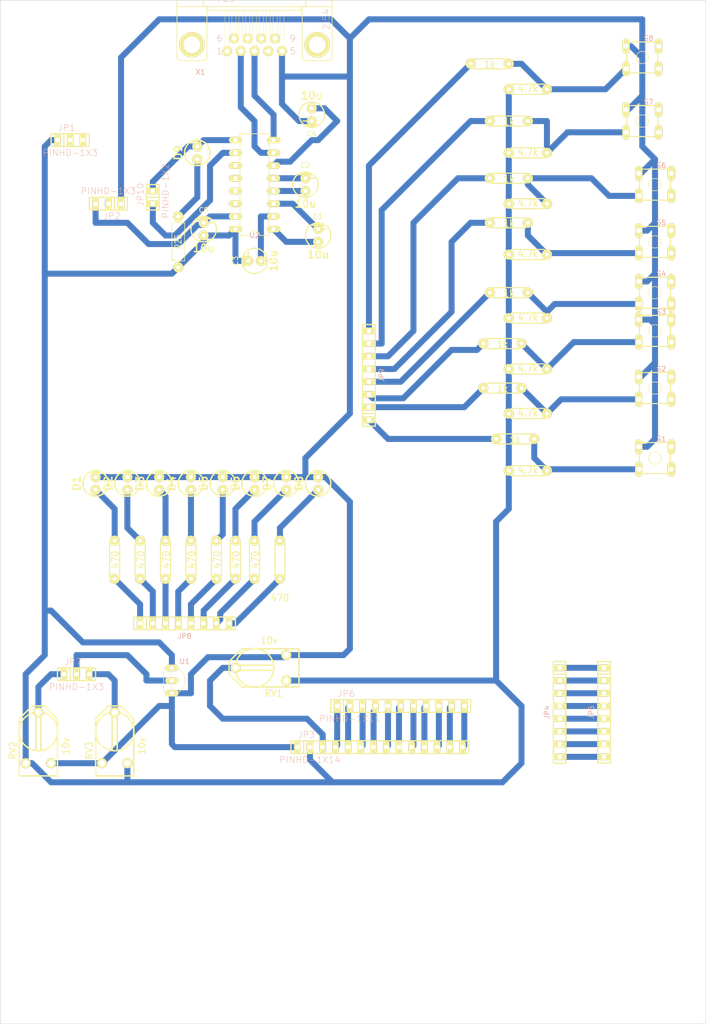
<source format=kicad_pcb>
(kicad_pcb (version 20171130) (host pcbnew "(5.1.6)-1")

  (general
    (thickness 1.6)
    (drawings 4)
    (tracks 287)
    (zones 0)
    (modules 63)
    (nets 95)
  )

  (page USLetter portrait)
  (layers
    (0 F.Cu signal hide)
    (31 B.Cu signal)
    (32 B.Adhes user hide)
    (33 F.Adhes user hide)
    (34 B.Paste user hide)
    (35 F.Paste user hide)
    (36 B.SilkS user hide)
    (37 F.SilkS user)
    (38 B.Mask user hide)
    (39 F.Mask user hide)
    (40 Dwgs.User user)
    (41 Cmts.User user hide)
    (42 Eco1.User user hide)
    (43 Eco2.User user hide)
    (44 Edge.Cuts user)
    (45 Margin user hide)
    (46 B.CrtYd user hide)
    (47 F.CrtYd user hide)
    (48 B.Fab user hide)
    (49 F.Fab user hide)
  )

  (setup
    (last_trace_width 1.2)
    (trace_clearance 0.508)
    (zone_clearance 0.508)
    (zone_45_only no)
    (trace_min 0.2)
    (via_size 0.8)
    (via_drill 0.4)
    (via_min_size 0.4)
    (via_min_drill 0.3)
    (uvia_size 0.3)
    (uvia_drill 0.1)
    (uvias_allowed no)
    (uvia_min_size 0.2)
    (uvia_min_drill 0.1)
    (edge_width 0.1)
    (segment_width 0.2)
    (pcb_text_width 0.3)
    (pcb_text_size 1.5 1.5)
    (mod_edge_width 0.15)
    (mod_text_size 1 1)
    (mod_text_width 0.15)
    (pad_size 1.524 1.524)
    (pad_drill 0.762)
    (pad_to_mask_clearance 0)
    (aux_axis_origin 0 0)
    (visible_elements 7FFFFFFF)
    (pcbplotparams
      (layerselection 0x010fc_ffffffff)
      (usegerberextensions false)
      (usegerberattributes true)
      (usegerberadvancedattributes true)
      (creategerberjobfile true)
      (excludeedgelayer true)
      (linewidth 0.100000)
      (plotframeref false)
      (viasonmask false)
      (mode 1)
      (useauxorigin false)
      (hpglpennumber 1)
      (hpglpenspeed 20)
      (hpglpendiameter 15.000000)
      (psnegative false)
      (psa4output false)
      (plotreference true)
      (plotvalue true)
      (plotinvisibletext false)
      (padsonsilk false)
      (subtractmaskfromsilk false)
      (outputformat 1)
      (mirror false)
      (drillshape 1)
      (scaleselection 1)
      (outputdirectory ""))
  )

  (net 0 "")
  (net 1 "Net-(C1-Pad1)")
  (net 2 "Net-(C1-Pad2)")
  (net 3 "Net-(C2-Pad1)")
  (net 4 "Net-(C2-Pad2)")
  (net 5 "Net-(C3-Pad1)")
  (net 6 +5VA)
  (net 7 "Net-(C4-Pad1)")
  (net 8 GNDA)
  (net 9 "Net-(D1-Pad1)")
  (net 10 "Net-(D2-Pad1)")
  (net 11 "Net-(D3-Pad1)")
  (net 12 "Net-(D4-Pad1)")
  (net 13 "Net-(D5-Pad1)")
  (net 14 "Net-(D6-Pad1)")
  (net 15 "Net-(D7-Pad1)")
  (net 16 "Net-(D8-Pad1)")
  (net 17 "Net-(D9-Pad1)")
  (net 18 "Net-(D9-Pad2)")
  (net 19 "Net-(JP3-Pad14)")
  (net 20 "Net-(JP3-Pad13)")
  (net 21 "Net-(JP3-Pad12)")
  (net 22 "Net-(JP3-Pad11)")
  (net 23 "Net-(JP3-Pad10)")
  (net 24 "Net-(JP3-Pad9)")
  (net 25 "Net-(JP3-Pad8)")
  (net 26 "Net-(JP3-Pad7)")
  (net 27 "Net-(JP3-Pad6)")
  (net 28 "Net-(JP3-Pad5)")
  (net 29 "Net-(JP3-Pad4)")
  (net 30 "Net-(JP3-Pad3)")
  (net 31 "Net-(JP4-Pad8)")
  (net 32 "Net-(JP4-Pad7)")
  (net 33 "Net-(JP4-Pad6)")
  (net 34 "Net-(JP4-Pad5)")
  (net 35 "Net-(JP4-Pad4)")
  (net 36 "Net-(JP4-Pad3)")
  (net 37 "Net-(JP4-Pad2)")
  (net 38 "Net-(JP4-Pad1)")
  (net 39 "Net-(JP7-Pad3)")
  (net 40 "Net-(JP7-Pad2)")
  (net 41 "Net-(JP7-Pad1)")
  (net 42 "Net-(JP8-Pad8)")
  (net 43 "Net-(JP8-Pad7)")
  (net 44 "Net-(JP8-Pad6)")
  (net 45 "Net-(JP8-Pad5)")
  (net 46 "Net-(JP8-Pad4)")
  (net 47 "Net-(JP8-Pad3)")
  (net 48 "Net-(JP8-Pad2)")
  (net 49 "Net-(JP8-Pad1)")
  (net 50 "Net-(JP9-Pad8)")
  (net 51 "Net-(JP9-Pad7)")
  (net 52 "Net-(JP9-Pad6)")
  (net 53 "Net-(JP9-Pad5)")
  (net 54 "Net-(JP9-Pad4)")
  (net 55 "Net-(JP9-Pad3)")
  (net 56 "Net-(JP9-Pad2)")
  (net 57 "Net-(JP9-Pad1)")
  (net 58 "Net-(JP10-Pad1)")
  (net 59 "Net-(R17-Pad1)")
  (net 60 "Net-(R10-Pad2)")
  (net 61 "Net-(R11-Pad2)")
  (net 62 "Net-(R12-Pad2)")
  (net 63 "Net-(R13-Pad2)")
  (net 64 "Net-(R14-Pad2)")
  (net 65 "Net-(R15-Pad2)")
  (net 66 "Net-(R16-Pad2)")
  (net 67 "Net-(S1-Pad4)")
  (net 68 "Net-(S1-Pad2)")
  (net 69 "Net-(S2-Pad4)")
  (net 70 "Net-(S2-Pad2)")
  (net 71 "Net-(S3-Pad4)")
  (net 72 "Net-(S3-Pad2)")
  (net 73 "Net-(S4-Pad4)")
  (net 74 "Net-(S4-Pad2)")
  (net 75 "Net-(S5-Pad4)")
  (net 76 "Net-(S5-Pad2)")
  (net 77 "Net-(S6-Pad4)")
  (net 78 "Net-(S6-Pad2)")
  (net 79 "Net-(S7-Pad4)")
  (net 80 "Net-(S7-Pad2)")
  (net 81 "Net-(S8-Pad4)")
  (net 82 "Net-(S8-Pad2)")
  (net 83 "Net-(U2-Pad14)")
  (net 84 "Net-(U2-Pad13)")
  (net 85 "Net-(U2-Pad12)")
  (net 86 "Net-(U2-Pad11)")
  (net 87 "Net-(U2-Pad8)")
  (net 88 "Net-(U2-Pad7)")
  (net 89 "Net-(X1-Pad9)")
  (net 90 "Net-(X1-Pad8)")
  (net 91 "Net-(X1-Pad7)")
  (net 92 "Net-(X1-Pad6)")
  (net 93 "Net-(X1-Pad4)")
  (net 94 "Net-(X1-Pad1)")

  (net_class Default "This is the default net class."
    (clearance 0.508)
    (trace_width 1.2)
    (via_dia 0.8)
    (via_drill 0.4)
    (uvia_dia 0.3)
    (uvia_drill 0.1)
    (add_net +5VA)
    (add_net GNDA)
    (add_net "Net-(C1-Pad1)")
    (add_net "Net-(C1-Pad2)")
    (add_net "Net-(C2-Pad1)")
    (add_net "Net-(C2-Pad2)")
    (add_net "Net-(C3-Pad1)")
    (add_net "Net-(C4-Pad1)")
    (add_net "Net-(D1-Pad1)")
    (add_net "Net-(D2-Pad1)")
    (add_net "Net-(D3-Pad1)")
    (add_net "Net-(D4-Pad1)")
    (add_net "Net-(D5-Pad1)")
    (add_net "Net-(D6-Pad1)")
    (add_net "Net-(D7-Pad1)")
    (add_net "Net-(D8-Pad1)")
    (add_net "Net-(D9-Pad1)")
    (add_net "Net-(D9-Pad2)")
    (add_net "Net-(JP10-Pad1)")
    (add_net "Net-(JP3-Pad10)")
    (add_net "Net-(JP3-Pad11)")
    (add_net "Net-(JP3-Pad12)")
    (add_net "Net-(JP3-Pad13)")
    (add_net "Net-(JP3-Pad14)")
    (add_net "Net-(JP3-Pad3)")
    (add_net "Net-(JP3-Pad4)")
    (add_net "Net-(JP3-Pad5)")
    (add_net "Net-(JP3-Pad6)")
    (add_net "Net-(JP3-Pad7)")
    (add_net "Net-(JP3-Pad8)")
    (add_net "Net-(JP3-Pad9)")
    (add_net "Net-(JP4-Pad1)")
    (add_net "Net-(JP4-Pad2)")
    (add_net "Net-(JP4-Pad3)")
    (add_net "Net-(JP4-Pad4)")
    (add_net "Net-(JP4-Pad5)")
    (add_net "Net-(JP4-Pad6)")
    (add_net "Net-(JP4-Pad7)")
    (add_net "Net-(JP4-Pad8)")
    (add_net "Net-(JP7-Pad1)")
    (add_net "Net-(JP7-Pad2)")
    (add_net "Net-(JP7-Pad3)")
    (add_net "Net-(JP8-Pad1)")
    (add_net "Net-(JP8-Pad2)")
    (add_net "Net-(JP8-Pad3)")
    (add_net "Net-(JP8-Pad4)")
    (add_net "Net-(JP8-Pad5)")
    (add_net "Net-(JP8-Pad6)")
    (add_net "Net-(JP8-Pad7)")
    (add_net "Net-(JP8-Pad8)")
    (add_net "Net-(JP9-Pad1)")
    (add_net "Net-(JP9-Pad2)")
    (add_net "Net-(JP9-Pad3)")
    (add_net "Net-(JP9-Pad4)")
    (add_net "Net-(JP9-Pad5)")
    (add_net "Net-(JP9-Pad6)")
    (add_net "Net-(JP9-Pad7)")
    (add_net "Net-(JP9-Pad8)")
    (add_net "Net-(R10-Pad2)")
    (add_net "Net-(R11-Pad2)")
    (add_net "Net-(R12-Pad2)")
    (add_net "Net-(R13-Pad2)")
    (add_net "Net-(R14-Pad2)")
    (add_net "Net-(R15-Pad2)")
    (add_net "Net-(R16-Pad2)")
    (add_net "Net-(R17-Pad1)")
    (add_net "Net-(S1-Pad2)")
    (add_net "Net-(S1-Pad4)")
    (add_net "Net-(S2-Pad2)")
    (add_net "Net-(S2-Pad4)")
    (add_net "Net-(S3-Pad2)")
    (add_net "Net-(S3-Pad4)")
    (add_net "Net-(S4-Pad2)")
    (add_net "Net-(S4-Pad4)")
    (add_net "Net-(S5-Pad2)")
    (add_net "Net-(S5-Pad4)")
    (add_net "Net-(S6-Pad2)")
    (add_net "Net-(S6-Pad4)")
    (add_net "Net-(S7-Pad2)")
    (add_net "Net-(S7-Pad4)")
    (add_net "Net-(S8-Pad2)")
    (add_net "Net-(S8-Pad4)")
    (add_net "Net-(U2-Pad11)")
    (add_net "Net-(U2-Pad12)")
    (add_net "Net-(U2-Pad13)")
    (add_net "Net-(U2-Pad14)")
    (add_net "Net-(U2-Pad7)")
    (add_net "Net-(U2-Pad8)")
    (add_net "Net-(X1-Pad1)")
    (add_net "Net-(X1-Pad4)")
    (add_net "Net-(X1-Pad6)")
    (add_net "Net-(X1-Pad7)")
    (add_net "Net-(X1-Pad8)")
    (add_net "Net-(X1-Pad9)")
  )

  (module user:Resistor (layer F.Cu) (tedit 51C9BFF1) (tstamp 5F4C92AE)
    (at 134.62 50.8)
    (descr "Resitance 3 pas")
    (tags R)
    (path /5F4AB3F3)
    (autoplace_cost180 10)
    (fp_text reference R16 (at 0 0.127) (layer F.SilkS) hide
      (effects (font (size 1.397 1.27) (thickness 0.2032)))
    )
    (fp_text value 1k (at 0 0.127) (layer F.SilkS)
      (effects (font (size 1.397 1.27) (thickness 0.2032)))
    )
    (fp_line (start -3.302 -0.508) (end -2.794 -1.016) (layer F.SilkS) (width 0.2032))
    (fp_line (start 3.302 1.016) (end 3.302 0) (layer F.SilkS) (width 0.2032))
    (fp_line (start -3.302 1.016) (end 3.302 1.016) (layer F.SilkS) (width 0.2032))
    (fp_line (start -3.302 -1.016) (end -3.302 1.016) (layer F.SilkS) (width 0.2032))
    (fp_line (start 3.302 -1.016) (end -3.302 -1.016) (layer F.SilkS) (width 0.2032))
    (fp_line (start 3.302 0) (end 3.302 -1.016) (layer F.SilkS) (width 0.2032))
    (fp_line (start 3.81 0) (end 3.302 0) (layer F.SilkS) (width 0.2032))
    (fp_line (start -3.81 0) (end -3.302 0) (layer F.SilkS) (width 0.2032))
    (fp_line (start -3.81 0) (end -3.302 0) (layer F.SilkS) (width 0.2032))
    (fp_line (start 3.81 0) (end 3.302 0) (layer F.SilkS) (width 0.2032))
    (fp_line (start 3.302 0) (end 3.302 -1.016) (layer F.SilkS) (width 0.2032))
    (fp_line (start 3.302 -1.016) (end -3.302 -1.016) (layer F.SilkS) (width 0.2032))
    (fp_line (start -3.302 -1.016) (end -3.302 1.016) (layer F.SilkS) (width 0.2032))
    (fp_line (start -3.302 1.016) (end 3.302 1.016) (layer F.SilkS) (width 0.2032))
    (fp_line (start 3.302 1.016) (end 3.302 0) (layer F.SilkS) (width 0.2032))
    (fp_line (start -3.302 -0.508) (end -2.794 -1.016) (layer F.SilkS) (width 0.2032))
    (pad 1 thru_hole circle (at -3.81 0) (size 2.032 2.032) (drill 0.8128) (layers *.Cu *.Mask F.SilkS)
      (net 50 "Net-(JP9-Pad8)"))
    (pad 2 thru_hole circle (at 3.81 0) (size 2.032 2.032) (drill 0.8128) (layers *.Cu *.Mask F.SilkS)
      (net 66 "Net-(R16-Pad2)"))
    (model discret/resistor.wrl
      (at (xyz 0 0 0))
      (scale (xyz 0.3 0.3 0.3))
      (rotate (xyz 0 0 0))
    )
  )

  (module user:Conector_F09HP (layer F.Cu) (tedit 51C9C9FD) (tstamp 5F4C94D8)
    (at 87.63 46.99)
    (descr "HARTING SUB-D")
    (tags "HARTING SUB-D")
    (path /5F68AD3A)
    (attr virtual)
    (fp_text reference X1 (at -10.795 5.461) (layer B.SilkS)
      (effects (font (size 1 1) (thickness 0.15)))
    )
    (fp_text value F09HP (at 0.254 -14.859) (layer B.SilkS)
      (effects (font (size 1.778 1.778) (thickness 0.0889)))
    )
    (fp_circle (center 12.5222 0) (end 13.3477 0.8255) (layer F.SilkS) (width 0.0762))
    (fp_circle (center -12.5222 0) (end -13.3477 0.8255) (layer F.SilkS) (width 0.0762))
    (fp_line (start 7.366 -17.907) (end 7.62 -17.907) (layer F.SilkS) (width 0.1524))
    (fp_line (start -7.366 -17.907) (end 7.366 -17.907) (layer F.SilkS) (width 0.1524))
    (fp_line (start 8.128 -12.319) (end 8.128 -17.399) (layer F.SilkS) (width 0.1524))
    (fp_line (start 7.747 -11.684) (end 15.494 -11.684) (layer F.SilkS) (width 0.1524))
    (fp_line (start -8.128 -12.319) (end -8.128 -17.399) (layer F.SilkS) (width 0.1524))
    (fp_line (start -15.494 -11.684) (end -7.747 -11.684) (layer F.SilkS) (width 0.1524))
    (fp_line (start 10.414 -7.62) (end 15.494 -7.62) (layer F.SilkS) (width 0.1524))
    (fp_line (start 15.494 2.667) (end 15.494 -7.493) (layer F.SilkS) (width 0.1524))
    (fp_line (start 14.986 3.175) (end 15.494 2.667) (layer F.SilkS) (width 0.1524))
    (fp_line (start 10.033 3.175) (end 14.986 3.175) (layer F.SilkS) (width 0.1524))
    (fp_line (start 9.525 2.667) (end 10.033 3.175) (layer F.SilkS) (width 0.1524))
    (fp_line (start 9.525 2.667) (end 9.525 -7.62) (layer F.SilkS) (width 0.1524))
    (fp_line (start -9.525 2.667) (end -9.525 -7.62) (layer F.SilkS) (width 0.1524))
    (fp_line (start -10.033 3.175) (end -9.525 2.667) (layer F.SilkS) (width 0.1524))
    (fp_line (start -10.033 3.175) (end -14.859 3.175) (layer F.SilkS) (width 0.1524))
    (fp_line (start -15.494 2.54) (end -15.494 -7.493) (layer F.SilkS) (width 0.1524))
    (fp_line (start -14.859 3.175) (end -15.494 2.54) (layer F.SilkS) (width 0.1524))
    (fp_line (start 10.287 -10.668) (end 10.414 -10.668) (layer F.SilkS) (width 0.1524))
    (fp_line (start 10.287 -8.255) (end 10.287 -10.668) (layer F.SilkS) (width 0.1524))
    (fp_line (start 10.414 -10.668) (end 10.414 -11.176) (layer F.SilkS) (width 0.1524))
    (fp_line (start 10.414 -11.176) (end 12.954 -11.176) (layer F.SilkS) (width 0.1524))
    (fp_line (start -10.414 -11.176) (end 10.414 -11.176) (layer F.SilkS) (width 0.1524))
    (fp_line (start 12.954 -11.176) (end 15.494 -11.176) (layer F.SilkS) (width 0.1524))
    (fp_line (start 9.525 -7.62) (end 10.414 -7.62) (layer F.SilkS) (width 0.1524))
    (fp_line (start 9.271 -7.62) (end 9.525 -7.62) (layer F.SilkS) (width 0.1524))
    (fp_line (start 9.271 -7.62) (end 9.271 -6.858) (layer F.SilkS) (width 0.1524))
    (fp_line (start -9.271 -6.858) (end 9.271 -6.858) (layer F.SilkS) (width 0.1524))
    (fp_line (start -9.271 -7.62) (end 9.271 -7.62) (layer F.SilkS) (width 0.1524))
    (fp_line (start -9.271 -7.62) (end -9.271 -6.858) (layer F.SilkS) (width 0.1524))
    (fp_line (start -10.287 -8.255) (end -10.287 -10.668) (layer F.SilkS) (width 0.1524))
    (fp_line (start -9.525 -7.62) (end -9.271 -7.62) (layer F.SilkS) (width 0.1524))
    (fp_line (start -10.414 -7.62) (end -9.525 -7.62) (layer F.SilkS) (width 0.1524))
    (fp_line (start -10.414 -10.668) (end -10.287 -10.668) (layer F.SilkS) (width 0.1524))
    (fp_line (start -10.414 -10.668) (end -10.414 -11.176) (layer F.SilkS) (width 0.1524))
    (fp_line (start -12.954 -11.176) (end -10.414 -11.176) (layer F.SilkS) (width 0.1524))
    (fp_line (start -15.494 -11.176) (end -12.954 -11.176) (layer F.SilkS) (width 0.1524))
    (fp_line (start 15.494 -7.62) (end 15.494 -7.493) (layer F.SilkS) (width 0.1524))
    (fp_line (start 15.494 -10.668) (end 15.494 -7.62) (layer F.SilkS) (width 0.1524))
    (fp_line (start 15.494 -11.176) (end 15.494 -10.668) (layer F.SilkS) (width 0.1524))
    (fp_line (start 15.494 -11.684) (end 15.494 -11.176) (layer F.SilkS) (width 0.1524))
    (fp_line (start -15.494 -11.176) (end -15.494 -11.684) (layer F.SilkS) (width 0.1524))
    (fp_line (start -15.494 -10.668) (end -15.494 -11.176) (layer F.SilkS) (width 0.1524))
    (fp_line (start -15.494 -7.62) (end -15.494 -7.493) (layer F.SilkS) (width 0.1524))
    (fp_line (start -15.494 -7.62) (end -15.494 -10.668) (layer F.SilkS) (width 0.1524))
    (fp_line (start -15.494 -7.62) (end -10.414 -7.62) (layer F.SilkS) (width 0.1524))
    (fp_line (start -7.747 -11.684) (end 7.747 -11.684) (layer F.SilkS) (width 0.1524))
    (fp_line (start -7.62 -17.907) (end -7.366 -17.907) (layer F.SilkS) (width 0.1524))
    (fp_line (start 5.08 0.381) (end 5.08 -6.858) (layer F.SilkS) (width 0.06604))
    (fp_line (start 5.08 -6.858) (end 5.8928 -6.858) (layer F.SilkS) (width 0.06604))
    (fp_line (start 5.8928 0.381) (end 5.8928 -6.858) (layer F.SilkS) (width 0.06604))
    (fp_line (start 5.08 0.381) (end 5.8928 0.381) (layer F.SilkS) (width 0.06604))
    (fp_line (start 3.7084 -2.159) (end 3.7084 -6.858) (layer F.SilkS) (width 0.06604))
    (fp_line (start 3.7084 -6.858) (end 4.5212 -6.858) (layer F.SilkS) (width 0.06604))
    (fp_line (start 4.5212 -2.159) (end 4.5212 -6.858) (layer F.SilkS) (width 0.06604))
    (fp_line (start 3.7084 -2.159) (end 4.5212 -2.159) (layer F.SilkS) (width 0.06604))
    (fp_line (start 2.3368 0.381) (end 2.3368 -6.858) (layer F.SilkS) (width 0.06604))
    (fp_line (start 2.3368 -6.858) (end 3.1496 -6.858) (layer F.SilkS) (width 0.06604))
    (fp_line (start 3.1496 0.381) (end 3.1496 -6.858) (layer F.SilkS) (width 0.06604))
    (fp_line (start 2.3368 0.381) (end 3.1496 0.381) (layer F.SilkS) (width 0.06604))
    (fp_line (start 0.9398 -2.159) (end 0.9398 -6.858) (layer F.SilkS) (width 0.06604))
    (fp_line (start 0.9398 -6.858) (end 1.7526 -6.858) (layer F.SilkS) (width 0.06604))
    (fp_line (start 1.7526 -2.159) (end 1.7526 -6.858) (layer F.SilkS) (width 0.06604))
    (fp_line (start 0.9398 -2.159) (end 1.7526 -2.159) (layer F.SilkS) (width 0.06604))
    (fp_line (start -0.4318 0.381) (end -0.4318 -6.858) (layer F.SilkS) (width 0.06604))
    (fp_line (start -0.4318 -6.858) (end 0.381 -6.858) (layer F.SilkS) (width 0.06604))
    (fp_line (start 0.381 0.381) (end 0.381 -6.858) (layer F.SilkS) (width 0.06604))
    (fp_line (start -0.4318 0.381) (end 0.381 0.381) (layer F.SilkS) (width 0.06604))
    (fp_line (start -1.778 -2.159) (end -1.778 -6.858) (layer F.SilkS) (width 0.06604))
    (fp_line (start -1.778 -6.858) (end -0.9652 -6.858) (layer F.SilkS) (width 0.06604))
    (fp_line (start -0.9652 -2.159) (end -0.9652 -6.858) (layer F.SilkS) (width 0.06604))
    (fp_line (start -1.778 -2.159) (end -0.9652 -2.159) (layer F.SilkS) (width 0.06604))
    (fp_line (start -3.1496 0.381) (end -3.1496 -6.858) (layer F.SilkS) (width 0.06604))
    (fp_line (start -3.1496 -6.858) (end -2.3368 -6.858) (layer F.SilkS) (width 0.06604))
    (fp_line (start -2.3368 0.381) (end -2.3368 -6.858) (layer F.SilkS) (width 0.06604))
    (fp_line (start -3.1496 0.381) (end -2.3368 0.381) (layer F.SilkS) (width 0.06604))
    (fp_line (start -4.5212 -2.159) (end -4.5212 -6.858) (layer F.SilkS) (width 0.06604))
    (fp_line (start -4.5212 -6.858) (end -3.7084 -6.858) (layer F.SilkS) (width 0.06604))
    (fp_line (start -3.7084 -2.159) (end -3.7084 -6.858) (layer F.SilkS) (width 0.06604))
    (fp_line (start -4.5212 -2.159) (end -3.7084 -2.159) (layer F.SilkS) (width 0.06604))
    (fp_line (start -5.8928 0.381) (end -5.8928 -6.858) (layer F.SilkS) (width 0.06604))
    (fp_line (start -5.8928 -6.858) (end -5.08 -6.858) (layer F.SilkS) (width 0.06604))
    (fp_line (start -5.08 0.381) (end -5.08 -6.858) (layer F.SilkS) (width 0.06604))
    (fp_line (start -5.8928 0.381) (end -5.08 0.381) (layer F.SilkS) (width 0.06604))
    (fp_line (start -15.494 -11.176) (end -15.494 -11.684) (layer F.SilkS) (width 0.06604))
    (fp_line (start -15.494 -11.684) (end 15.494 -11.684) (layer F.SilkS) (width 0.06604))
    (fp_line (start 15.494 -11.176) (end 15.494 -11.684) (layer F.SilkS) (width 0.06604))
    (fp_line (start -15.494 -11.176) (end 15.494 -11.176) (layer F.SilkS) (width 0.06604))
    (fp_line (start -9.271 -6.858) (end -9.271 -7.62) (layer F.SilkS) (width 0.06604))
    (fp_line (start -9.271 -7.62) (end 9.271 -7.62) (layer F.SilkS) (width 0.06604))
    (fp_line (start 9.271 -6.858) (end 9.271 -7.62) (layer F.SilkS) (width 0.06604))
    (fp_line (start -9.271 -6.858) (end 9.271 -6.858) (layer F.SilkS) (width 0.06604))
    (fp_text user F09 (at -5.715 -9.144) (layer B.SilkS)
      (effects (font (size 1.27 1.27) (thickness 0.0889)))
    )
    (fp_text user 2,54 (at 14.34846 -5.08 90) (layer B.SilkS)
      (effects (font (size 1.27 1.27) (thickness 0.0889)))
    )
    (fp_text user 6 (at -6.985 -1.27) (layer B.SilkS)
      (effects (font (size 1.27 1.27) (thickness 0.0889)))
    )
    (fp_text user 9 (at 7.62 -1.27) (layer B.SilkS)
      (effects (font (size 1.27 1.27) (thickness 0.0889)))
    )
    (fp_text user 5 (at 7.62 1.27) (layer B.SilkS)
      (effects (font (size 1.27 1.27) (thickness 0.0889)))
    )
    (fp_text user 1 (at -6.985 1.27) (layer B.SilkS)
      (effects (font (size 1.27 1.27) (thickness 0.0889)))
    )
    (fp_arc (start 8.76046 -12.319) (end 8.76046 -11.684) (angle 90) (layer F.SilkS) (width 0.1524))
    (fp_arc (start -8.76046 -12.319) (end -8.128 -12.319) (angle 90) (layer F.SilkS) (width 0.1524))
    (fp_arc (start 9.652 -8.255) (end 10.287 -8.255) (angle 90) (layer F.SilkS) (width 0.1524))
    (fp_arc (start -9.652 -8.255) (end -9.652 -7.62) (angle 90) (layer F.SilkS) (width 0.1524))
    (fp_arc (start 7.62 -17.399) (end 7.62 -17.907) (angle 90) (layer F.SilkS) (width 0.1524))
    (fp_arc (start -7.62 -17.399) (end -8.128 -17.399) (angle 90) (layer F.SilkS) (width 0.1524))
    (pad G2 thru_hole circle (at 12.5222 0) (size 5.08 5.08) (drill 3.302) (layers *.Cu F.Paste F.SilkS F.Mask))
    (pad G1 thru_hole circle (at -12.5222 0) (size 5.08 5.08) (drill 3.302) (layers *.Cu F.Paste F.SilkS F.Mask))
    (pad 9 thru_hole circle (at 4.1148 -1.27) (size 1.99898 1.99898) (drill 1.016) (layers *.Cu F.Paste F.SilkS F.Mask)
      (net 89 "Net-(X1-Pad9)"))
    (pad 8 thru_hole circle (at 1.3716 -1.27) (size 1.99898 1.99898) (drill 1.016) (layers *.Cu F.Paste F.SilkS F.Mask)
      (net 90 "Net-(X1-Pad8)"))
    (pad 7 thru_hole circle (at -1.3716 -1.27) (size 1.99898 1.99898) (drill 1.016) (layers *.Cu F.Paste F.SilkS F.Mask)
      (net 91 "Net-(X1-Pad7)"))
    (pad 6 thru_hole circle (at -4.1148 -1.27) (size 1.99898 1.99898) (drill 1.016) (layers *.Cu F.Paste F.SilkS F.Mask)
      (net 92 "Net-(X1-Pad6)"))
    (pad 5 thru_hole circle (at 5.4864 1.27) (size 1.99898 1.99898) (drill 1.016) (layers *.Cu F.Paste F.SilkS F.Mask)
      (net 8 GNDA))
    (pad 4 thru_hole circle (at 2.7432 1.27) (size 1.99898 1.99898) (drill 1.016) (layers *.Cu F.Paste F.SilkS F.Mask)
      (net 93 "Net-(X1-Pad4)"))
    (pad 3 thru_hole circle (at 0 1.27) (size 1.99898 1.99898) (drill 1.016) (layers *.Cu F.Paste F.SilkS F.Mask)
      (net 87 "Net-(U2-Pad8)"))
    (pad 2 thru_hole circle (at -2.7432 1.27) (size 1.99898 1.99898) (drill 1.016) (layers *.Cu F.Paste F.SilkS F.Mask)
      (net 88 "Net-(U2-Pad7)"))
    (pad 1 thru_hole circle (at -5.4864 1.27) (size 1.99898 1.99898) (drill 1.016) (layers *.Cu F.Paste F.SilkS F.Mask)
      (net 94 "Net-(X1-Pad1)"))
  )

  (module user:Maxim232 (layer F.Cu) (tedit 51CCC38E) (tstamp 5F4C9460)
    (at 87.63 74.93 90)
    (descr "DUAL IN LINE PACKAGE")
    (tags "DUAL IN LINE PACKAGE")
    (path /5F5FF3C6)
    (attr virtual)
    (fp_text reference U2 (at -10.16 0) (layer B.SilkS)
      (effects (font (size 1 1) (thickness 0.15)))
    )
    (fp_text value MAX232 (at -3.683 0 90) (layer B.SilkS) hide
      (effects (font (size 1.27 1.27) (thickness 0.0889)))
    )
    (fp_line (start -10.16 2.921) (end -10.16 1.016) (layer F.SilkS) (width 0.1524))
    (fp_line (start -10.16 -2.921) (end -10.16 -1.016) (layer F.SilkS) (width 0.1524))
    (fp_line (start 10.16 -2.921) (end 10.16 2.921) (layer F.SilkS) (width 0.1524))
    (fp_line (start -10.16 2.921) (end 10.16 2.921) (layer F.SilkS) (width 0.1524))
    (fp_line (start 10.16 -2.921) (end -10.16 -2.921) (layer F.SilkS) (width 0.1524))
    (fp_arc (start -10.16 0) (end -10.16 -1.016) (angle 180) (layer F.SilkS) (width 0.1524))
    (pad 16 thru_hole oval (at -8.89 -3.81 90) (size 1.3208 2.6416) (drill 0.8128) (layers *.Cu F.Paste F.SilkS F.Mask)
      (net 6 +5VA))
    (pad 15 thru_hole oval (at -6.35 -3.81 90) (size 1.3208 2.6416) (drill 0.8128) (layers *.Cu F.Paste F.SilkS F.Mask)
      (net 8 GNDA))
    (pad 14 thru_hole oval (at -3.81 -3.81 90) (size 1.3208 2.6416) (drill 0.8128) (layers *.Cu F.Paste F.SilkS F.Mask)
      (net 83 "Net-(U2-Pad14)"))
    (pad 13 thru_hole oval (at -1.27 -3.81 90) (size 1.3208 2.6416) (drill 0.8128) (layers *.Cu F.Paste F.SilkS F.Mask)
      (net 84 "Net-(U2-Pad13)"))
    (pad 12 thru_hole oval (at 1.27 -3.81 90) (size 1.3208 2.6416) (drill 0.8128) (layers *.Cu F.Paste F.SilkS F.Mask)
      (net 85 "Net-(U2-Pad12)"))
    (pad 11 thru_hole oval (at 3.81 -3.81 90) (size 1.3208 2.6416) (drill 0.8128) (layers *.Cu F.Paste F.SilkS F.Mask)
      (net 86 "Net-(U2-Pad11)"))
    (pad 10 thru_hole oval (at 6.35 -3.81 90) (size 1.3208 2.6416) (drill 0.8128) (layers *.Cu F.Paste F.SilkS F.Mask)
      (net 58 "Net-(JP10-Pad1)"))
    (pad 9 thru_hole oval (at 8.89 -3.81 90) (size 1.3208 2.6416) (drill 0.8128) (layers *.Cu F.Paste F.SilkS F.Mask)
      (net 18 "Net-(D9-Pad2)"))
    (pad 8 thru_hole oval (at 8.89 3.81 90) (size 1.3208 2.6416) (drill 0.8128) (layers *.Cu F.Paste F.SilkS F.Mask)
      (net 87 "Net-(U2-Pad8)"))
    (pad 7 thru_hole oval (at 6.35 3.81 90) (size 1.3208 2.6416) (drill 0.8128) (layers *.Cu F.Paste F.SilkS F.Mask)
      (net 88 "Net-(U2-Pad7)"))
    (pad 6 thru_hole oval (at 3.81 3.81 90) (size 1.3208 2.6416) (drill 0.8128) (layers *.Cu F.Paste F.SilkS F.Mask)
      (net 7 "Net-(C4-Pad1)"))
    (pad 5 thru_hole oval (at 1.27 3.81 90) (size 1.3208 2.6416) (drill 0.8128) (layers *.Cu F.Paste F.SilkS F.Mask)
      (net 4 "Net-(C2-Pad2)"))
    (pad 4 thru_hole oval (at -1.27 3.81 90) (size 1.3208 2.6416) (drill 0.8128) (layers *.Cu F.Paste F.SilkS F.Mask)
      (net 3 "Net-(C2-Pad1)"))
    (pad 3 thru_hole oval (at -3.81 3.81 90) (size 1.3208 2.6416) (drill 0.8128) (layers *.Cu F.Paste F.SilkS F.Mask)
      (net 2 "Net-(C1-Pad2)"))
    (pad 2 thru_hole oval (at -6.35 3.81 90) (size 1.3208 2.6416) (drill 0.8128) (layers *.Cu F.Paste F.SilkS F.Mask)
      (net 5 "Net-(C3-Pad1)"))
    (pad 1 thru_hole oval (at -8.89 3.81 90) (size 1.3208 2.6416) (drill 0.8128) (layers *.Cu F.Paste F.SilkS F.Mask)
      (net 1 "Net-(C1-Pad1)"))
  )

  (module user:MCP9700A (layer F.Cu) (tedit 52CEFD97) (tstamp 5F4C9446)
    (at 71.12 173.99 270)
    (descr "TO-92 PADS IN LINE")
    (tags "TO-92 PADS IN LINE")
    (path /5F3EBCBD)
    (attr virtual)
    (fp_text reference U1 (at -3.81 -2.54) (layer B.SilkS)
      (effects (font (size 1 1) (thickness 0.15)))
    )
    (fp_text value MCP9700A (at 1.27 2.667 90) (layer B.SilkS) hide
      (effects (font (size 1.27 1.27) (thickness 0.0889)))
    )
    (fp_line (start 1.40208 0.127) (end 1.13538 0.127) (layer F.SilkS) (width 0.127))
    (fp_line (start 2.66192 0.127) (end 1.40208 0.127) (layer F.SilkS) (width 0.127))
    (fp_line (start -1.13538 0.127) (end -1.40208 0.127) (layer F.SilkS) (width 0.127))
    (fp_line (start -1.40208 0.127) (end -2.66192 0.127) (layer F.SilkS) (width 0.127))
    (fp_line (start 1.13538 0.127) (end -1.13538 0.127) (layer F.SilkS) (width 0.127))
    (fp_line (start -2.09296 1.651) (end 2.09296 1.651) (layer F.SilkS) (width 0.127))
    (fp_arc (start 0 0) (end 2.42316 1.10998) (angle 13.6) (layer F.SilkS) (width 0.127))
    (fp_arc (start 0 0) (end 2.413 -1.13538) (angle 50.4) (layer F.SilkS) (width 0.127))
    (fp_arc (start 0 0) (end -2.09296 1.651) (angle 13) (layer F.SilkS) (width 0.127))
    (fp_arc (start 0 0) (end -2.413 1.13538) (angle 50.4) (layer F.SilkS) (width 0.127))
    (fp_arc (start 0 0) (end -2.413 -1.13538) (angle 129.5) (layer F.SilkS) (width 0.127))
    (pad 3 thru_hole oval (at 2.54 0 270) (size 1.3208 2.6416) (drill 0.8128) (layers *.Cu F.Paste F.SilkS F.Mask)
      (net 8 GNDA))
    (pad 2 thru_hole oval (at 0 0 270) (size 1.3208 2.6416) (drill 0.8128) (layers *.Cu F.Paste F.SilkS F.Mask)
      (net 40 "Net-(JP7-Pad2)"))
    (pad 1 thru_hole oval (at -2.54 0 270) (size 1.3208 2.6416) (drill 0.8128) (layers *.Cu F.Paste F.SilkS F.Mask)
      (net 6 +5VA))
  )

  (module user:DTS-6 (layer F.Cu) (tedit 51CCC518) (tstamp 5F4C9434)
    (at 165.1 49.53)
    (path /5F690A4A)
    (attr virtual)
    (fp_text reference S8 (at 1.27 -3.81) (layer B.SilkS)
      (effects (font (size 1 1) (thickness 0.15)))
    )
    (fp_text value DTS-6 (at 1.27 4.445) (layer B.SilkS) hide
      (effects (font (size 1.27 1.27) (thickness 0.0889)))
    )
    (fp_circle (center 0 0) (end -0.87376 0.87376) (layer F.SilkS) (width 0.1016))
    (fp_circle (center 0 0) (end -0.87376 0.87376) (layer F.SilkS) (width 0.1016))
    (fp_line (start -3.0988 0.99822) (end -3.0988 -0.99822) (layer F.SilkS) (width 0.2032))
    (fp_line (start 1.4986 3.0988) (end -1.4986 3.0988) (layer F.SilkS) (width 0.2032))
    (fp_line (start 3.0988 0.99822) (end 3.0988 -0.99822) (layer F.SilkS) (width 0.2032))
    (fp_line (start 1.4986 -3.0988) (end -1.4986 -3.0988) (layer F.SilkS) (width 0.2032))
    (fp_line (start -3.0988 3.0988) (end -3.0988 -3.0988) (layer F.SilkS) (width 0.2032))
    (fp_line (start 3.0988 3.0988) (end -3.0988 3.0988) (layer F.SilkS) (width 0.2032))
    (fp_line (start 3.0988 -3.0988) (end 3.0988 3.0988) (layer F.SilkS) (width 0.2032))
    (fp_line (start -3.0988 -3.0988) (end 3.0988 -3.0988) (layer F.SilkS) (width 0.2032))
    (pad 4 thru_hole oval (at 3.24866 2.2479) (size 1.50622 3.01498) (drill 0.99822) (layers *.Cu F.Paste F.SilkS F.Mask)
      (net 81 "Net-(S8-Pad4)"))
    (pad 3 thru_hole oval (at -3.24866 2.2479) (size 1.50622 3.01498) (drill 0.99822) (layers *.Cu F.Paste F.SilkS F.Mask)
      (net 66 "Net-(R16-Pad2)"))
    (pad 2 thru_hole oval (at 3.24866 -2.2479) (size 1.50622 3.01498) (drill 0.99822) (layers *.Cu F.Paste F.SilkS F.Mask)
      (net 82 "Net-(S8-Pad2)"))
    (pad 1 thru_hole oval (at -3.24866 -2.2479) (size 1.50622 3.01498) (drill 0.99822) (layers *.Cu F.Paste F.SilkS F.Mask)
      (net 8 GNDA))
  )

  (module user:DTS-6 (layer F.Cu) (tedit 51CCC518) (tstamp 5F4C9422)
    (at 165.1 62.23)
    (path /5F681CB9)
    (attr virtual)
    (fp_text reference S7 (at 1.27 -3.81) (layer B.SilkS)
      (effects (font (size 1 1) (thickness 0.15)))
    )
    (fp_text value DTS-6 (at 1.27 4.445) (layer B.SilkS) hide
      (effects (font (size 1.27 1.27) (thickness 0.0889)))
    )
    (fp_circle (center 0 0) (end -0.87376 0.87376) (layer F.SilkS) (width 0.1016))
    (fp_circle (center 0 0) (end -0.87376 0.87376) (layer F.SilkS) (width 0.1016))
    (fp_line (start -3.0988 0.99822) (end -3.0988 -0.99822) (layer F.SilkS) (width 0.2032))
    (fp_line (start 1.4986 3.0988) (end -1.4986 3.0988) (layer F.SilkS) (width 0.2032))
    (fp_line (start 3.0988 0.99822) (end 3.0988 -0.99822) (layer F.SilkS) (width 0.2032))
    (fp_line (start 1.4986 -3.0988) (end -1.4986 -3.0988) (layer F.SilkS) (width 0.2032))
    (fp_line (start -3.0988 3.0988) (end -3.0988 -3.0988) (layer F.SilkS) (width 0.2032))
    (fp_line (start 3.0988 3.0988) (end -3.0988 3.0988) (layer F.SilkS) (width 0.2032))
    (fp_line (start 3.0988 -3.0988) (end 3.0988 3.0988) (layer F.SilkS) (width 0.2032))
    (fp_line (start -3.0988 -3.0988) (end 3.0988 -3.0988) (layer F.SilkS) (width 0.2032))
    (pad 4 thru_hole oval (at 3.24866 2.2479) (size 1.50622 3.01498) (drill 0.99822) (layers *.Cu F.Paste F.SilkS F.Mask)
      (net 79 "Net-(S7-Pad4)"))
    (pad 3 thru_hole oval (at -3.24866 2.2479) (size 1.50622 3.01498) (drill 0.99822) (layers *.Cu F.Paste F.SilkS F.Mask)
      (net 65 "Net-(R15-Pad2)"))
    (pad 2 thru_hole oval (at 3.24866 -2.2479) (size 1.50622 3.01498) (drill 0.99822) (layers *.Cu F.Paste F.SilkS F.Mask)
      (net 80 "Net-(S7-Pad2)"))
    (pad 1 thru_hole oval (at -3.24866 -2.2479) (size 1.50622 3.01498) (drill 0.99822) (layers *.Cu F.Paste F.SilkS F.Mask)
      (net 8 GNDA))
  )

  (module user:DTS-6 (layer F.Cu) (tedit 51CCC518) (tstamp 5F4C9410)
    (at 167.64 74.93)
    (path /5F672F23)
    (attr virtual)
    (fp_text reference S6 (at 1.27 -3.81) (layer B.SilkS)
      (effects (font (size 1 1) (thickness 0.15)))
    )
    (fp_text value DTS-6 (at 1.27 4.445) (layer B.SilkS) hide
      (effects (font (size 1.27 1.27) (thickness 0.0889)))
    )
    (fp_circle (center 0 0) (end -0.87376 0.87376) (layer F.SilkS) (width 0.1016))
    (fp_circle (center 0 0) (end -0.87376 0.87376) (layer F.SilkS) (width 0.1016))
    (fp_line (start -3.0988 0.99822) (end -3.0988 -0.99822) (layer F.SilkS) (width 0.2032))
    (fp_line (start 1.4986 3.0988) (end -1.4986 3.0988) (layer F.SilkS) (width 0.2032))
    (fp_line (start 3.0988 0.99822) (end 3.0988 -0.99822) (layer F.SilkS) (width 0.2032))
    (fp_line (start 1.4986 -3.0988) (end -1.4986 -3.0988) (layer F.SilkS) (width 0.2032))
    (fp_line (start -3.0988 3.0988) (end -3.0988 -3.0988) (layer F.SilkS) (width 0.2032))
    (fp_line (start 3.0988 3.0988) (end -3.0988 3.0988) (layer F.SilkS) (width 0.2032))
    (fp_line (start 3.0988 -3.0988) (end 3.0988 3.0988) (layer F.SilkS) (width 0.2032))
    (fp_line (start -3.0988 -3.0988) (end 3.0988 -3.0988) (layer F.SilkS) (width 0.2032))
    (pad 4 thru_hole oval (at 3.24866 2.2479) (size 1.50622 3.01498) (drill 0.99822) (layers *.Cu F.Paste F.SilkS F.Mask)
      (net 77 "Net-(S6-Pad4)"))
    (pad 3 thru_hole oval (at -3.24866 2.2479) (size 1.50622 3.01498) (drill 0.99822) (layers *.Cu F.Paste F.SilkS F.Mask)
      (net 64 "Net-(R14-Pad2)"))
    (pad 2 thru_hole oval (at 3.24866 -2.2479) (size 1.50622 3.01498) (drill 0.99822) (layers *.Cu F.Paste F.SilkS F.Mask)
      (net 78 "Net-(S6-Pad2)"))
    (pad 1 thru_hole oval (at -3.24866 -2.2479) (size 1.50622 3.01498) (drill 0.99822) (layers *.Cu F.Paste F.SilkS F.Mask)
      (net 8 GNDA))
  )

  (module user:DTS-6 (layer F.Cu) (tedit 51CCC518) (tstamp 5F4C93FE)
    (at 167.64 86.36)
    (path /5F6641EA)
    (attr virtual)
    (fp_text reference S5 (at 1.27 -3.81) (layer B.SilkS)
      (effects (font (size 1 1) (thickness 0.15)))
    )
    (fp_text value DTS-6 (at 1.27 4.445) (layer B.SilkS) hide
      (effects (font (size 1.27 1.27) (thickness 0.0889)))
    )
    (fp_circle (center 0 0) (end -0.87376 0.87376) (layer F.SilkS) (width 0.1016))
    (fp_circle (center 0 0) (end -0.87376 0.87376) (layer F.SilkS) (width 0.1016))
    (fp_line (start -3.0988 0.99822) (end -3.0988 -0.99822) (layer F.SilkS) (width 0.2032))
    (fp_line (start 1.4986 3.0988) (end -1.4986 3.0988) (layer F.SilkS) (width 0.2032))
    (fp_line (start 3.0988 0.99822) (end 3.0988 -0.99822) (layer F.SilkS) (width 0.2032))
    (fp_line (start 1.4986 -3.0988) (end -1.4986 -3.0988) (layer F.SilkS) (width 0.2032))
    (fp_line (start -3.0988 3.0988) (end -3.0988 -3.0988) (layer F.SilkS) (width 0.2032))
    (fp_line (start 3.0988 3.0988) (end -3.0988 3.0988) (layer F.SilkS) (width 0.2032))
    (fp_line (start 3.0988 -3.0988) (end 3.0988 3.0988) (layer F.SilkS) (width 0.2032))
    (fp_line (start -3.0988 -3.0988) (end 3.0988 -3.0988) (layer F.SilkS) (width 0.2032))
    (pad 4 thru_hole oval (at 3.24866 2.2479) (size 1.50622 3.01498) (drill 0.99822) (layers *.Cu F.Paste F.SilkS F.Mask)
      (net 75 "Net-(S5-Pad4)"))
    (pad 3 thru_hole oval (at -3.24866 2.2479) (size 1.50622 3.01498) (drill 0.99822) (layers *.Cu F.Paste F.SilkS F.Mask)
      (net 63 "Net-(R13-Pad2)"))
    (pad 2 thru_hole oval (at 3.24866 -2.2479) (size 1.50622 3.01498) (drill 0.99822) (layers *.Cu F.Paste F.SilkS F.Mask)
      (net 76 "Net-(S5-Pad2)"))
    (pad 1 thru_hole oval (at -3.24866 -2.2479) (size 1.50622 3.01498) (drill 0.99822) (layers *.Cu F.Paste F.SilkS F.Mask)
      (net 8 GNDA))
  )

  (module user:DTS-6 (layer F.Cu) (tedit 51CCC518) (tstamp 5F4C93EC)
    (at 167.64 96.52)
    (path /5F654E4D)
    (attr virtual)
    (fp_text reference S4 (at 1.27 -3.81) (layer B.SilkS)
      (effects (font (size 1 1) (thickness 0.15)))
    )
    (fp_text value DTS-6 (at 1.27 4.445) (layer B.SilkS) hide
      (effects (font (size 1.27 1.27) (thickness 0.0889)))
    )
    (fp_circle (center 0 0) (end -0.87376 0.87376) (layer F.SilkS) (width 0.1016))
    (fp_circle (center 0 0) (end -0.87376 0.87376) (layer F.SilkS) (width 0.1016))
    (fp_line (start -3.0988 0.99822) (end -3.0988 -0.99822) (layer F.SilkS) (width 0.2032))
    (fp_line (start 1.4986 3.0988) (end -1.4986 3.0988) (layer F.SilkS) (width 0.2032))
    (fp_line (start 3.0988 0.99822) (end 3.0988 -0.99822) (layer F.SilkS) (width 0.2032))
    (fp_line (start 1.4986 -3.0988) (end -1.4986 -3.0988) (layer F.SilkS) (width 0.2032))
    (fp_line (start -3.0988 3.0988) (end -3.0988 -3.0988) (layer F.SilkS) (width 0.2032))
    (fp_line (start 3.0988 3.0988) (end -3.0988 3.0988) (layer F.SilkS) (width 0.2032))
    (fp_line (start 3.0988 -3.0988) (end 3.0988 3.0988) (layer F.SilkS) (width 0.2032))
    (fp_line (start -3.0988 -3.0988) (end 3.0988 -3.0988) (layer F.SilkS) (width 0.2032))
    (pad 4 thru_hole oval (at 3.24866 2.2479) (size 1.50622 3.01498) (drill 0.99822) (layers *.Cu F.Paste F.SilkS F.Mask)
      (net 73 "Net-(S4-Pad4)"))
    (pad 3 thru_hole oval (at -3.24866 2.2479) (size 1.50622 3.01498) (drill 0.99822) (layers *.Cu F.Paste F.SilkS F.Mask)
      (net 62 "Net-(R12-Pad2)"))
    (pad 2 thru_hole oval (at 3.24866 -2.2479) (size 1.50622 3.01498) (drill 0.99822) (layers *.Cu F.Paste F.SilkS F.Mask)
      (net 74 "Net-(S4-Pad2)"))
    (pad 1 thru_hole oval (at -3.24866 -2.2479) (size 1.50622 3.01498) (drill 0.99822) (layers *.Cu F.Paste F.SilkS F.Mask)
      (net 8 GNDA))
  )

  (module user:DTS-6 (layer F.Cu) (tedit 51CCC518) (tstamp 5F4C93DA)
    (at 167.64 104.14)
    (path /5F645D36)
    (attr virtual)
    (fp_text reference S3 (at 1.27 -3.81) (layer B.SilkS)
      (effects (font (size 1 1) (thickness 0.15)))
    )
    (fp_text value DTS-6 (at 1.27 4.445) (layer B.SilkS) hide
      (effects (font (size 1.27 1.27) (thickness 0.0889)))
    )
    (fp_circle (center 0 0) (end -0.87376 0.87376) (layer F.SilkS) (width 0.1016))
    (fp_circle (center 0 0) (end -0.87376 0.87376) (layer F.SilkS) (width 0.1016))
    (fp_line (start -3.0988 0.99822) (end -3.0988 -0.99822) (layer F.SilkS) (width 0.2032))
    (fp_line (start 1.4986 3.0988) (end -1.4986 3.0988) (layer F.SilkS) (width 0.2032))
    (fp_line (start 3.0988 0.99822) (end 3.0988 -0.99822) (layer F.SilkS) (width 0.2032))
    (fp_line (start 1.4986 -3.0988) (end -1.4986 -3.0988) (layer F.SilkS) (width 0.2032))
    (fp_line (start -3.0988 3.0988) (end -3.0988 -3.0988) (layer F.SilkS) (width 0.2032))
    (fp_line (start 3.0988 3.0988) (end -3.0988 3.0988) (layer F.SilkS) (width 0.2032))
    (fp_line (start 3.0988 -3.0988) (end 3.0988 3.0988) (layer F.SilkS) (width 0.2032))
    (fp_line (start -3.0988 -3.0988) (end 3.0988 -3.0988) (layer F.SilkS) (width 0.2032))
    (pad 4 thru_hole oval (at 3.24866 2.2479) (size 1.50622 3.01498) (drill 0.99822) (layers *.Cu F.Paste F.SilkS F.Mask)
      (net 71 "Net-(S3-Pad4)"))
    (pad 3 thru_hole oval (at -3.24866 2.2479) (size 1.50622 3.01498) (drill 0.99822) (layers *.Cu F.Paste F.SilkS F.Mask)
      (net 61 "Net-(R11-Pad2)"))
    (pad 2 thru_hole oval (at 3.24866 -2.2479) (size 1.50622 3.01498) (drill 0.99822) (layers *.Cu F.Paste F.SilkS F.Mask)
      (net 72 "Net-(S3-Pad2)"))
    (pad 1 thru_hole oval (at -3.24866 -2.2479) (size 1.50622 3.01498) (drill 0.99822) (layers *.Cu F.Paste F.SilkS F.Mask)
      (net 8 GNDA))
  )

  (module user:DTS-6 (layer F.Cu) (tedit 51CCC518) (tstamp 5F4C93C8)
    (at 167.64 115.57)
    (path /5F635FBC)
    (attr virtual)
    (fp_text reference S2 (at 1.27 -3.81) (layer B.SilkS)
      (effects (font (size 1 1) (thickness 0.15)))
    )
    (fp_text value DTS-6 (at 1.27 4.445) (layer B.SilkS) hide
      (effects (font (size 1.27 1.27) (thickness 0.0889)))
    )
    (fp_circle (center 0 0) (end -0.87376 0.87376) (layer F.SilkS) (width 0.1016))
    (fp_circle (center 0 0) (end -0.87376 0.87376) (layer F.SilkS) (width 0.1016))
    (fp_line (start -3.0988 0.99822) (end -3.0988 -0.99822) (layer F.SilkS) (width 0.2032))
    (fp_line (start 1.4986 3.0988) (end -1.4986 3.0988) (layer F.SilkS) (width 0.2032))
    (fp_line (start 3.0988 0.99822) (end 3.0988 -0.99822) (layer F.SilkS) (width 0.2032))
    (fp_line (start 1.4986 -3.0988) (end -1.4986 -3.0988) (layer F.SilkS) (width 0.2032))
    (fp_line (start -3.0988 3.0988) (end -3.0988 -3.0988) (layer F.SilkS) (width 0.2032))
    (fp_line (start 3.0988 3.0988) (end -3.0988 3.0988) (layer F.SilkS) (width 0.2032))
    (fp_line (start 3.0988 -3.0988) (end 3.0988 3.0988) (layer F.SilkS) (width 0.2032))
    (fp_line (start -3.0988 -3.0988) (end 3.0988 -3.0988) (layer F.SilkS) (width 0.2032))
    (pad 4 thru_hole oval (at 3.24866 2.2479) (size 1.50622 3.01498) (drill 0.99822) (layers *.Cu F.Paste F.SilkS F.Mask)
      (net 69 "Net-(S2-Pad4)"))
    (pad 3 thru_hole oval (at -3.24866 2.2479) (size 1.50622 3.01498) (drill 0.99822) (layers *.Cu F.Paste F.SilkS F.Mask)
      (net 60 "Net-(R10-Pad2)"))
    (pad 2 thru_hole oval (at 3.24866 -2.2479) (size 1.50622 3.01498) (drill 0.99822) (layers *.Cu F.Paste F.SilkS F.Mask)
      (net 70 "Net-(S2-Pad2)"))
    (pad 1 thru_hole oval (at -3.24866 -2.2479) (size 1.50622 3.01498) (drill 0.99822) (layers *.Cu F.Paste F.SilkS F.Mask)
      (net 8 GNDA))
  )

  (module user:DTS-6 (layer F.Cu) (tedit 51CCC518) (tstamp 5F4C93B6)
    (at 167.64 129.54)
    (path /5F613249)
    (attr virtual)
    (fp_text reference S1 (at 1.27 -3.81) (layer B.SilkS)
      (effects (font (size 1 1) (thickness 0.15)))
    )
    (fp_text value DTS-6 (at 1.27 4.445) (layer B.SilkS) hide
      (effects (font (size 1.27 1.27) (thickness 0.0889)))
    )
    (fp_circle (center 0 0) (end -0.87376 0.87376) (layer F.SilkS) (width 0.1016))
    (fp_circle (center 0 0) (end -0.87376 0.87376) (layer F.SilkS) (width 0.1016))
    (fp_line (start -3.0988 0.99822) (end -3.0988 -0.99822) (layer F.SilkS) (width 0.2032))
    (fp_line (start 1.4986 3.0988) (end -1.4986 3.0988) (layer F.SilkS) (width 0.2032))
    (fp_line (start 3.0988 0.99822) (end 3.0988 -0.99822) (layer F.SilkS) (width 0.2032))
    (fp_line (start 1.4986 -3.0988) (end -1.4986 -3.0988) (layer F.SilkS) (width 0.2032))
    (fp_line (start -3.0988 3.0988) (end -3.0988 -3.0988) (layer F.SilkS) (width 0.2032))
    (fp_line (start 3.0988 3.0988) (end -3.0988 3.0988) (layer F.SilkS) (width 0.2032))
    (fp_line (start 3.0988 -3.0988) (end 3.0988 3.0988) (layer F.SilkS) (width 0.2032))
    (fp_line (start -3.0988 -3.0988) (end 3.0988 -3.0988) (layer F.SilkS) (width 0.2032))
    (pad 4 thru_hole oval (at 3.24866 2.2479) (size 1.50622 3.01498) (drill 0.99822) (layers *.Cu F.Paste F.SilkS F.Mask)
      (net 67 "Net-(S1-Pad4)"))
    (pad 3 thru_hole oval (at -3.24866 2.2479) (size 1.50622 3.01498) (drill 0.99822) (layers *.Cu F.Paste F.SilkS F.Mask)
      (net 59 "Net-(R17-Pad1)"))
    (pad 2 thru_hole oval (at 3.24866 -2.2479) (size 1.50622 3.01498) (drill 0.99822) (layers *.Cu F.Paste F.SilkS F.Mask)
      (net 68 "Net-(S1-Pad2)"))
    (pad 1 thru_hole oval (at -3.24866 -2.2479) (size 1.50622 3.01498) (drill 0.99822) (layers *.Cu F.Paste F.SilkS F.Mask)
      (net 8 GNDA))
  )

  (module discret:RV2X4 (layer F.Cu) (tedit 200000) (tstamp 5F4C93A4)
    (at 59.69 185.42 90)
    (descr "Resistance variable / Potentiometre")
    (tags R)
    (path /5F3F869A)
    (fp_text reference RV3 (at -2.54 -5.08 90) (layer F.SilkS)
      (effects (font (size 1.397 1.27) (thickness 0.2032)))
    )
    (fp_text value 10v (at -1.651 5.461 90) (layer F.SilkS)
      (effects (font (size 1.397 1.27) (thickness 0.2032)))
    )
    (fp_circle (center 1.27 0) (end -2.54 -0.635) (layer F.SilkS) (width 0.3048))
    (fp_line (start -2.54 0.508) (end 4.953 0.508) (layer F.SilkS) (width 0.3048))
    (fp_line (start -2.54 -0.508) (end 4.953 -0.508) (layer F.SilkS) (width 0.3048))
    (fp_line (start 1.651 3.81) (end 0.762 3.81) (layer F.SilkS) (width 0.3048))
    (fp_line (start 0.762 -3.81) (end 1.905 -3.81) (layer F.SilkS) (width 0.3048))
    (fp_line (start -7.62 3.81) (end -7.62 -3.81) (layer F.SilkS) (width 0.3048))
    (fp_line (start 3.81 3.81) (end -7.62 3.81) (layer F.SilkS) (width 0.3048))
    (fp_line (start 6.35 1.27) (end 3.81 3.81) (layer F.SilkS) (width 0.3048))
    (fp_line (start 6.35 -1.27) (end 6.35 1.27) (layer F.SilkS) (width 0.3048))
    (fp_line (start 3.81 -3.81) (end 6.35 -1.27) (layer F.SilkS) (width 0.3048))
    (fp_line (start -7.62 -3.81) (end 3.81 -3.81) (layer F.SilkS) (width 0.3048))
    (pad 3 thru_hole circle (at -5.08 2.54 90) (size 2.032 2.032) (drill 1.27) (layers *.Cu *.Mask F.SilkS)
      (net 6 +5VA))
    (pad 2 thru_hole circle (at 5.08 0 90) (size 2.032 2.032) (drill 1.27) (layers *.Cu *.Mask F.SilkS)
      (net 39 "Net-(JP7-Pad3)"))
    (pad 1 thru_hole circle (at -5.08 -2.54 90) (size 2.032 2.032) (drill 1.27) (layers *.Cu *.Mask F.SilkS)
      (net 8 GNDA))
    (model discret/adjustable_rx2v4.wrl
      (at (xyz 0 0 0))
      (scale (xyz 1 1 1))
      (rotate (xyz 0 0 0))
    )
  )

  (module discret:RV2X4 (layer F.Cu) (tedit 200000) (tstamp 5F4C9392)
    (at 44.45 185.42 90)
    (descr "Resistance variable / Potentiometre")
    (tags R)
    (path /5F3F7BF5)
    (fp_text reference RV2 (at -2.54 -5.08 90) (layer F.SilkS)
      (effects (font (size 1.397 1.27) (thickness 0.2032)))
    )
    (fp_text value 10v (at -1.651 5.461 90) (layer F.SilkS)
      (effects (font (size 1.397 1.27) (thickness 0.2032)))
    )
    (fp_circle (center 1.27 0) (end -2.54 -0.635) (layer F.SilkS) (width 0.3048))
    (fp_line (start -2.54 0.508) (end 4.953 0.508) (layer F.SilkS) (width 0.3048))
    (fp_line (start -2.54 -0.508) (end 4.953 -0.508) (layer F.SilkS) (width 0.3048))
    (fp_line (start 1.651 3.81) (end 0.762 3.81) (layer F.SilkS) (width 0.3048))
    (fp_line (start 0.762 -3.81) (end 1.905 -3.81) (layer F.SilkS) (width 0.3048))
    (fp_line (start -7.62 3.81) (end -7.62 -3.81) (layer F.SilkS) (width 0.3048))
    (fp_line (start 3.81 3.81) (end -7.62 3.81) (layer F.SilkS) (width 0.3048))
    (fp_line (start 6.35 1.27) (end 3.81 3.81) (layer F.SilkS) (width 0.3048))
    (fp_line (start 6.35 -1.27) (end 6.35 1.27) (layer F.SilkS) (width 0.3048))
    (fp_line (start 3.81 -3.81) (end 6.35 -1.27) (layer F.SilkS) (width 0.3048))
    (fp_line (start -7.62 -3.81) (end 3.81 -3.81) (layer F.SilkS) (width 0.3048))
    (pad 3 thru_hole circle (at -5.08 2.54 90) (size 2.032 2.032) (drill 1.27) (layers *.Cu *.Mask F.SilkS)
      (net 8 GNDA))
    (pad 2 thru_hole circle (at 5.08 0 90) (size 2.032 2.032) (drill 1.27) (layers *.Cu *.Mask F.SilkS)
      (net 41 "Net-(JP7-Pad1)"))
    (pad 1 thru_hole circle (at -5.08 -2.54 90) (size 2.032 2.032) (drill 1.27) (layers *.Cu *.Mask F.SilkS)
      (net 6 +5VA))
    (model discret/adjustable_rx2v4.wrl
      (at (xyz 0 0 0))
      (scale (xyz 1 1 1))
      (rotate (xyz 0 0 0))
    )
  )

  (module discret:RV2X4 (layer F.Cu) (tedit 200000) (tstamp 5F4C9380)
    (at 88.9 171.45 180)
    (descr "Resistance variable / Potentiometre")
    (tags R)
    (path /5F478A45)
    (fp_text reference RV1 (at -2.54 -5.08) (layer F.SilkS)
      (effects (font (size 1.397 1.27) (thickness 0.2032)))
    )
    (fp_text value 10v (at -1.651 5.461) (layer F.SilkS)
      (effects (font (size 1.397 1.27) (thickness 0.2032)))
    )
    (fp_circle (center 1.27 0) (end -2.54 -0.635) (layer F.SilkS) (width 0.3048))
    (fp_line (start -2.54 0.508) (end 4.953 0.508) (layer F.SilkS) (width 0.3048))
    (fp_line (start -2.54 -0.508) (end 4.953 -0.508) (layer F.SilkS) (width 0.3048))
    (fp_line (start 1.651 3.81) (end 0.762 3.81) (layer F.SilkS) (width 0.3048))
    (fp_line (start 0.762 -3.81) (end 1.905 -3.81) (layer F.SilkS) (width 0.3048))
    (fp_line (start -7.62 3.81) (end -7.62 -3.81) (layer F.SilkS) (width 0.3048))
    (fp_line (start 3.81 3.81) (end -7.62 3.81) (layer F.SilkS) (width 0.3048))
    (fp_line (start 6.35 1.27) (end 3.81 3.81) (layer F.SilkS) (width 0.3048))
    (fp_line (start 6.35 -1.27) (end 6.35 1.27) (layer F.SilkS) (width 0.3048))
    (fp_line (start 3.81 -3.81) (end 6.35 -1.27) (layer F.SilkS) (width 0.3048))
    (fp_line (start -7.62 -3.81) (end 3.81 -3.81) (layer F.SilkS) (width 0.3048))
    (pad 3 thru_hole circle (at -5.08 2.54 180) (size 2.032 2.032) (drill 1.27) (layers *.Cu *.Mask F.SilkS)
      (net 8 GNDA))
    (pad 2 thru_hole circle (at 5.08 0 180) (size 2.032 2.032) (drill 1.27) (layers *.Cu *.Mask F.SilkS)
      (net 30 "Net-(JP3-Pad3)"))
    (pad 1 thru_hole circle (at -5.08 -2.54 180) (size 2.032 2.032) (drill 1.27) (layers *.Cu *.Mask F.SilkS)
      (net 6 +5VA))
    (model discret/adjustable_rx2v4.wrl
      (at (xyz 0 0 0))
      (scale (xyz 1 1 1))
      (rotate (xyz 0 0 0))
    )
  )

  (module user:Resistor_large (layer F.Cu) (tedit 51C9C3D1) (tstamp 5F4C936E)
    (at 72.39 86.36 90)
    (path /5F65FED8)
    (fp_text reference R25 (at 0 0 90) (layer F.SilkS)
      (effects (font (size 1.27 1.016) (thickness 0.1524)))
    )
    (fp_text value 470 (at 0 0 90) (layer F.SilkS) hide
      (effects (font (size 1.27 1.016) (thickness 0.1524)))
    )
    (fp_line (start -3.81 -0.635) (end -3.175 -1.27) (layer F.SilkS) (width 0.127))
    (fp_line (start 3.81 0) (end 4.445 0) (layer F.SilkS) (width 0.127))
    (fp_line (start -4.445 0) (end -3.81 0) (layer F.SilkS) (width 0.127))
    (fp_line (start -3.81 -1.27) (end -3.81 -0.635) (layer F.SilkS) (width 0.127))
    (fp_line (start 3.81 -1.27) (end -3.81 -1.27) (layer F.SilkS) (width 0.127))
    (fp_line (start 3.81 1.27) (end 3.81 -1.27) (layer F.SilkS) (width 0.127))
    (fp_line (start -3.81 1.27) (end 3.81 1.27) (layer F.SilkS) (width 0.127))
    (fp_line (start -3.81 -0.635) (end -3.81 1.27) (layer F.SilkS) (width 0.127))
    (fp_line (start 3.81 0) (end 5.08 0) (layer F.SilkS) (width 0.15))
    (fp_line (start -3.81 0) (end -5.08 0) (layer F.SilkS) (width 0.15))
    (pad 2 thru_hole circle (at 5.08 0 90) (size 2.032 2.032) (drill 0.8128) (layers *.Cu *.Mask F.SilkS)
      (net 17 "Net-(D9-Pad1)"))
    (pad 1 thru_hole circle (at -5.08 0 90) (size 2.032 2.032) (drill 0.8128) (layers *.Cu *.Mask F.SilkS)
      (net 6 +5VA))
    (model discret/resistor.wrl
      (at (xyz 0 0 0))
      (scale (xyz 0.35 0.35 0.3))
      (rotate (xyz 0 0 0))
    )
  )

  (module user:Resistor (layer F.Cu) (tedit 51C9BFF1) (tstamp 5F4C935E)
    (at 142.24 55.88 180)
    (descr "Resitance 3 pas")
    (tags R)
    (path /5F4FDA93)
    (autoplace_cost180 10)
    (fp_text reference R24 (at 0 0.127) (layer F.SilkS) hide
      (effects (font (size 1.397 1.27) (thickness 0.2032)))
    )
    (fp_text value 4.7k (at 0 0.127) (layer F.SilkS)
      (effects (font (size 1.397 1.27) (thickness 0.2032)))
    )
    (fp_line (start -3.302 -0.508) (end -2.794 -1.016) (layer F.SilkS) (width 0.2032))
    (fp_line (start 3.302 1.016) (end 3.302 0) (layer F.SilkS) (width 0.2032))
    (fp_line (start -3.302 1.016) (end 3.302 1.016) (layer F.SilkS) (width 0.2032))
    (fp_line (start -3.302 -1.016) (end -3.302 1.016) (layer F.SilkS) (width 0.2032))
    (fp_line (start 3.302 -1.016) (end -3.302 -1.016) (layer F.SilkS) (width 0.2032))
    (fp_line (start 3.302 0) (end 3.302 -1.016) (layer F.SilkS) (width 0.2032))
    (fp_line (start 3.81 0) (end 3.302 0) (layer F.SilkS) (width 0.2032))
    (fp_line (start -3.81 0) (end -3.302 0) (layer F.SilkS) (width 0.2032))
    (fp_line (start -3.81 0) (end -3.302 0) (layer F.SilkS) (width 0.2032))
    (fp_line (start 3.81 0) (end 3.302 0) (layer F.SilkS) (width 0.2032))
    (fp_line (start 3.302 0) (end 3.302 -1.016) (layer F.SilkS) (width 0.2032))
    (fp_line (start 3.302 -1.016) (end -3.302 -1.016) (layer F.SilkS) (width 0.2032))
    (fp_line (start -3.302 -1.016) (end -3.302 1.016) (layer F.SilkS) (width 0.2032))
    (fp_line (start -3.302 1.016) (end 3.302 1.016) (layer F.SilkS) (width 0.2032))
    (fp_line (start 3.302 1.016) (end 3.302 0) (layer F.SilkS) (width 0.2032))
    (fp_line (start -3.302 -0.508) (end -2.794 -1.016) (layer F.SilkS) (width 0.2032))
    (pad 1 thru_hole circle (at -3.81 0 180) (size 2.032 2.032) (drill 0.8128) (layers *.Cu *.Mask F.SilkS)
      (net 66 "Net-(R16-Pad2)"))
    (pad 2 thru_hole circle (at 3.81 0 180) (size 2.032 2.032) (drill 0.8128) (layers *.Cu *.Mask F.SilkS)
      (net 6 +5VA))
    (model discret/resistor.wrl
      (at (xyz 0 0 0))
      (scale (xyz 0.3 0.3 0.3))
      (rotate (xyz 0 0 0))
    )
  )

  (module user:Resistor (layer F.Cu) (tedit 51C9BFF1) (tstamp 5F4C9348)
    (at 142.24 68.58 180)
    (descr "Resitance 3 pas")
    (tags R)
    (path /5F4FDA89)
    (autoplace_cost180 10)
    (fp_text reference R23 (at 0 0.127) (layer F.SilkS) hide
      (effects (font (size 1.397 1.27) (thickness 0.2032)))
    )
    (fp_text value 4.7k (at 0 0.127) (layer F.SilkS)
      (effects (font (size 1.397 1.27) (thickness 0.2032)))
    )
    (fp_line (start -3.302 -0.508) (end -2.794 -1.016) (layer F.SilkS) (width 0.2032))
    (fp_line (start 3.302 1.016) (end 3.302 0) (layer F.SilkS) (width 0.2032))
    (fp_line (start -3.302 1.016) (end 3.302 1.016) (layer F.SilkS) (width 0.2032))
    (fp_line (start -3.302 -1.016) (end -3.302 1.016) (layer F.SilkS) (width 0.2032))
    (fp_line (start 3.302 -1.016) (end -3.302 -1.016) (layer F.SilkS) (width 0.2032))
    (fp_line (start 3.302 0) (end 3.302 -1.016) (layer F.SilkS) (width 0.2032))
    (fp_line (start 3.81 0) (end 3.302 0) (layer F.SilkS) (width 0.2032))
    (fp_line (start -3.81 0) (end -3.302 0) (layer F.SilkS) (width 0.2032))
    (fp_line (start -3.81 0) (end -3.302 0) (layer F.SilkS) (width 0.2032))
    (fp_line (start 3.81 0) (end 3.302 0) (layer F.SilkS) (width 0.2032))
    (fp_line (start 3.302 0) (end 3.302 -1.016) (layer F.SilkS) (width 0.2032))
    (fp_line (start 3.302 -1.016) (end -3.302 -1.016) (layer F.SilkS) (width 0.2032))
    (fp_line (start -3.302 -1.016) (end -3.302 1.016) (layer F.SilkS) (width 0.2032))
    (fp_line (start -3.302 1.016) (end 3.302 1.016) (layer F.SilkS) (width 0.2032))
    (fp_line (start 3.302 1.016) (end 3.302 0) (layer F.SilkS) (width 0.2032))
    (fp_line (start -3.302 -0.508) (end -2.794 -1.016) (layer F.SilkS) (width 0.2032))
    (pad 1 thru_hole circle (at -3.81 0 180) (size 2.032 2.032) (drill 0.8128) (layers *.Cu *.Mask F.SilkS)
      (net 65 "Net-(R15-Pad2)"))
    (pad 2 thru_hole circle (at 3.81 0 180) (size 2.032 2.032) (drill 0.8128) (layers *.Cu *.Mask F.SilkS)
      (net 6 +5VA))
    (model discret/resistor.wrl
      (at (xyz 0 0 0))
      (scale (xyz 0.3 0.3 0.3))
      (rotate (xyz 0 0 0))
    )
  )

  (module user:Resistor (layer F.Cu) (tedit 51C9BFF1) (tstamp 5F4C9332)
    (at 142.24 78.74 180)
    (descr "Resitance 3 pas")
    (tags R)
    (path /5F4FDA7F)
    (autoplace_cost180 10)
    (fp_text reference R22 (at 0 0.127) (layer F.SilkS) hide
      (effects (font (size 1.397 1.27) (thickness 0.2032)))
    )
    (fp_text value 4.7k (at 0 0.127) (layer F.SilkS)
      (effects (font (size 1.397 1.27) (thickness 0.2032)))
    )
    (fp_line (start -3.302 -0.508) (end -2.794 -1.016) (layer F.SilkS) (width 0.2032))
    (fp_line (start 3.302 1.016) (end 3.302 0) (layer F.SilkS) (width 0.2032))
    (fp_line (start -3.302 1.016) (end 3.302 1.016) (layer F.SilkS) (width 0.2032))
    (fp_line (start -3.302 -1.016) (end -3.302 1.016) (layer F.SilkS) (width 0.2032))
    (fp_line (start 3.302 -1.016) (end -3.302 -1.016) (layer F.SilkS) (width 0.2032))
    (fp_line (start 3.302 0) (end 3.302 -1.016) (layer F.SilkS) (width 0.2032))
    (fp_line (start 3.81 0) (end 3.302 0) (layer F.SilkS) (width 0.2032))
    (fp_line (start -3.81 0) (end -3.302 0) (layer F.SilkS) (width 0.2032))
    (fp_line (start -3.81 0) (end -3.302 0) (layer F.SilkS) (width 0.2032))
    (fp_line (start 3.81 0) (end 3.302 0) (layer F.SilkS) (width 0.2032))
    (fp_line (start 3.302 0) (end 3.302 -1.016) (layer F.SilkS) (width 0.2032))
    (fp_line (start 3.302 -1.016) (end -3.302 -1.016) (layer F.SilkS) (width 0.2032))
    (fp_line (start -3.302 -1.016) (end -3.302 1.016) (layer F.SilkS) (width 0.2032))
    (fp_line (start -3.302 1.016) (end 3.302 1.016) (layer F.SilkS) (width 0.2032))
    (fp_line (start 3.302 1.016) (end 3.302 0) (layer F.SilkS) (width 0.2032))
    (fp_line (start -3.302 -0.508) (end -2.794 -1.016) (layer F.SilkS) (width 0.2032))
    (pad 1 thru_hole circle (at -3.81 0 180) (size 2.032 2.032) (drill 0.8128) (layers *.Cu *.Mask F.SilkS)
      (net 64 "Net-(R14-Pad2)"))
    (pad 2 thru_hole circle (at 3.81 0 180) (size 2.032 2.032) (drill 0.8128) (layers *.Cu *.Mask F.SilkS)
      (net 6 +5VA))
    (model discret/resistor.wrl
      (at (xyz 0 0 0))
      (scale (xyz 0.3 0.3 0.3))
      (rotate (xyz 0 0 0))
    )
  )

  (module user:Resistor (layer F.Cu) (tedit 51C9BFF1) (tstamp 5F4C931C)
    (at 142.24 88.9 180)
    (descr "Resitance 3 pas")
    (tags R)
    (path /5F4FDA75)
    (autoplace_cost180 10)
    (fp_text reference R21 (at 0 0.127) (layer F.SilkS) hide
      (effects (font (size 1.397 1.27) (thickness 0.2032)))
    )
    (fp_text value 4.7k (at 0 0.127) (layer F.SilkS)
      (effects (font (size 1.397 1.27) (thickness 0.2032)))
    )
    (fp_line (start -3.302 -0.508) (end -2.794 -1.016) (layer F.SilkS) (width 0.2032))
    (fp_line (start 3.302 1.016) (end 3.302 0) (layer F.SilkS) (width 0.2032))
    (fp_line (start -3.302 1.016) (end 3.302 1.016) (layer F.SilkS) (width 0.2032))
    (fp_line (start -3.302 -1.016) (end -3.302 1.016) (layer F.SilkS) (width 0.2032))
    (fp_line (start 3.302 -1.016) (end -3.302 -1.016) (layer F.SilkS) (width 0.2032))
    (fp_line (start 3.302 0) (end 3.302 -1.016) (layer F.SilkS) (width 0.2032))
    (fp_line (start 3.81 0) (end 3.302 0) (layer F.SilkS) (width 0.2032))
    (fp_line (start -3.81 0) (end -3.302 0) (layer F.SilkS) (width 0.2032))
    (fp_line (start -3.81 0) (end -3.302 0) (layer F.SilkS) (width 0.2032))
    (fp_line (start 3.81 0) (end 3.302 0) (layer F.SilkS) (width 0.2032))
    (fp_line (start 3.302 0) (end 3.302 -1.016) (layer F.SilkS) (width 0.2032))
    (fp_line (start 3.302 -1.016) (end -3.302 -1.016) (layer F.SilkS) (width 0.2032))
    (fp_line (start -3.302 -1.016) (end -3.302 1.016) (layer F.SilkS) (width 0.2032))
    (fp_line (start -3.302 1.016) (end 3.302 1.016) (layer F.SilkS) (width 0.2032))
    (fp_line (start 3.302 1.016) (end 3.302 0) (layer F.SilkS) (width 0.2032))
    (fp_line (start -3.302 -0.508) (end -2.794 -1.016) (layer F.SilkS) (width 0.2032))
    (pad 1 thru_hole circle (at -3.81 0 180) (size 2.032 2.032) (drill 0.8128) (layers *.Cu *.Mask F.SilkS)
      (net 63 "Net-(R13-Pad2)"))
    (pad 2 thru_hole circle (at 3.81 0 180) (size 2.032 2.032) (drill 0.8128) (layers *.Cu *.Mask F.SilkS)
      (net 6 +5VA))
    (model discret/resistor.wrl
      (at (xyz 0 0 0))
      (scale (xyz 0.3 0.3 0.3))
      (rotate (xyz 0 0 0))
    )
  )

  (module user:Resistor (layer F.Cu) (tedit 51C9BFF1) (tstamp 5F4C9306)
    (at 142.24 101.6 180)
    (descr "Resitance 3 pas")
    (tags R)
    (path /5F4F84EB)
    (autoplace_cost180 10)
    (fp_text reference R20 (at 0 0.127) (layer F.SilkS) hide
      (effects (font (size 1.397 1.27) (thickness 0.2032)))
    )
    (fp_text value 4.7k (at 0 0.127) (layer F.SilkS)
      (effects (font (size 1.397 1.27) (thickness 0.2032)))
    )
    (fp_line (start -3.302 -0.508) (end -2.794 -1.016) (layer F.SilkS) (width 0.2032))
    (fp_line (start 3.302 1.016) (end 3.302 0) (layer F.SilkS) (width 0.2032))
    (fp_line (start -3.302 1.016) (end 3.302 1.016) (layer F.SilkS) (width 0.2032))
    (fp_line (start -3.302 -1.016) (end -3.302 1.016) (layer F.SilkS) (width 0.2032))
    (fp_line (start 3.302 -1.016) (end -3.302 -1.016) (layer F.SilkS) (width 0.2032))
    (fp_line (start 3.302 0) (end 3.302 -1.016) (layer F.SilkS) (width 0.2032))
    (fp_line (start 3.81 0) (end 3.302 0) (layer F.SilkS) (width 0.2032))
    (fp_line (start -3.81 0) (end -3.302 0) (layer F.SilkS) (width 0.2032))
    (fp_line (start -3.81 0) (end -3.302 0) (layer F.SilkS) (width 0.2032))
    (fp_line (start 3.81 0) (end 3.302 0) (layer F.SilkS) (width 0.2032))
    (fp_line (start 3.302 0) (end 3.302 -1.016) (layer F.SilkS) (width 0.2032))
    (fp_line (start 3.302 -1.016) (end -3.302 -1.016) (layer F.SilkS) (width 0.2032))
    (fp_line (start -3.302 -1.016) (end -3.302 1.016) (layer F.SilkS) (width 0.2032))
    (fp_line (start -3.302 1.016) (end 3.302 1.016) (layer F.SilkS) (width 0.2032))
    (fp_line (start 3.302 1.016) (end 3.302 0) (layer F.SilkS) (width 0.2032))
    (fp_line (start -3.302 -0.508) (end -2.794 -1.016) (layer F.SilkS) (width 0.2032))
    (pad 1 thru_hole circle (at -3.81 0 180) (size 2.032 2.032) (drill 0.8128) (layers *.Cu *.Mask F.SilkS)
      (net 62 "Net-(R12-Pad2)"))
    (pad 2 thru_hole circle (at 3.81 0 180) (size 2.032 2.032) (drill 0.8128) (layers *.Cu *.Mask F.SilkS)
      (net 6 +5VA))
    (model discret/resistor.wrl
      (at (xyz 0 0 0))
      (scale (xyz 0.3 0.3 0.3))
      (rotate (xyz 0 0 0))
    )
  )

  (module user:Resistor (layer F.Cu) (tedit 51C9BFF1) (tstamp 5F4C92F0)
    (at 142.24 111.76 180)
    (descr "Resitance 3 pas")
    (tags R)
    (path /5F4F84E1)
    (autoplace_cost180 10)
    (fp_text reference R19 (at 0 0.127) (layer F.SilkS) hide
      (effects (font (size 1.397 1.27) (thickness 0.2032)))
    )
    (fp_text value 4.7k (at 0 0.127) (layer F.SilkS)
      (effects (font (size 1.397 1.27) (thickness 0.2032)))
    )
    (fp_line (start -3.302 -0.508) (end -2.794 -1.016) (layer F.SilkS) (width 0.2032))
    (fp_line (start 3.302 1.016) (end 3.302 0) (layer F.SilkS) (width 0.2032))
    (fp_line (start -3.302 1.016) (end 3.302 1.016) (layer F.SilkS) (width 0.2032))
    (fp_line (start -3.302 -1.016) (end -3.302 1.016) (layer F.SilkS) (width 0.2032))
    (fp_line (start 3.302 -1.016) (end -3.302 -1.016) (layer F.SilkS) (width 0.2032))
    (fp_line (start 3.302 0) (end 3.302 -1.016) (layer F.SilkS) (width 0.2032))
    (fp_line (start 3.81 0) (end 3.302 0) (layer F.SilkS) (width 0.2032))
    (fp_line (start -3.81 0) (end -3.302 0) (layer F.SilkS) (width 0.2032))
    (fp_line (start -3.81 0) (end -3.302 0) (layer F.SilkS) (width 0.2032))
    (fp_line (start 3.81 0) (end 3.302 0) (layer F.SilkS) (width 0.2032))
    (fp_line (start 3.302 0) (end 3.302 -1.016) (layer F.SilkS) (width 0.2032))
    (fp_line (start 3.302 -1.016) (end -3.302 -1.016) (layer F.SilkS) (width 0.2032))
    (fp_line (start -3.302 -1.016) (end -3.302 1.016) (layer F.SilkS) (width 0.2032))
    (fp_line (start -3.302 1.016) (end 3.302 1.016) (layer F.SilkS) (width 0.2032))
    (fp_line (start 3.302 1.016) (end 3.302 0) (layer F.SilkS) (width 0.2032))
    (fp_line (start -3.302 -0.508) (end -2.794 -1.016) (layer F.SilkS) (width 0.2032))
    (pad 1 thru_hole circle (at -3.81 0 180) (size 2.032 2.032) (drill 0.8128) (layers *.Cu *.Mask F.SilkS)
      (net 61 "Net-(R11-Pad2)"))
    (pad 2 thru_hole circle (at 3.81 0 180) (size 2.032 2.032) (drill 0.8128) (layers *.Cu *.Mask F.SilkS)
      (net 6 +5VA))
    (model discret/resistor.wrl
      (at (xyz 0 0 0))
      (scale (xyz 0.3 0.3 0.3))
      (rotate (xyz 0 0 0))
    )
  )

  (module user:Resistor (layer F.Cu) (tedit 51C9BFF1) (tstamp 5F4C92DA)
    (at 142.24 120.65 180)
    (descr "Resitance 3 pas")
    (tags R)
    (path /5F4F2490)
    (autoplace_cost180 10)
    (fp_text reference R18 (at 0 0.127) (layer F.SilkS) hide
      (effects (font (size 1.397 1.27) (thickness 0.2032)))
    )
    (fp_text value 4.7k (at 0 0.127) (layer F.SilkS)
      (effects (font (size 1.397 1.27) (thickness 0.2032)))
    )
    (fp_line (start -3.302 -0.508) (end -2.794 -1.016) (layer F.SilkS) (width 0.2032))
    (fp_line (start 3.302 1.016) (end 3.302 0) (layer F.SilkS) (width 0.2032))
    (fp_line (start -3.302 1.016) (end 3.302 1.016) (layer F.SilkS) (width 0.2032))
    (fp_line (start -3.302 -1.016) (end -3.302 1.016) (layer F.SilkS) (width 0.2032))
    (fp_line (start 3.302 -1.016) (end -3.302 -1.016) (layer F.SilkS) (width 0.2032))
    (fp_line (start 3.302 0) (end 3.302 -1.016) (layer F.SilkS) (width 0.2032))
    (fp_line (start 3.81 0) (end 3.302 0) (layer F.SilkS) (width 0.2032))
    (fp_line (start -3.81 0) (end -3.302 0) (layer F.SilkS) (width 0.2032))
    (fp_line (start -3.81 0) (end -3.302 0) (layer F.SilkS) (width 0.2032))
    (fp_line (start 3.81 0) (end 3.302 0) (layer F.SilkS) (width 0.2032))
    (fp_line (start 3.302 0) (end 3.302 -1.016) (layer F.SilkS) (width 0.2032))
    (fp_line (start 3.302 -1.016) (end -3.302 -1.016) (layer F.SilkS) (width 0.2032))
    (fp_line (start -3.302 -1.016) (end -3.302 1.016) (layer F.SilkS) (width 0.2032))
    (fp_line (start -3.302 1.016) (end 3.302 1.016) (layer F.SilkS) (width 0.2032))
    (fp_line (start 3.302 1.016) (end 3.302 0) (layer F.SilkS) (width 0.2032))
    (fp_line (start -3.302 -0.508) (end -2.794 -1.016) (layer F.SilkS) (width 0.2032))
    (pad 1 thru_hole circle (at -3.81 0 180) (size 2.032 2.032) (drill 0.8128) (layers *.Cu *.Mask F.SilkS)
      (net 60 "Net-(R10-Pad2)"))
    (pad 2 thru_hole circle (at 3.81 0 180) (size 2.032 2.032) (drill 0.8128) (layers *.Cu *.Mask F.SilkS)
      (net 6 +5VA))
    (model discret/resistor.wrl
      (at (xyz 0 0 0))
      (scale (xyz 0.3 0.3 0.3))
      (rotate (xyz 0 0 0))
    )
  )

  (module user:Resistor (layer F.Cu) (tedit 51C9BFF1) (tstamp 5F4C92C4)
    (at 142.24 132.08 180)
    (descr "Resitance 3 pas")
    (tags R)
    (path /5F4F0242)
    (autoplace_cost180 10)
    (fp_text reference R17 (at 0 0.127) (layer F.SilkS) hide
      (effects (font (size 1.397 1.27) (thickness 0.2032)))
    )
    (fp_text value 4.7k (at 0 0.127) (layer F.SilkS)
      (effects (font (size 1.397 1.27) (thickness 0.2032)))
    )
    (fp_line (start -3.302 -0.508) (end -2.794 -1.016) (layer F.SilkS) (width 0.2032))
    (fp_line (start 3.302 1.016) (end 3.302 0) (layer F.SilkS) (width 0.2032))
    (fp_line (start -3.302 1.016) (end 3.302 1.016) (layer F.SilkS) (width 0.2032))
    (fp_line (start -3.302 -1.016) (end -3.302 1.016) (layer F.SilkS) (width 0.2032))
    (fp_line (start 3.302 -1.016) (end -3.302 -1.016) (layer F.SilkS) (width 0.2032))
    (fp_line (start 3.302 0) (end 3.302 -1.016) (layer F.SilkS) (width 0.2032))
    (fp_line (start 3.81 0) (end 3.302 0) (layer F.SilkS) (width 0.2032))
    (fp_line (start -3.81 0) (end -3.302 0) (layer F.SilkS) (width 0.2032))
    (fp_line (start -3.81 0) (end -3.302 0) (layer F.SilkS) (width 0.2032))
    (fp_line (start 3.81 0) (end 3.302 0) (layer F.SilkS) (width 0.2032))
    (fp_line (start 3.302 0) (end 3.302 -1.016) (layer F.SilkS) (width 0.2032))
    (fp_line (start 3.302 -1.016) (end -3.302 -1.016) (layer F.SilkS) (width 0.2032))
    (fp_line (start -3.302 -1.016) (end -3.302 1.016) (layer F.SilkS) (width 0.2032))
    (fp_line (start -3.302 1.016) (end 3.302 1.016) (layer F.SilkS) (width 0.2032))
    (fp_line (start 3.302 1.016) (end 3.302 0) (layer F.SilkS) (width 0.2032))
    (fp_line (start -3.302 -0.508) (end -2.794 -1.016) (layer F.SilkS) (width 0.2032))
    (pad 1 thru_hole circle (at -3.81 0 180) (size 2.032 2.032) (drill 0.8128) (layers *.Cu *.Mask F.SilkS)
      (net 59 "Net-(R17-Pad1)"))
    (pad 2 thru_hole circle (at 3.81 0 180) (size 2.032 2.032) (drill 0.8128) (layers *.Cu *.Mask F.SilkS)
      (net 6 +5VA))
    (model discret/resistor.wrl
      (at (xyz 0 0 0))
      (scale (xyz 0.3 0.3 0.3))
      (rotate (xyz 0 0 0))
    )
  )

  (module user:Resistor (layer F.Cu) (tedit 51C9BFF1) (tstamp 5F4C9298)
    (at 138.43 62.23)
    (descr "Resitance 3 pas")
    (tags R)
    (path /5F4AB3E9)
    (autoplace_cost180 10)
    (fp_text reference R15 (at 0 0.127) (layer F.SilkS) hide
      (effects (font (size 1.397 1.27) (thickness 0.2032)))
    )
    (fp_text value 1k (at 0 0.127) (layer F.SilkS)
      (effects (font (size 1.397 1.27) (thickness 0.2032)))
    )
    (fp_line (start -3.302 -0.508) (end -2.794 -1.016) (layer F.SilkS) (width 0.2032))
    (fp_line (start 3.302 1.016) (end 3.302 0) (layer F.SilkS) (width 0.2032))
    (fp_line (start -3.302 1.016) (end 3.302 1.016) (layer F.SilkS) (width 0.2032))
    (fp_line (start -3.302 -1.016) (end -3.302 1.016) (layer F.SilkS) (width 0.2032))
    (fp_line (start 3.302 -1.016) (end -3.302 -1.016) (layer F.SilkS) (width 0.2032))
    (fp_line (start 3.302 0) (end 3.302 -1.016) (layer F.SilkS) (width 0.2032))
    (fp_line (start 3.81 0) (end 3.302 0) (layer F.SilkS) (width 0.2032))
    (fp_line (start -3.81 0) (end -3.302 0) (layer F.SilkS) (width 0.2032))
    (fp_line (start -3.81 0) (end -3.302 0) (layer F.SilkS) (width 0.2032))
    (fp_line (start 3.81 0) (end 3.302 0) (layer F.SilkS) (width 0.2032))
    (fp_line (start 3.302 0) (end 3.302 -1.016) (layer F.SilkS) (width 0.2032))
    (fp_line (start 3.302 -1.016) (end -3.302 -1.016) (layer F.SilkS) (width 0.2032))
    (fp_line (start -3.302 -1.016) (end -3.302 1.016) (layer F.SilkS) (width 0.2032))
    (fp_line (start -3.302 1.016) (end 3.302 1.016) (layer F.SilkS) (width 0.2032))
    (fp_line (start 3.302 1.016) (end 3.302 0) (layer F.SilkS) (width 0.2032))
    (fp_line (start -3.302 -0.508) (end -2.794 -1.016) (layer F.SilkS) (width 0.2032))
    (pad 1 thru_hole circle (at -3.81 0) (size 2.032 2.032) (drill 0.8128) (layers *.Cu *.Mask F.SilkS)
      (net 51 "Net-(JP9-Pad7)"))
    (pad 2 thru_hole circle (at 3.81 0) (size 2.032 2.032) (drill 0.8128) (layers *.Cu *.Mask F.SilkS)
      (net 65 "Net-(R15-Pad2)"))
    (model discret/resistor.wrl
      (at (xyz 0 0 0))
      (scale (xyz 0.3 0.3 0.3))
      (rotate (xyz 0 0 0))
    )
  )

  (module user:Resistor (layer F.Cu) (tedit 51C9BFF1) (tstamp 5F4C9282)
    (at 138.43 73.66)
    (descr "Resitance 3 pas")
    (tags R)
    (path /5F4AB3DF)
    (autoplace_cost180 10)
    (fp_text reference R14 (at 0 0.127) (layer F.SilkS) hide
      (effects (font (size 1.397 1.27) (thickness 0.2032)))
    )
    (fp_text value 1k (at 0 0.127) (layer F.SilkS)
      (effects (font (size 1.397 1.27) (thickness 0.2032)))
    )
    (fp_line (start -3.302 -0.508) (end -2.794 -1.016) (layer F.SilkS) (width 0.2032))
    (fp_line (start 3.302 1.016) (end 3.302 0) (layer F.SilkS) (width 0.2032))
    (fp_line (start -3.302 1.016) (end 3.302 1.016) (layer F.SilkS) (width 0.2032))
    (fp_line (start -3.302 -1.016) (end -3.302 1.016) (layer F.SilkS) (width 0.2032))
    (fp_line (start 3.302 -1.016) (end -3.302 -1.016) (layer F.SilkS) (width 0.2032))
    (fp_line (start 3.302 0) (end 3.302 -1.016) (layer F.SilkS) (width 0.2032))
    (fp_line (start 3.81 0) (end 3.302 0) (layer F.SilkS) (width 0.2032))
    (fp_line (start -3.81 0) (end -3.302 0) (layer F.SilkS) (width 0.2032))
    (fp_line (start -3.81 0) (end -3.302 0) (layer F.SilkS) (width 0.2032))
    (fp_line (start 3.81 0) (end 3.302 0) (layer F.SilkS) (width 0.2032))
    (fp_line (start 3.302 0) (end 3.302 -1.016) (layer F.SilkS) (width 0.2032))
    (fp_line (start 3.302 -1.016) (end -3.302 -1.016) (layer F.SilkS) (width 0.2032))
    (fp_line (start -3.302 -1.016) (end -3.302 1.016) (layer F.SilkS) (width 0.2032))
    (fp_line (start -3.302 1.016) (end 3.302 1.016) (layer F.SilkS) (width 0.2032))
    (fp_line (start 3.302 1.016) (end 3.302 0) (layer F.SilkS) (width 0.2032))
    (fp_line (start -3.302 -0.508) (end -2.794 -1.016) (layer F.SilkS) (width 0.2032))
    (pad 1 thru_hole circle (at -3.81 0) (size 2.032 2.032) (drill 0.8128) (layers *.Cu *.Mask F.SilkS)
      (net 52 "Net-(JP9-Pad6)"))
    (pad 2 thru_hole circle (at 3.81 0) (size 2.032 2.032) (drill 0.8128) (layers *.Cu *.Mask F.SilkS)
      (net 64 "Net-(R14-Pad2)"))
    (model discret/resistor.wrl
      (at (xyz 0 0 0))
      (scale (xyz 0.3 0.3 0.3))
      (rotate (xyz 0 0 0))
    )
  )

  (module user:Resistor (layer F.Cu) (tedit 51C9BFF1) (tstamp 5F4E9B8F)
    (at 138.43 82.55)
    (descr "Resitance 3 pas")
    (tags R)
    (path /5F4A7771)
    (autoplace_cost180 10)
    (fp_text reference R13 (at 0 0.127) (layer F.SilkS) hide
      (effects (font (size 1.397 1.27) (thickness 0.2032)))
    )
    (fp_text value 1k (at 0 0.127) (layer F.SilkS)
      (effects (font (size 1.397 1.27) (thickness 0.2032)))
    )
    (fp_line (start -3.302 -0.508) (end -2.794 -1.016) (layer F.SilkS) (width 0.2032))
    (fp_line (start 3.302 1.016) (end 3.302 0) (layer F.SilkS) (width 0.2032))
    (fp_line (start -3.302 1.016) (end 3.302 1.016) (layer F.SilkS) (width 0.2032))
    (fp_line (start -3.302 -1.016) (end -3.302 1.016) (layer F.SilkS) (width 0.2032))
    (fp_line (start 3.302 -1.016) (end -3.302 -1.016) (layer F.SilkS) (width 0.2032))
    (fp_line (start 3.302 0) (end 3.302 -1.016) (layer F.SilkS) (width 0.2032))
    (fp_line (start 3.81 0) (end 3.302 0) (layer F.SilkS) (width 0.2032))
    (fp_line (start -3.81 0) (end -3.302 0) (layer F.SilkS) (width 0.2032))
    (fp_line (start -3.81 0) (end -3.302 0) (layer F.SilkS) (width 0.2032))
    (fp_line (start 3.81 0) (end 3.302 0) (layer F.SilkS) (width 0.2032))
    (fp_line (start 3.302 0) (end 3.302 -1.016) (layer F.SilkS) (width 0.2032))
    (fp_line (start 3.302 -1.016) (end -3.302 -1.016) (layer F.SilkS) (width 0.2032))
    (fp_line (start -3.302 -1.016) (end -3.302 1.016) (layer F.SilkS) (width 0.2032))
    (fp_line (start -3.302 1.016) (end 3.302 1.016) (layer F.SilkS) (width 0.2032))
    (fp_line (start 3.302 1.016) (end 3.302 0) (layer F.SilkS) (width 0.2032))
    (fp_line (start -3.302 -0.508) (end -2.794 -1.016) (layer F.SilkS) (width 0.2032))
    (pad 1 thru_hole circle (at -3.81 0) (size 2.032 2.032) (drill 0.8128) (layers *.Cu *.Mask F.SilkS)
      (net 53 "Net-(JP9-Pad5)"))
    (pad 2 thru_hole circle (at 3.81 0) (size 2.032 2.032) (drill 0.8128) (layers *.Cu *.Mask F.SilkS)
      (net 63 "Net-(R13-Pad2)"))
    (model discret/resistor.wrl
      (at (xyz 0 0 0))
      (scale (xyz 0.3 0.3 0.3))
      (rotate (xyz 0 0 0))
    )
  )

  (module user:Resistor (layer F.Cu) (tedit 51C9BFF1) (tstamp 5F4C9256)
    (at 138.43 96.52)
    (descr "Resitance 3 pas")
    (tags R)
    (path /5F4A7767)
    (autoplace_cost180 10)
    (fp_text reference R12 (at -1.27 -2.54) (layer F.SilkS) hide
      (effects (font (size 1.397 1.27) (thickness 0.2032)))
    )
    (fp_text value 1k (at 0 0.127) (layer F.SilkS)
      (effects (font (size 1.397 1.27) (thickness 0.2032)))
    )
    (fp_line (start -3.302 -0.508) (end -2.794 -1.016) (layer F.SilkS) (width 0.2032))
    (fp_line (start 3.302 1.016) (end 3.302 0) (layer F.SilkS) (width 0.2032))
    (fp_line (start -3.302 1.016) (end 3.302 1.016) (layer F.SilkS) (width 0.2032))
    (fp_line (start -3.302 -1.016) (end -3.302 1.016) (layer F.SilkS) (width 0.2032))
    (fp_line (start 3.302 -1.016) (end -3.302 -1.016) (layer F.SilkS) (width 0.2032))
    (fp_line (start 3.302 0) (end 3.302 -1.016) (layer F.SilkS) (width 0.2032))
    (fp_line (start 3.81 0) (end 3.302 0) (layer F.SilkS) (width 0.2032))
    (fp_line (start -3.81 0) (end -3.302 0) (layer F.SilkS) (width 0.2032))
    (fp_line (start -3.81 0) (end -3.302 0) (layer F.SilkS) (width 0.2032))
    (fp_line (start 3.81 0) (end 3.302 0) (layer F.SilkS) (width 0.2032))
    (fp_line (start 3.302 0) (end 3.302 -1.016) (layer F.SilkS) (width 0.2032))
    (fp_line (start 3.302 -1.016) (end -3.302 -1.016) (layer F.SilkS) (width 0.2032))
    (fp_line (start -3.302 -1.016) (end -3.302 1.016) (layer F.SilkS) (width 0.2032))
    (fp_line (start -3.302 1.016) (end 3.302 1.016) (layer F.SilkS) (width 0.2032))
    (fp_line (start 3.302 1.016) (end 3.302 0) (layer F.SilkS) (width 0.2032))
    (fp_line (start -3.302 -0.508) (end -2.794 -1.016) (layer F.SilkS) (width 0.2032))
    (pad 1 thru_hole circle (at -3.81 0) (size 2.032 2.032) (drill 0.8128) (layers *.Cu *.Mask F.SilkS)
      (net 54 "Net-(JP9-Pad4)"))
    (pad 2 thru_hole circle (at 3.81 0) (size 2.032 2.032) (drill 0.8128) (layers *.Cu *.Mask F.SilkS)
      (net 62 "Net-(R12-Pad2)"))
    (model discret/resistor.wrl
      (at (xyz 0 0 0))
      (scale (xyz 0.3 0.3 0.3))
      (rotate (xyz 0 0 0))
    )
  )

  (module user:Resistor (layer F.Cu) (tedit 51C9BFF1) (tstamp 5F4C9240)
    (at 137.16 106.68)
    (descr "Resitance 3 pas")
    (tags R)
    (path /5F4A6F3F)
    (autoplace_cost180 10)
    (fp_text reference R11 (at 0 0.127) (layer F.SilkS) hide
      (effects (font (size 1.397 1.27) (thickness 0.2032)))
    )
    (fp_text value 1k (at 0 0.127) (layer F.SilkS)
      (effects (font (size 1.397 1.27) (thickness 0.2032)))
    )
    (fp_line (start -3.302 -0.508) (end -2.794 -1.016) (layer F.SilkS) (width 0.2032))
    (fp_line (start 3.302 1.016) (end 3.302 0) (layer F.SilkS) (width 0.2032))
    (fp_line (start -3.302 1.016) (end 3.302 1.016) (layer F.SilkS) (width 0.2032))
    (fp_line (start -3.302 -1.016) (end -3.302 1.016) (layer F.SilkS) (width 0.2032))
    (fp_line (start 3.302 -1.016) (end -3.302 -1.016) (layer F.SilkS) (width 0.2032))
    (fp_line (start 3.302 0) (end 3.302 -1.016) (layer F.SilkS) (width 0.2032))
    (fp_line (start 3.81 0) (end 3.302 0) (layer F.SilkS) (width 0.2032))
    (fp_line (start -3.81 0) (end -3.302 0) (layer F.SilkS) (width 0.2032))
    (fp_line (start -3.81 0) (end -3.302 0) (layer F.SilkS) (width 0.2032))
    (fp_line (start 3.81 0) (end 3.302 0) (layer F.SilkS) (width 0.2032))
    (fp_line (start 3.302 0) (end 3.302 -1.016) (layer F.SilkS) (width 0.2032))
    (fp_line (start 3.302 -1.016) (end -3.302 -1.016) (layer F.SilkS) (width 0.2032))
    (fp_line (start -3.302 -1.016) (end -3.302 1.016) (layer F.SilkS) (width 0.2032))
    (fp_line (start -3.302 1.016) (end 3.302 1.016) (layer F.SilkS) (width 0.2032))
    (fp_line (start 3.302 1.016) (end 3.302 0) (layer F.SilkS) (width 0.2032))
    (fp_line (start -3.302 -0.508) (end -2.794 -1.016) (layer F.SilkS) (width 0.2032))
    (pad 1 thru_hole circle (at -3.81 0) (size 2.032 2.032) (drill 0.8128) (layers *.Cu *.Mask F.SilkS)
      (net 55 "Net-(JP9-Pad3)"))
    (pad 2 thru_hole circle (at 3.81 0) (size 2.032 2.032) (drill 0.8128) (layers *.Cu *.Mask F.SilkS)
      (net 61 "Net-(R11-Pad2)"))
    (model discret/resistor.wrl
      (at (xyz 0 0 0))
      (scale (xyz 0.3 0.3 0.3))
      (rotate (xyz 0 0 0))
    )
  )

  (module user:Resistor (layer F.Cu) (tedit 51C9BFF1) (tstamp 5F4C922A)
    (at 137.16 115.57)
    (descr "Resitance 3 pas")
    (tags R)
    (path /5F4A64F8)
    (autoplace_cost180 10)
    (fp_text reference R10 (at 0 0.127) (layer F.SilkS) hide
      (effects (font (size 1.397 1.27) (thickness 0.2032)))
    )
    (fp_text value 1k (at 0 0.127) (layer F.SilkS)
      (effects (font (size 1.397 1.27) (thickness 0.2032)))
    )
    (fp_line (start -3.302 -0.508) (end -2.794 -1.016) (layer F.SilkS) (width 0.2032))
    (fp_line (start 3.302 1.016) (end 3.302 0) (layer F.SilkS) (width 0.2032))
    (fp_line (start -3.302 1.016) (end 3.302 1.016) (layer F.SilkS) (width 0.2032))
    (fp_line (start -3.302 -1.016) (end -3.302 1.016) (layer F.SilkS) (width 0.2032))
    (fp_line (start 3.302 -1.016) (end -3.302 -1.016) (layer F.SilkS) (width 0.2032))
    (fp_line (start 3.302 0) (end 3.302 -1.016) (layer F.SilkS) (width 0.2032))
    (fp_line (start 3.81 0) (end 3.302 0) (layer F.SilkS) (width 0.2032))
    (fp_line (start -3.81 0) (end -3.302 0) (layer F.SilkS) (width 0.2032))
    (fp_line (start -3.81 0) (end -3.302 0) (layer F.SilkS) (width 0.2032))
    (fp_line (start 3.81 0) (end 3.302 0) (layer F.SilkS) (width 0.2032))
    (fp_line (start 3.302 0) (end 3.302 -1.016) (layer F.SilkS) (width 0.2032))
    (fp_line (start 3.302 -1.016) (end -3.302 -1.016) (layer F.SilkS) (width 0.2032))
    (fp_line (start -3.302 -1.016) (end -3.302 1.016) (layer F.SilkS) (width 0.2032))
    (fp_line (start -3.302 1.016) (end 3.302 1.016) (layer F.SilkS) (width 0.2032))
    (fp_line (start 3.302 1.016) (end 3.302 0) (layer F.SilkS) (width 0.2032))
    (fp_line (start -3.302 -0.508) (end -2.794 -1.016) (layer F.SilkS) (width 0.2032))
    (pad 1 thru_hole circle (at -3.81 0) (size 2.032 2.032) (drill 0.8128) (layers *.Cu *.Mask F.SilkS)
      (net 56 "Net-(JP9-Pad2)"))
    (pad 2 thru_hole circle (at 3.81 0) (size 2.032 2.032) (drill 0.8128) (layers *.Cu *.Mask F.SilkS)
      (net 60 "Net-(R10-Pad2)"))
    (model discret/resistor.wrl
      (at (xyz 0 0 0))
      (scale (xyz 0.3 0.3 0.3))
      (rotate (xyz 0 0 0))
    )
  )

  (module user:Resistor (layer F.Cu) (tedit 51C9BFF1) (tstamp 5F4C9214)
    (at 139.7 125.73)
    (descr "Resitance 3 pas")
    (tags R)
    (path /5F4D5B57)
    (autoplace_cost180 10)
    (fp_text reference R9 (at 0 0.127) (layer F.SilkS) hide
      (effects (font (size 1.397 1.27) (thickness 0.2032)))
    )
    (fp_text value 1k (at 0 0.127) (layer F.SilkS)
      (effects (font (size 1.397 1.27) (thickness 0.2032)))
    )
    (fp_line (start -3.302 -0.508) (end -2.794 -1.016) (layer F.SilkS) (width 0.2032))
    (fp_line (start 3.302 1.016) (end 3.302 0) (layer F.SilkS) (width 0.2032))
    (fp_line (start -3.302 1.016) (end 3.302 1.016) (layer F.SilkS) (width 0.2032))
    (fp_line (start -3.302 -1.016) (end -3.302 1.016) (layer F.SilkS) (width 0.2032))
    (fp_line (start 3.302 -1.016) (end -3.302 -1.016) (layer F.SilkS) (width 0.2032))
    (fp_line (start 3.302 0) (end 3.302 -1.016) (layer F.SilkS) (width 0.2032))
    (fp_line (start 3.81 0) (end 3.302 0) (layer F.SilkS) (width 0.2032))
    (fp_line (start -3.81 0) (end -3.302 0) (layer F.SilkS) (width 0.2032))
    (fp_line (start -3.81 0) (end -3.302 0) (layer F.SilkS) (width 0.2032))
    (fp_line (start 3.81 0) (end 3.302 0) (layer F.SilkS) (width 0.2032))
    (fp_line (start 3.302 0) (end 3.302 -1.016) (layer F.SilkS) (width 0.2032))
    (fp_line (start 3.302 -1.016) (end -3.302 -1.016) (layer F.SilkS) (width 0.2032))
    (fp_line (start -3.302 -1.016) (end -3.302 1.016) (layer F.SilkS) (width 0.2032))
    (fp_line (start -3.302 1.016) (end 3.302 1.016) (layer F.SilkS) (width 0.2032))
    (fp_line (start 3.302 1.016) (end 3.302 0) (layer F.SilkS) (width 0.2032))
    (fp_line (start -3.302 -0.508) (end -2.794 -1.016) (layer F.SilkS) (width 0.2032))
    (pad 1 thru_hole circle (at -3.81 0) (size 2.032 2.032) (drill 0.8128) (layers *.Cu *.Mask F.SilkS)
      (net 57 "Net-(JP9-Pad1)"))
    (pad 2 thru_hole circle (at 3.81 0) (size 2.032 2.032) (drill 0.8128) (layers *.Cu *.Mask F.SilkS)
      (net 59 "Net-(R17-Pad1)"))
    (model discret/resistor.wrl
      (at (xyz 0 0 0))
      (scale (xyz 0.3 0.3 0.3))
      (rotate (xyz 0 0 0))
    )
  )

  (module user:Resistor (layer F.Cu) (tedit 51C9BFF1) (tstamp 5F4C91FE)
    (at 92.71 149.86 90)
    (descr "Resitance 3 pas")
    (tags R)
    (path /5F405444)
    (autoplace_cost180 10)
    (fp_text reference R8 (at 0 0.127 90) (layer F.SilkS) hide
      (effects (font (size 1.397 1.27) (thickness 0.2032)))
    )
    (fp_text value 470 (at -7.62 0 180) (layer F.SilkS)
      (effects (font (size 1.397 1.27) (thickness 0.2032)))
    )
    (fp_line (start -3.302 -0.508) (end -2.794 -1.016) (layer F.SilkS) (width 0.2032))
    (fp_line (start 3.302 1.016) (end 3.302 0) (layer F.SilkS) (width 0.2032))
    (fp_line (start -3.302 1.016) (end 3.302 1.016) (layer F.SilkS) (width 0.2032))
    (fp_line (start -3.302 -1.016) (end -3.302 1.016) (layer F.SilkS) (width 0.2032))
    (fp_line (start 3.302 -1.016) (end -3.302 -1.016) (layer F.SilkS) (width 0.2032))
    (fp_line (start 3.302 0) (end 3.302 -1.016) (layer F.SilkS) (width 0.2032))
    (fp_line (start 3.81 0) (end 3.302 0) (layer F.SilkS) (width 0.2032))
    (fp_line (start -3.81 0) (end -3.302 0) (layer F.SilkS) (width 0.2032))
    (fp_line (start -3.81 0) (end -3.302 0) (layer F.SilkS) (width 0.2032))
    (fp_line (start 3.81 0) (end 3.302 0) (layer F.SilkS) (width 0.2032))
    (fp_line (start 3.302 0) (end 3.302 -1.016) (layer F.SilkS) (width 0.2032))
    (fp_line (start 3.302 -1.016) (end -3.302 -1.016) (layer F.SilkS) (width 0.2032))
    (fp_line (start -3.302 -1.016) (end -3.302 1.016) (layer F.SilkS) (width 0.2032))
    (fp_line (start -3.302 1.016) (end 3.302 1.016) (layer F.SilkS) (width 0.2032))
    (fp_line (start 3.302 1.016) (end 3.302 0) (layer F.SilkS) (width 0.2032))
    (fp_line (start -3.302 -0.508) (end -2.794 -1.016) (layer F.SilkS) (width 0.2032))
    (pad 1 thru_hole circle (at -3.81 0 90) (size 2.032 2.032) (drill 0.8128) (layers *.Cu *.Mask F.SilkS)
      (net 42 "Net-(JP8-Pad8)"))
    (pad 2 thru_hole circle (at 3.81 0 90) (size 2.032 2.032) (drill 0.8128) (layers *.Cu *.Mask F.SilkS)
      (net 16 "Net-(D8-Pad1)"))
    (model discret/resistor.wrl
      (at (xyz 0 0 0))
      (scale (xyz 0.3 0.3 0.3))
      (rotate (xyz 0 0 0))
    )
  )

  (module user:Resistor (layer F.Cu) (tedit 51C9BFF1) (tstamp 5F4C91E8)
    (at 87.63 149.86 90)
    (descr "Resitance 3 pas")
    (tags R)
    (path /5F405430)
    (autoplace_cost180 10)
    (fp_text reference R7 (at 0 0.127 90) (layer F.SilkS) hide
      (effects (font (size 1.397 1.27) (thickness 0.2032)))
    )
    (fp_text value 470 (at 0 0.127 90) (layer F.SilkS)
      (effects (font (size 1.397 1.27) (thickness 0.2032)))
    )
    (fp_line (start -3.302 -0.508) (end -2.794 -1.016) (layer F.SilkS) (width 0.2032))
    (fp_line (start 3.302 1.016) (end 3.302 0) (layer F.SilkS) (width 0.2032))
    (fp_line (start -3.302 1.016) (end 3.302 1.016) (layer F.SilkS) (width 0.2032))
    (fp_line (start -3.302 -1.016) (end -3.302 1.016) (layer F.SilkS) (width 0.2032))
    (fp_line (start 3.302 -1.016) (end -3.302 -1.016) (layer F.SilkS) (width 0.2032))
    (fp_line (start 3.302 0) (end 3.302 -1.016) (layer F.SilkS) (width 0.2032))
    (fp_line (start 3.81 0) (end 3.302 0) (layer F.SilkS) (width 0.2032))
    (fp_line (start -3.81 0) (end -3.302 0) (layer F.SilkS) (width 0.2032))
    (fp_line (start -3.81 0) (end -3.302 0) (layer F.SilkS) (width 0.2032))
    (fp_line (start 3.81 0) (end 3.302 0) (layer F.SilkS) (width 0.2032))
    (fp_line (start 3.302 0) (end 3.302 -1.016) (layer F.SilkS) (width 0.2032))
    (fp_line (start 3.302 -1.016) (end -3.302 -1.016) (layer F.SilkS) (width 0.2032))
    (fp_line (start -3.302 -1.016) (end -3.302 1.016) (layer F.SilkS) (width 0.2032))
    (fp_line (start -3.302 1.016) (end 3.302 1.016) (layer F.SilkS) (width 0.2032))
    (fp_line (start 3.302 1.016) (end 3.302 0) (layer F.SilkS) (width 0.2032))
    (fp_line (start -3.302 -0.508) (end -2.794 -1.016) (layer F.SilkS) (width 0.2032))
    (pad 1 thru_hole circle (at -3.81 0 90) (size 2.032 2.032) (drill 0.8128) (layers *.Cu *.Mask F.SilkS)
      (net 43 "Net-(JP8-Pad7)"))
    (pad 2 thru_hole circle (at 3.81 0 90) (size 2.032 2.032) (drill 0.8128) (layers *.Cu *.Mask F.SilkS)
      (net 15 "Net-(D7-Pad1)"))
    (model discret/resistor.wrl
      (at (xyz 0 0 0))
      (scale (xyz 0.3 0.3 0.3))
      (rotate (xyz 0 0 0))
    )
  )

  (module user:Resistor (layer F.Cu) (tedit 51C9BFF1) (tstamp 5F4C91D2)
    (at 83.82 149.86 90)
    (descr "Resitance 3 pas")
    (tags R)
    (path /5F40541C)
    (autoplace_cost180 10)
    (fp_text reference R6 (at 0 0.127 90) (layer F.SilkS) hide
      (effects (font (size 1.397 1.27) (thickness 0.2032)))
    )
    (fp_text value 470 (at 0 0.127 90) (layer F.SilkS)
      (effects (font (size 1.397 1.27) (thickness 0.2032)))
    )
    (fp_line (start -3.302 -0.508) (end -2.794 -1.016) (layer F.SilkS) (width 0.2032))
    (fp_line (start 3.302 1.016) (end 3.302 0) (layer F.SilkS) (width 0.2032))
    (fp_line (start -3.302 1.016) (end 3.302 1.016) (layer F.SilkS) (width 0.2032))
    (fp_line (start -3.302 -1.016) (end -3.302 1.016) (layer F.SilkS) (width 0.2032))
    (fp_line (start 3.302 -1.016) (end -3.302 -1.016) (layer F.SilkS) (width 0.2032))
    (fp_line (start 3.302 0) (end 3.302 -1.016) (layer F.SilkS) (width 0.2032))
    (fp_line (start 3.81 0) (end 3.302 0) (layer F.SilkS) (width 0.2032))
    (fp_line (start -3.81 0) (end -3.302 0) (layer F.SilkS) (width 0.2032))
    (fp_line (start -3.81 0) (end -3.302 0) (layer F.SilkS) (width 0.2032))
    (fp_line (start 3.81 0) (end 3.302 0) (layer F.SilkS) (width 0.2032))
    (fp_line (start 3.302 0) (end 3.302 -1.016) (layer F.SilkS) (width 0.2032))
    (fp_line (start 3.302 -1.016) (end -3.302 -1.016) (layer F.SilkS) (width 0.2032))
    (fp_line (start -3.302 -1.016) (end -3.302 1.016) (layer F.SilkS) (width 0.2032))
    (fp_line (start -3.302 1.016) (end 3.302 1.016) (layer F.SilkS) (width 0.2032))
    (fp_line (start 3.302 1.016) (end 3.302 0) (layer F.SilkS) (width 0.2032))
    (fp_line (start -3.302 -0.508) (end -2.794 -1.016) (layer F.SilkS) (width 0.2032))
    (pad 1 thru_hole circle (at -3.81 0 90) (size 2.032 2.032) (drill 0.8128) (layers *.Cu *.Mask F.SilkS)
      (net 44 "Net-(JP8-Pad6)"))
    (pad 2 thru_hole circle (at 3.81 0 90) (size 2.032 2.032) (drill 0.8128) (layers *.Cu *.Mask F.SilkS)
      (net 14 "Net-(D6-Pad1)"))
    (model discret/resistor.wrl
      (at (xyz 0 0 0))
      (scale (xyz 0.3 0.3 0.3))
      (rotate (xyz 0 0 0))
    )
  )

  (module user:Resistor (layer F.Cu) (tedit 51C9BFF1) (tstamp 5F4C91BC)
    (at 80.01 149.86 90)
    (descr "Resitance 3 pas")
    (tags R)
    (path /5F405408)
    (autoplace_cost180 10)
    (fp_text reference R5 (at 0 0.127 90) (layer F.SilkS) hide
      (effects (font (size 1.397 1.27) (thickness 0.2032)))
    )
    (fp_text value 470 (at 0 0.127 90) (layer F.SilkS)
      (effects (font (size 1.397 1.27) (thickness 0.2032)))
    )
    (fp_line (start -3.302 -0.508) (end -2.794 -1.016) (layer F.SilkS) (width 0.2032))
    (fp_line (start 3.302 1.016) (end 3.302 0) (layer F.SilkS) (width 0.2032))
    (fp_line (start -3.302 1.016) (end 3.302 1.016) (layer F.SilkS) (width 0.2032))
    (fp_line (start -3.302 -1.016) (end -3.302 1.016) (layer F.SilkS) (width 0.2032))
    (fp_line (start 3.302 -1.016) (end -3.302 -1.016) (layer F.SilkS) (width 0.2032))
    (fp_line (start 3.302 0) (end 3.302 -1.016) (layer F.SilkS) (width 0.2032))
    (fp_line (start 3.81 0) (end 3.302 0) (layer F.SilkS) (width 0.2032))
    (fp_line (start -3.81 0) (end -3.302 0) (layer F.SilkS) (width 0.2032))
    (fp_line (start -3.81 0) (end -3.302 0) (layer F.SilkS) (width 0.2032))
    (fp_line (start 3.81 0) (end 3.302 0) (layer F.SilkS) (width 0.2032))
    (fp_line (start 3.302 0) (end 3.302 -1.016) (layer F.SilkS) (width 0.2032))
    (fp_line (start 3.302 -1.016) (end -3.302 -1.016) (layer F.SilkS) (width 0.2032))
    (fp_line (start -3.302 -1.016) (end -3.302 1.016) (layer F.SilkS) (width 0.2032))
    (fp_line (start -3.302 1.016) (end 3.302 1.016) (layer F.SilkS) (width 0.2032))
    (fp_line (start 3.302 1.016) (end 3.302 0) (layer F.SilkS) (width 0.2032))
    (fp_line (start -3.302 -0.508) (end -2.794 -1.016) (layer F.SilkS) (width 0.2032))
    (pad 1 thru_hole circle (at -3.81 0 90) (size 2.032 2.032) (drill 0.8128) (layers *.Cu *.Mask F.SilkS)
      (net 45 "Net-(JP8-Pad5)"))
    (pad 2 thru_hole circle (at 3.81 0 90) (size 2.032 2.032) (drill 0.8128) (layers *.Cu *.Mask F.SilkS)
      (net 13 "Net-(D5-Pad1)"))
    (model discret/resistor.wrl
      (at (xyz 0 0 0))
      (scale (xyz 0.3 0.3 0.3))
      (rotate (xyz 0 0 0))
    )
  )

  (module user:Resistor (layer F.Cu) (tedit 51C9BFF1) (tstamp 5F4C91A6)
    (at 74.93 149.86 90)
    (descr "Resitance 3 pas")
    (tags R)
    (path /5F401D8E)
    (autoplace_cost180 10)
    (fp_text reference R4 (at 0 0.127 90) (layer F.SilkS) hide
      (effects (font (size 1.397 1.27) (thickness 0.2032)))
    )
    (fp_text value 470 (at 0 0.127 90) (layer F.SilkS)
      (effects (font (size 1.397 1.27) (thickness 0.2032)))
    )
    (fp_line (start -3.302 -0.508) (end -2.794 -1.016) (layer F.SilkS) (width 0.2032))
    (fp_line (start 3.302 1.016) (end 3.302 0) (layer F.SilkS) (width 0.2032))
    (fp_line (start -3.302 1.016) (end 3.302 1.016) (layer F.SilkS) (width 0.2032))
    (fp_line (start -3.302 -1.016) (end -3.302 1.016) (layer F.SilkS) (width 0.2032))
    (fp_line (start 3.302 -1.016) (end -3.302 -1.016) (layer F.SilkS) (width 0.2032))
    (fp_line (start 3.302 0) (end 3.302 -1.016) (layer F.SilkS) (width 0.2032))
    (fp_line (start 3.81 0) (end 3.302 0) (layer F.SilkS) (width 0.2032))
    (fp_line (start -3.81 0) (end -3.302 0) (layer F.SilkS) (width 0.2032))
    (fp_line (start -3.81 0) (end -3.302 0) (layer F.SilkS) (width 0.2032))
    (fp_line (start 3.81 0) (end 3.302 0) (layer F.SilkS) (width 0.2032))
    (fp_line (start 3.302 0) (end 3.302 -1.016) (layer F.SilkS) (width 0.2032))
    (fp_line (start 3.302 -1.016) (end -3.302 -1.016) (layer F.SilkS) (width 0.2032))
    (fp_line (start -3.302 -1.016) (end -3.302 1.016) (layer F.SilkS) (width 0.2032))
    (fp_line (start -3.302 1.016) (end 3.302 1.016) (layer F.SilkS) (width 0.2032))
    (fp_line (start 3.302 1.016) (end 3.302 0) (layer F.SilkS) (width 0.2032))
    (fp_line (start -3.302 -0.508) (end -2.794 -1.016) (layer F.SilkS) (width 0.2032))
    (pad 1 thru_hole circle (at -3.81 0 90) (size 2.032 2.032) (drill 0.8128) (layers *.Cu *.Mask F.SilkS)
      (net 46 "Net-(JP8-Pad4)"))
    (pad 2 thru_hole circle (at 3.81 0 90) (size 2.032 2.032) (drill 0.8128) (layers *.Cu *.Mask F.SilkS)
      (net 12 "Net-(D4-Pad1)"))
    (model discret/resistor.wrl
      (at (xyz 0 0 0))
      (scale (xyz 0.3 0.3 0.3))
      (rotate (xyz 0 0 0))
    )
  )

  (module user:Resistor (layer F.Cu) (tedit 51C9BFF1) (tstamp 5F4C9190)
    (at 69.85 149.86 90)
    (descr "Resitance 3 pas")
    (tags R)
    (path /5F401D7A)
    (autoplace_cost180 10)
    (fp_text reference R3 (at 0 0.127 90) (layer F.SilkS) hide
      (effects (font (size 1.397 1.27) (thickness 0.2032)))
    )
    (fp_text value 470 (at 0 0.127 90) (layer F.SilkS)
      (effects (font (size 1.397 1.27) (thickness 0.2032)))
    )
    (fp_line (start -3.302 -0.508) (end -2.794 -1.016) (layer F.SilkS) (width 0.2032))
    (fp_line (start 3.302 1.016) (end 3.302 0) (layer F.SilkS) (width 0.2032))
    (fp_line (start -3.302 1.016) (end 3.302 1.016) (layer F.SilkS) (width 0.2032))
    (fp_line (start -3.302 -1.016) (end -3.302 1.016) (layer F.SilkS) (width 0.2032))
    (fp_line (start 3.302 -1.016) (end -3.302 -1.016) (layer F.SilkS) (width 0.2032))
    (fp_line (start 3.302 0) (end 3.302 -1.016) (layer F.SilkS) (width 0.2032))
    (fp_line (start 3.81 0) (end 3.302 0) (layer F.SilkS) (width 0.2032))
    (fp_line (start -3.81 0) (end -3.302 0) (layer F.SilkS) (width 0.2032))
    (fp_line (start -3.81 0) (end -3.302 0) (layer F.SilkS) (width 0.2032))
    (fp_line (start 3.81 0) (end 3.302 0) (layer F.SilkS) (width 0.2032))
    (fp_line (start 3.302 0) (end 3.302 -1.016) (layer F.SilkS) (width 0.2032))
    (fp_line (start 3.302 -1.016) (end -3.302 -1.016) (layer F.SilkS) (width 0.2032))
    (fp_line (start -3.302 -1.016) (end -3.302 1.016) (layer F.SilkS) (width 0.2032))
    (fp_line (start -3.302 1.016) (end 3.302 1.016) (layer F.SilkS) (width 0.2032))
    (fp_line (start 3.302 1.016) (end 3.302 0) (layer F.SilkS) (width 0.2032))
    (fp_line (start -3.302 -0.508) (end -2.794 -1.016) (layer F.SilkS) (width 0.2032))
    (pad 1 thru_hole circle (at -3.81 0 90) (size 2.032 2.032) (drill 0.8128) (layers *.Cu *.Mask F.SilkS)
      (net 47 "Net-(JP8-Pad3)"))
    (pad 2 thru_hole circle (at 3.81 0 90) (size 2.032 2.032) (drill 0.8128) (layers *.Cu *.Mask F.SilkS)
      (net 11 "Net-(D3-Pad1)"))
    (model discret/resistor.wrl
      (at (xyz 0 0 0))
      (scale (xyz 0.3 0.3 0.3))
      (rotate (xyz 0 0 0))
    )
  )

  (module user:Resistor (layer F.Cu) (tedit 51C9BFF1) (tstamp 5F4C917A)
    (at 64.77 149.86 90)
    (descr "Resitance 3 pas")
    (tags R)
    (path /5F3FDFE4)
    (autoplace_cost180 10)
    (fp_text reference R2 (at 0 0.127 90) (layer F.SilkS) hide
      (effects (font (size 1.397 1.27) (thickness 0.2032)))
    )
    (fp_text value 470 (at 0 0.127 90) (layer F.SilkS)
      (effects (font (size 1.397 1.27) (thickness 0.2032)))
    )
    (fp_line (start -3.302 -0.508) (end -2.794 -1.016) (layer F.SilkS) (width 0.2032))
    (fp_line (start 3.302 1.016) (end 3.302 0) (layer F.SilkS) (width 0.2032))
    (fp_line (start -3.302 1.016) (end 3.302 1.016) (layer F.SilkS) (width 0.2032))
    (fp_line (start -3.302 -1.016) (end -3.302 1.016) (layer F.SilkS) (width 0.2032))
    (fp_line (start 3.302 -1.016) (end -3.302 -1.016) (layer F.SilkS) (width 0.2032))
    (fp_line (start 3.302 0) (end 3.302 -1.016) (layer F.SilkS) (width 0.2032))
    (fp_line (start 3.81 0) (end 3.302 0) (layer F.SilkS) (width 0.2032))
    (fp_line (start -3.81 0) (end -3.302 0) (layer F.SilkS) (width 0.2032))
    (fp_line (start -3.81 0) (end -3.302 0) (layer F.SilkS) (width 0.2032))
    (fp_line (start 3.81 0) (end 3.302 0) (layer F.SilkS) (width 0.2032))
    (fp_line (start 3.302 0) (end 3.302 -1.016) (layer F.SilkS) (width 0.2032))
    (fp_line (start 3.302 -1.016) (end -3.302 -1.016) (layer F.SilkS) (width 0.2032))
    (fp_line (start -3.302 -1.016) (end -3.302 1.016) (layer F.SilkS) (width 0.2032))
    (fp_line (start -3.302 1.016) (end 3.302 1.016) (layer F.SilkS) (width 0.2032))
    (fp_line (start 3.302 1.016) (end 3.302 0) (layer F.SilkS) (width 0.2032))
    (fp_line (start -3.302 -0.508) (end -2.794 -1.016) (layer F.SilkS) (width 0.2032))
    (pad 1 thru_hole circle (at -3.81 0 90) (size 2.032 2.032) (drill 0.8128) (layers *.Cu *.Mask F.SilkS)
      (net 48 "Net-(JP8-Pad2)"))
    (pad 2 thru_hole circle (at 3.81 0 90) (size 2.032 2.032) (drill 0.8128) (layers *.Cu *.Mask F.SilkS)
      (net 10 "Net-(D2-Pad1)"))
    (model discret/resistor.wrl
      (at (xyz 0 0 0))
      (scale (xyz 0.3 0.3 0.3))
      (rotate (xyz 0 0 0))
    )
  )

  (module user:Resistor (layer F.Cu) (tedit 51C9BFF1) (tstamp 5F4C9164)
    (at 59.69 149.86 90)
    (descr "Resitance 3 pas")
    (tags R)
    (path /5F3FC976)
    (autoplace_cost180 10)
    (fp_text reference R1 (at 0 0.127 90) (layer F.SilkS) hide
      (effects (font (size 1.397 1.27) (thickness 0.2032)))
    )
    (fp_text value 470 (at 0 0.127 90) (layer F.SilkS)
      (effects (font (size 1.397 1.27) (thickness 0.2032)))
    )
    (fp_line (start -3.302 -0.508) (end -2.794 -1.016) (layer F.SilkS) (width 0.2032))
    (fp_line (start 3.302 1.016) (end 3.302 0) (layer F.SilkS) (width 0.2032))
    (fp_line (start -3.302 1.016) (end 3.302 1.016) (layer F.SilkS) (width 0.2032))
    (fp_line (start -3.302 -1.016) (end -3.302 1.016) (layer F.SilkS) (width 0.2032))
    (fp_line (start 3.302 -1.016) (end -3.302 -1.016) (layer F.SilkS) (width 0.2032))
    (fp_line (start 3.302 0) (end 3.302 -1.016) (layer F.SilkS) (width 0.2032))
    (fp_line (start 3.81 0) (end 3.302 0) (layer F.SilkS) (width 0.2032))
    (fp_line (start -3.81 0) (end -3.302 0) (layer F.SilkS) (width 0.2032))
    (fp_line (start -3.81 0) (end -3.302 0) (layer F.SilkS) (width 0.2032))
    (fp_line (start 3.81 0) (end 3.302 0) (layer F.SilkS) (width 0.2032))
    (fp_line (start 3.302 0) (end 3.302 -1.016) (layer F.SilkS) (width 0.2032))
    (fp_line (start 3.302 -1.016) (end -3.302 -1.016) (layer F.SilkS) (width 0.2032))
    (fp_line (start -3.302 -1.016) (end -3.302 1.016) (layer F.SilkS) (width 0.2032))
    (fp_line (start -3.302 1.016) (end 3.302 1.016) (layer F.SilkS) (width 0.2032))
    (fp_line (start 3.302 1.016) (end 3.302 0) (layer F.SilkS) (width 0.2032))
    (fp_line (start -3.302 -0.508) (end -2.794 -1.016) (layer F.SilkS) (width 0.2032))
    (pad 1 thru_hole circle (at -3.81 0 90) (size 2.032 2.032) (drill 0.8128) (layers *.Cu *.Mask F.SilkS)
      (net 49 "Net-(JP8-Pad1)"))
    (pad 2 thru_hole circle (at 3.81 0 90) (size 2.032 2.032) (drill 0.8128) (layers *.Cu *.Mask F.SilkS)
      (net 9 "Net-(D1-Pad1)"))
    (model discret/resistor.wrl
      (at (xyz 0 0 0))
      (scale (xyz 0.3 0.3 0.3))
      (rotate (xyz 0 0 0))
    )
  )

  (module user:pinhead-1X02 (layer F.Cu) (tedit 51E43B49) (tstamp 5F4C914E)
    (at 67.31 77.47 90)
    (descr "PIN HEADER - 0.1\"")
    (tags "PIN HEADER - 0.1\"")
    (path /5F6396E4)
    (attr virtual)
    (fp_text reference JP10 (at 0.5588 -2.4638 90) (layer B.SilkS)
      (effects (font (size 1.27 1.27) (thickness 0.0889)))
    )
    (fp_text value PINHD-1X2 (at 1.27 2.54 90) (layer B.SilkS)
      (effects (font (size 1.27 1.27) (thickness 0.0889)))
    )
    (fp_line (start 0 -1.27) (end 0 1.27) (layer F.SilkS) (width 0.254))
    (fp_line (start 2.54 -1.27) (end 2.54 1.27) (layer F.SilkS) (width 0.254))
    (fp_line (start 0 -1.27) (end 2.54 -1.27) (layer F.SilkS) (width 0.254))
    (fp_line (start -2.54 -1.27) (end 0 -1.27) (layer F.SilkS) (width 0.254))
    (fp_line (start 2.54 1.27) (end -2.54 1.27) (layer F.SilkS) (width 0.254))
    (fp_line (start -2.54 -1.27) (end -2.54 1.27) (layer F.SilkS) (width 0.254))
    (fp_line (start 1.016 0.254) (end 1.016 -0.254) (layer F.SilkS) (width 0.06604))
    (fp_line (start 1.016 -0.254) (end 1.524 -0.254) (layer F.SilkS) (width 0.06604))
    (fp_line (start 1.524 0.254) (end 1.524 -0.254) (layer F.SilkS) (width 0.06604))
    (fp_line (start 1.016 0.254) (end 1.524 0.254) (layer F.SilkS) (width 0.06604))
    (fp_line (start -1.524 0.254) (end -1.524 -0.254) (layer F.SilkS) (width 0.06604))
    (fp_line (start -1.524 -0.254) (end -1.016 -0.254) (layer F.SilkS) (width 0.06604))
    (fp_line (start -1.016 0.254) (end -1.016 -0.254) (layer F.SilkS) (width 0.06604))
    (fp_line (start -1.524 0.254) (end -1.016 0.254) (layer F.SilkS) (width 0.06604))
    (pad 2 thru_hole oval (at 1.27 0 90) (size 1.3208 2.6416) (drill 0.889) (layers *.Cu *.Mask F.SilkS)
      (net 18 "Net-(D9-Pad2)"))
    (pad 1 thru_hole oval (at -1.27 0 90) (size 1.3208 2.6416) (drill 0.889) (layers *.Cu *.Mask F.SilkS)
      (net 58 "Net-(JP10-Pad1)"))
    (pad 1 thru_hole rect (at -1.27 0 90) (size 1.524 0) (drill 1.016) (layers F&B.Cu F.Paste F.SilkS F.Mask)
      (net 58 "Net-(JP10-Pad1)"))
  )

  (module user:pinhead-1X08 (layer F.Cu) (tedit 51E43B04) (tstamp 5F4C9139)
    (at 110.49 113.03 90)
    (descr "PIN HEADER - 0.1\"")
    (tags "PIN HEADER - 0.1\"")
    (path /5F4A3A31)
    (attr virtual)
    (fp_text reference JP9 (at 0 2.54 90) (layer B.SilkS)
      (effects (font (size 1 1) (thickness 0.15)))
    )
    (fp_text value PINHD-1X8 (at -6.35 2.54 90) (layer B.SilkS) hide
      (effects (font (size 1.27 1.27) (thickness 0.0889)))
    )
    (fp_line (start -7.62 -1.27) (end -7.62 1.27) (layer F.SilkS) (width 0.254))
    (fp_line (start 10.16 1.27) (end -10.16 1.27) (layer F.SilkS) (width 0.254))
    (fp_line (start -7.62 -1.27) (end 10.16 -1.27) (layer F.SilkS) (width 0.254))
    (fp_line (start -10.16 -1.27) (end -7.62 -1.27) (layer F.SilkS) (width 0.254))
    (fp_line (start 10.16 -1.27) (end 10.16 1.27) (layer F.SilkS) (width 0.254))
    (fp_line (start -10.16 -1.27) (end -10.16 1.27) (layer F.SilkS) (width 0.254))
    (fp_line (start 8.636 0.254) (end 8.636 -0.254) (layer F.SilkS) (width 0.06604))
    (fp_line (start 8.636 -0.254) (end 9.144 -0.254) (layer F.SilkS) (width 0.06604))
    (fp_line (start 9.144 0.254) (end 9.144 -0.254) (layer F.SilkS) (width 0.06604))
    (fp_line (start 8.636 0.254) (end 9.144 0.254) (layer F.SilkS) (width 0.06604))
    (fp_line (start -9.144 0.254) (end -9.144 -0.254) (layer F.SilkS) (width 0.06604))
    (fp_line (start -9.144 -0.254) (end -8.636 -0.254) (layer F.SilkS) (width 0.06604))
    (fp_line (start -8.636 0.254) (end -8.636 -0.254) (layer F.SilkS) (width 0.06604))
    (fp_line (start -9.144 0.254) (end -8.636 0.254) (layer F.SilkS) (width 0.06604))
    (fp_line (start -6.604 0.254) (end -6.604 -0.254) (layer F.SilkS) (width 0.06604))
    (fp_line (start -6.604 -0.254) (end -6.096 -0.254) (layer F.SilkS) (width 0.06604))
    (fp_line (start -6.096 0.254) (end -6.096 -0.254) (layer F.SilkS) (width 0.06604))
    (fp_line (start -6.604 0.254) (end -6.096 0.254) (layer F.SilkS) (width 0.06604))
    (fp_line (start -4.064 0.254) (end -4.064 -0.254) (layer F.SilkS) (width 0.06604))
    (fp_line (start -4.064 -0.254) (end -3.556 -0.254) (layer F.SilkS) (width 0.06604))
    (fp_line (start -3.556 0.254) (end -3.556 -0.254) (layer F.SilkS) (width 0.06604))
    (fp_line (start -4.064 0.254) (end -3.556 0.254) (layer F.SilkS) (width 0.06604))
    (fp_line (start -1.524 0.254) (end -1.524 -0.254) (layer F.SilkS) (width 0.06604))
    (fp_line (start -1.524 -0.254) (end -1.016 -0.254) (layer F.SilkS) (width 0.06604))
    (fp_line (start -1.016 0.254) (end -1.016 -0.254) (layer F.SilkS) (width 0.06604))
    (fp_line (start -1.524 0.254) (end -1.016 0.254) (layer F.SilkS) (width 0.06604))
    (fp_line (start 1.016 0.254) (end 1.016 -0.254) (layer F.SilkS) (width 0.06604))
    (fp_line (start 1.016 -0.254) (end 1.524 -0.254) (layer F.SilkS) (width 0.06604))
    (fp_line (start 1.524 0.254) (end 1.524 -0.254) (layer F.SilkS) (width 0.06604))
    (fp_line (start 1.016 0.254) (end 1.524 0.254) (layer F.SilkS) (width 0.06604))
    (fp_line (start 3.556 0.254) (end 3.556 -0.254) (layer F.SilkS) (width 0.06604))
    (fp_line (start 3.556 -0.254) (end 4.064 -0.254) (layer F.SilkS) (width 0.06604))
    (fp_line (start 4.064 0.254) (end 4.064 -0.254) (layer F.SilkS) (width 0.06604))
    (fp_line (start 3.556 0.254) (end 4.064 0.254) (layer F.SilkS) (width 0.06604))
    (fp_line (start 6.096 0.254) (end 6.096 -0.254) (layer F.SilkS) (width 0.06604))
    (fp_line (start 6.096 -0.254) (end 6.604 -0.254) (layer F.SilkS) (width 0.06604))
    (fp_line (start 6.604 0.254) (end 6.604 -0.254) (layer F.SilkS) (width 0.06604))
    (fp_line (start 6.096 0.254) (end 6.604 0.254) (layer F.SilkS) (width 0.06604))
    (pad 8 thru_hole oval (at 8.89 0 90) (size 1.3208 2.6416) (drill 0.889) (layers *.Cu *.Mask F.SilkS)
      (net 50 "Net-(JP9-Pad8)"))
    (pad 7 thru_hole oval (at 6.35 0 90) (size 1.3208 2.6416) (drill 0.889) (layers *.Cu *.Mask F.SilkS)
      (net 51 "Net-(JP9-Pad7)"))
    (pad 6 thru_hole oval (at 3.81 0 90) (size 1.3208 2.6416) (drill 0.889) (layers *.Cu *.Mask F.SilkS)
      (net 52 "Net-(JP9-Pad6)"))
    (pad 5 thru_hole oval (at 1.27 0 90) (size 1.3208 2.6416) (drill 0.889) (layers *.Cu *.Mask F.SilkS)
      (net 53 "Net-(JP9-Pad5)"))
    (pad 4 thru_hole oval (at -1.27 0 90) (size 1.3208 2.6416) (drill 0.889) (layers *.Cu *.Mask F.SilkS)
      (net 54 "Net-(JP9-Pad4)"))
    (pad 3 thru_hole oval (at -3.81 0 90) (size 1.3208 2.6416) (drill 0.889) (layers *.Cu *.Mask F.SilkS)
      (net 55 "Net-(JP9-Pad3)"))
    (pad 2 thru_hole oval (at -6.35 0 90) (size 1.3208 2.6416) (drill 0.889) (layers *.Cu *.Mask F.SilkS)
      (net 56 "Net-(JP9-Pad2)"))
    (pad 1 thru_hole oval (at -8.89 0 90) (size 1.3208 2.6416) (drill 0.889) (layers *.Cu *.Mask F.SilkS)
      (net 57 "Net-(JP9-Pad1)"))
    (pad 1 thru_hole rect (at -8.89 0 90) (size 1.524 0) (drill 1.016) (layers *.Cu F.Paste F.SilkS F.Mask)
      (net 57 "Net-(JP9-Pad1)"))
  )

  (module user:pinhead-1X08 (layer F.Cu) (tedit 51E43B04) (tstamp 5F4C9106)
    (at 73.66 162.56)
    (descr "PIN HEADER - 0.1\"")
    (tags "PIN HEADER - 0.1\"")
    (path /5F42AD50)
    (attr virtual)
    (fp_text reference JP8 (at 0 2.54) (layer B.SilkS)
      (effects (font (size 1 1) (thickness 0.15)))
    )
    (fp_text value PINHD-1X8 (at -6.35 2.54) (layer B.SilkS) hide
      (effects (font (size 1.27 1.27) (thickness 0.0889)))
    )
    (fp_line (start -7.62 -1.27) (end -7.62 1.27) (layer F.SilkS) (width 0.254))
    (fp_line (start 10.16 1.27) (end -10.16 1.27) (layer F.SilkS) (width 0.254))
    (fp_line (start -7.62 -1.27) (end 10.16 -1.27) (layer F.SilkS) (width 0.254))
    (fp_line (start -10.16 -1.27) (end -7.62 -1.27) (layer F.SilkS) (width 0.254))
    (fp_line (start 10.16 -1.27) (end 10.16 1.27) (layer F.SilkS) (width 0.254))
    (fp_line (start -10.16 -1.27) (end -10.16 1.27) (layer F.SilkS) (width 0.254))
    (fp_line (start 8.636 0.254) (end 8.636 -0.254) (layer F.SilkS) (width 0.06604))
    (fp_line (start 8.636 -0.254) (end 9.144 -0.254) (layer F.SilkS) (width 0.06604))
    (fp_line (start 9.144 0.254) (end 9.144 -0.254) (layer F.SilkS) (width 0.06604))
    (fp_line (start 8.636 0.254) (end 9.144 0.254) (layer F.SilkS) (width 0.06604))
    (fp_line (start -9.144 0.254) (end -9.144 -0.254) (layer F.SilkS) (width 0.06604))
    (fp_line (start -9.144 -0.254) (end -8.636 -0.254) (layer F.SilkS) (width 0.06604))
    (fp_line (start -8.636 0.254) (end -8.636 -0.254) (layer F.SilkS) (width 0.06604))
    (fp_line (start -9.144 0.254) (end -8.636 0.254) (layer F.SilkS) (width 0.06604))
    (fp_line (start -6.604 0.254) (end -6.604 -0.254) (layer F.SilkS) (width 0.06604))
    (fp_line (start -6.604 -0.254) (end -6.096 -0.254) (layer F.SilkS) (width 0.06604))
    (fp_line (start -6.096 0.254) (end -6.096 -0.254) (layer F.SilkS) (width 0.06604))
    (fp_line (start -6.604 0.254) (end -6.096 0.254) (layer F.SilkS) (width 0.06604))
    (fp_line (start -4.064 0.254) (end -4.064 -0.254) (layer F.SilkS) (width 0.06604))
    (fp_line (start -4.064 -0.254) (end -3.556 -0.254) (layer F.SilkS) (width 0.06604))
    (fp_line (start -3.556 0.254) (end -3.556 -0.254) (layer F.SilkS) (width 0.06604))
    (fp_line (start -4.064 0.254) (end -3.556 0.254) (layer F.SilkS) (width 0.06604))
    (fp_line (start -1.524 0.254) (end -1.524 -0.254) (layer F.SilkS) (width 0.06604))
    (fp_line (start -1.524 -0.254) (end -1.016 -0.254) (layer F.SilkS) (width 0.06604))
    (fp_line (start -1.016 0.254) (end -1.016 -0.254) (layer F.SilkS) (width 0.06604))
    (fp_line (start -1.524 0.254) (end -1.016 0.254) (layer F.SilkS) (width 0.06604))
    (fp_line (start 1.016 0.254) (end 1.016 -0.254) (layer F.SilkS) (width 0.06604))
    (fp_line (start 1.016 -0.254) (end 1.524 -0.254) (layer F.SilkS) (width 0.06604))
    (fp_line (start 1.524 0.254) (end 1.524 -0.254) (layer F.SilkS) (width 0.06604))
    (fp_line (start 1.016 0.254) (end 1.524 0.254) (layer F.SilkS) (width 0.06604))
    (fp_line (start 3.556 0.254) (end 3.556 -0.254) (layer F.SilkS) (width 0.06604))
    (fp_line (start 3.556 -0.254) (end 4.064 -0.254) (layer F.SilkS) (width 0.06604))
    (fp_line (start 4.064 0.254) (end 4.064 -0.254) (layer F.SilkS) (width 0.06604))
    (fp_line (start 3.556 0.254) (end 4.064 0.254) (layer F.SilkS) (width 0.06604))
    (fp_line (start 6.096 0.254) (end 6.096 -0.254) (layer F.SilkS) (width 0.06604))
    (fp_line (start 6.096 -0.254) (end 6.604 -0.254) (layer F.SilkS) (width 0.06604))
    (fp_line (start 6.604 0.254) (end 6.604 -0.254) (layer F.SilkS) (width 0.06604))
    (fp_line (start 6.096 0.254) (end 6.604 0.254) (layer F.SilkS) (width 0.06604))
    (pad 8 thru_hole oval (at 8.89 0) (size 1.3208 2.6416) (drill 0.889) (layers *.Cu *.Mask F.SilkS)
      (net 42 "Net-(JP8-Pad8)"))
    (pad 7 thru_hole oval (at 6.35 0) (size 1.3208 2.6416) (drill 0.889) (layers *.Cu *.Mask F.SilkS)
      (net 43 "Net-(JP8-Pad7)"))
    (pad 6 thru_hole oval (at 3.81 0) (size 1.3208 2.6416) (drill 0.889) (layers *.Cu *.Mask F.SilkS)
      (net 44 "Net-(JP8-Pad6)"))
    (pad 5 thru_hole oval (at 1.27 0) (size 1.3208 2.6416) (drill 0.889) (layers *.Cu *.Mask F.SilkS)
      (net 45 "Net-(JP8-Pad5)"))
    (pad 4 thru_hole oval (at -1.27 0) (size 1.3208 2.6416) (drill 0.889) (layers *.Cu *.Mask F.SilkS)
      (net 46 "Net-(JP8-Pad4)"))
    (pad 3 thru_hole oval (at -3.81 0) (size 1.3208 2.6416) (drill 0.889) (layers *.Cu *.Mask F.SilkS)
      (net 47 "Net-(JP8-Pad3)"))
    (pad 2 thru_hole oval (at -6.35 0) (size 1.3208 2.6416) (drill 0.889) (layers *.Cu *.Mask F.SilkS)
      (net 48 "Net-(JP8-Pad2)"))
    (pad 1 thru_hole oval (at -8.89 0) (size 1.3208 2.6416) (drill 0.889) (layers *.Cu *.Mask F.SilkS)
      (net 49 "Net-(JP8-Pad1)"))
    (pad 1 thru_hole rect (at -8.89 0) (size 1.524 0) (drill 1.016) (layers *.Cu F.Paste F.SilkS F.Mask)
      (net 49 "Net-(JP8-Pad1)"))
  )

  (module user:pinhead-1X03 (layer F.Cu) (tedit 51E43B5B) (tstamp 5F4C90D3)
    (at 52.07 172.72)
    (descr "PIN HEADER - 0.1\"")
    (tags "PIN HEADER - 0.1\"")
    (path /5F3F5EE1)
    (attr virtual)
    (fp_text reference JP7 (at -0.7112 -2.4638) (layer B.SilkS)
      (effects (font (size 1.27 1.27) (thickness 0.0889)))
    )
    (fp_text value PINHD-1X3 (at 0 2.54) (layer B.SilkS)
      (effects (font (size 1.27 1.27) (thickness 0.0889)))
    )
    (fp_line (start -1.27 -1.27) (end -1.27 1.27) (layer F.SilkS) (width 0.254))
    (fp_line (start 3.81 1.27) (end -3.81 1.27) (layer F.SilkS) (width 0.254))
    (fp_line (start 3.81 -1.27) (end 3.81 1.27) (layer F.SilkS) (width 0.254))
    (fp_line (start -1.27 -1.27) (end 3.81 -1.27) (layer F.SilkS) (width 0.254))
    (fp_line (start -3.81 -1.27) (end -1.27 -1.27) (layer F.SilkS) (width 0.254))
    (fp_line (start -3.81 -1.27) (end -3.81 1.27) (layer F.SilkS) (width 0.254))
    (fp_line (start 2.286 0.254) (end 2.286 -0.254) (layer F.SilkS) (width 0.06604))
    (fp_line (start 2.286 -0.254) (end 2.794 -0.254) (layer F.SilkS) (width 0.06604))
    (fp_line (start 2.794 0.254) (end 2.794 -0.254) (layer F.SilkS) (width 0.06604))
    (fp_line (start 2.286 0.254) (end 2.794 0.254) (layer F.SilkS) (width 0.06604))
    (fp_line (start -2.794 0.254) (end -2.794 -0.254) (layer F.SilkS) (width 0.06604))
    (fp_line (start -2.794 -0.254) (end -2.286 -0.254) (layer F.SilkS) (width 0.06604))
    (fp_line (start -2.286 0.254) (end -2.286 -0.254) (layer F.SilkS) (width 0.06604))
    (fp_line (start -2.794 0.254) (end -2.286 0.254) (layer F.SilkS) (width 0.06604))
    (fp_line (start -0.254 0.254) (end -0.254 -0.254) (layer F.SilkS) (width 0.06604))
    (fp_line (start -0.254 -0.254) (end 0.254 -0.254) (layer F.SilkS) (width 0.06604))
    (fp_line (start 0.254 0.254) (end 0.254 -0.254) (layer F.SilkS) (width 0.06604))
    (fp_line (start -0.254 0.254) (end 0.254 0.254) (layer F.SilkS) (width 0.06604))
    (pad 3 thru_hole oval (at 2.54 0) (size 1.3208 2.6416) (drill 0.889) (layers *.Cu *.Mask F.SilkS)
      (net 39 "Net-(JP7-Pad3)"))
    (pad 2 thru_hole oval (at 0 0) (size 1.3208 2.6416) (drill 0.889) (layers *.Cu *.Mask F.SilkS)
      (net 40 "Net-(JP7-Pad2)"))
    (pad 1 thru_hole oval (at -2.54 0) (size 1.3208 2.6416) (drill 0.889) (layers *.Cu *.Mask F.SilkS)
      (net 41 "Net-(JP7-Pad1)"))
    (pad 1 thru_hole rect (at -2.54 0) (size 1.524 0) (drill 1.016) (layers *.Cu F.Paste F.SilkS F.Mask)
      (net 41 "Net-(JP7-Pad1)"))
  )

  (module user:pinhead-1X11 (layer F.Cu) (tedit 51E43BAE) (tstamp 5F4C90B9)
    (at 116.84 179.07)
    (descr "PIN HEADER - 0.1\"")
    (tags "PIN HEADER - 0.1\"")
    (path /5F46B3DF)
    (attr virtual)
    (fp_text reference JP6 (at -10.8712 -2.4638) (layer B.SilkS)
      (effects (font (size 1.27 1.27) (thickness 0.0889)))
    )
    (fp_text value PINHD-1X11 (at -10.16 2.54) (layer B.SilkS)
      (effects (font (size 1.27 1.27) (thickness 0.0889)))
    )
    (fp_line (start -11.43 -1.27) (end -11.43 1.27) (layer F.SilkS) (width 0.254))
    (fp_line (start -11.43 -1.27) (end -13.97 -1.27) (layer F.SilkS) (width 0.254))
    (fp_line (start 13.97 -1.27) (end -11.43 -1.27) (layer F.SilkS) (width 0.254))
    (fp_line (start 13.97 -1.27) (end 13.97 1.27) (layer F.SilkS) (width 0.254))
    (fp_line (start -13.97 -1.27) (end -13.97 1.27) (layer F.SilkS) (width 0.254))
    (fp_line (start 13.97 1.27) (end -13.97 1.27) (layer F.SilkS) (width 0.254))
    (fp_line (start 12.446 0.254) (end 12.446 -0.254) (layer F.SilkS) (width 0.06604))
    (fp_line (start 12.446 -0.254) (end 12.954 -0.254) (layer F.SilkS) (width 0.06604))
    (fp_line (start 12.954 0.254) (end 12.954 -0.254) (layer F.SilkS) (width 0.06604))
    (fp_line (start 12.446 0.254) (end 12.954 0.254) (layer F.SilkS) (width 0.06604))
    (fp_line (start -12.954 0.254) (end -12.954 -0.254) (layer F.SilkS) (width 0.06604))
    (fp_line (start -12.954 -0.254) (end -12.446 -0.254) (layer F.SilkS) (width 0.06604))
    (fp_line (start -12.446 0.254) (end -12.446 -0.254) (layer F.SilkS) (width 0.06604))
    (fp_line (start -12.954 0.254) (end -12.446 0.254) (layer F.SilkS) (width 0.06604))
    (fp_line (start -10.414 0.254) (end -10.414 -0.254) (layer F.SilkS) (width 0.06604))
    (fp_line (start -10.414 -0.254) (end -9.906 -0.254) (layer F.SilkS) (width 0.06604))
    (fp_line (start -9.906 0.254) (end -9.906 -0.254) (layer F.SilkS) (width 0.06604))
    (fp_line (start -10.414 0.254) (end -9.906 0.254) (layer F.SilkS) (width 0.06604))
    (fp_line (start -7.874 0.254) (end -7.874 -0.254) (layer F.SilkS) (width 0.06604))
    (fp_line (start -7.874 -0.254) (end -7.366 -0.254) (layer F.SilkS) (width 0.06604))
    (fp_line (start -7.366 0.254) (end -7.366 -0.254) (layer F.SilkS) (width 0.06604))
    (fp_line (start -7.874 0.254) (end -7.366 0.254) (layer F.SilkS) (width 0.06604))
    (fp_line (start -5.334 0.254) (end -5.334 -0.254) (layer F.SilkS) (width 0.06604))
    (fp_line (start -5.334 -0.254) (end -4.826 -0.254) (layer F.SilkS) (width 0.06604))
    (fp_line (start -4.826 0.254) (end -4.826 -0.254) (layer F.SilkS) (width 0.06604))
    (fp_line (start -5.334 0.254) (end -4.826 0.254) (layer F.SilkS) (width 0.06604))
    (fp_line (start -2.794 0.254) (end -2.794 -0.254) (layer F.SilkS) (width 0.06604))
    (fp_line (start -2.794 -0.254) (end -2.286 -0.254) (layer F.SilkS) (width 0.06604))
    (fp_line (start -2.286 0.254) (end -2.286 -0.254) (layer F.SilkS) (width 0.06604))
    (fp_line (start -2.794 0.254) (end -2.286 0.254) (layer F.SilkS) (width 0.06604))
    (fp_line (start -0.254 0.254) (end -0.254 -0.254) (layer F.SilkS) (width 0.06604))
    (fp_line (start -0.254 -0.254) (end 0.254 -0.254) (layer F.SilkS) (width 0.06604))
    (fp_line (start 0.254 0.254) (end 0.254 -0.254) (layer F.SilkS) (width 0.06604))
    (fp_line (start -0.254 0.254) (end 0.254 0.254) (layer F.SilkS) (width 0.06604))
    (fp_line (start 2.286 0.254) (end 2.286 -0.254) (layer F.SilkS) (width 0.06604))
    (fp_line (start 2.286 -0.254) (end 2.794 -0.254) (layer F.SilkS) (width 0.06604))
    (fp_line (start 2.794 0.254) (end 2.794 -0.254) (layer F.SilkS) (width 0.06604))
    (fp_line (start 2.286 0.254) (end 2.794 0.254) (layer F.SilkS) (width 0.06604))
    (fp_line (start 4.826 0.254) (end 4.826 -0.254) (layer F.SilkS) (width 0.06604))
    (fp_line (start 4.826 -0.254) (end 5.334 -0.254) (layer F.SilkS) (width 0.06604))
    (fp_line (start 5.334 0.254) (end 5.334 -0.254) (layer F.SilkS) (width 0.06604))
    (fp_line (start 4.826 0.254) (end 5.334 0.254) (layer F.SilkS) (width 0.06604))
    (fp_line (start 7.366 0.254) (end 7.366 -0.254) (layer F.SilkS) (width 0.06604))
    (fp_line (start 7.366 -0.254) (end 7.874 -0.254) (layer F.SilkS) (width 0.06604))
    (fp_line (start 7.874 0.254) (end 7.874 -0.254) (layer F.SilkS) (width 0.06604))
    (fp_line (start 7.366 0.254) (end 7.874 0.254) (layer F.SilkS) (width 0.06604))
    (fp_line (start 9.906 0.254) (end 9.906 -0.254) (layer F.SilkS) (width 0.06604))
    (fp_line (start 9.906 -0.254) (end 10.414 -0.254) (layer F.SilkS) (width 0.06604))
    (fp_line (start 10.414 0.254) (end 10.414 -0.254) (layer F.SilkS) (width 0.06604))
    (fp_line (start 9.906 0.254) (end 10.414 0.254) (layer F.SilkS) (width 0.06604))
    (pad 11 thru_hole oval (at 12.7 0) (size 1.3208 2.6416) (drill 0.889) (layers *.Cu *.Mask F.SilkS)
      (net 19 "Net-(JP3-Pad14)"))
    (pad 10 thru_hole oval (at 10.16 0) (size 1.3208 2.6416) (drill 0.889) (layers *.Cu *.Mask F.SilkS)
      (net 20 "Net-(JP3-Pad13)"))
    (pad 9 thru_hole oval (at 7.62 0) (size 1.3208 2.6416) (drill 0.889) (layers *.Cu *.Mask F.SilkS)
      (net 21 "Net-(JP3-Pad12)"))
    (pad 8 thru_hole oval (at 5.08 0) (size 1.3208 2.6416) (drill 0.889) (layers *.Cu *.Mask F.SilkS)
      (net 22 "Net-(JP3-Pad11)"))
    (pad 7 thru_hole oval (at 2.54 0) (size 1.3208 2.6416) (drill 0.889) (layers *.Cu *.Mask F.SilkS)
      (net 23 "Net-(JP3-Pad10)"))
    (pad 6 thru_hole oval (at 0 0) (size 1.3208 2.6416) (drill 0.889) (layers *.Cu *.Mask F.SilkS)
      (net 24 "Net-(JP3-Pad9)"))
    (pad 5 thru_hole oval (at -2.54 0) (size 1.3208 2.6416) (drill 0.889) (layers *.Cu *.Mask F.SilkS)
      (net 25 "Net-(JP3-Pad8)"))
    (pad 4 thru_hole oval (at -5.08 0) (size 1.3208 2.6416) (drill 0.889) (layers *.Cu *.Mask F.SilkS)
      (net 26 "Net-(JP3-Pad7)"))
    (pad 3 thru_hole oval (at -7.62 0) (size 1.3208 2.6416) (drill 0.889) (layers *.Cu *.Mask F.SilkS)
      (net 27 "Net-(JP3-Pad6)"))
    (pad 2 thru_hole oval (at -10.16 0) (size 1.3208 2.6416) (drill 0.889) (layers *.Cu *.Mask F.SilkS)
      (net 28 "Net-(JP3-Pad5)"))
    (pad 1 thru_hole oval (at -12.7 0) (size 1.3208 2.6416) (drill 0.889) (layers *.Cu *.Mask F.SilkS)
      (net 29 "Net-(JP3-Pad4)"))
    (pad 1 thru_hole rect (at -12.7 0) (size 1.524 0) (drill 1.016) (layers F&B.Cu F.Paste F.SilkS F.Mask)
      (net 29 "Net-(JP3-Pad4)"))
  )

  (module user:pinhead-1X08 (layer F.Cu) (tedit 51E43B04) (tstamp 5F4C9077)
    (at 157.48 180.34 270)
    (descr "PIN HEADER - 0.1\"")
    (tags "PIN HEADER - 0.1\"")
    (path /5F444039)
    (attr virtual)
    (fp_text reference JP5 (at 0 2.54 90) (layer B.SilkS)
      (effects (font (size 1 1) (thickness 0.15)))
    )
    (fp_text value PINHD-1X8 (at -6.35 2.54 90) (layer B.SilkS) hide
      (effects (font (size 1.27 1.27) (thickness 0.0889)))
    )
    (fp_line (start -7.62 -1.27) (end -7.62 1.27) (layer F.SilkS) (width 0.254))
    (fp_line (start 10.16 1.27) (end -10.16 1.27) (layer F.SilkS) (width 0.254))
    (fp_line (start -7.62 -1.27) (end 10.16 -1.27) (layer F.SilkS) (width 0.254))
    (fp_line (start -10.16 -1.27) (end -7.62 -1.27) (layer F.SilkS) (width 0.254))
    (fp_line (start 10.16 -1.27) (end 10.16 1.27) (layer F.SilkS) (width 0.254))
    (fp_line (start -10.16 -1.27) (end -10.16 1.27) (layer F.SilkS) (width 0.254))
    (fp_line (start 8.636 0.254) (end 8.636 -0.254) (layer F.SilkS) (width 0.06604))
    (fp_line (start 8.636 -0.254) (end 9.144 -0.254) (layer F.SilkS) (width 0.06604))
    (fp_line (start 9.144 0.254) (end 9.144 -0.254) (layer F.SilkS) (width 0.06604))
    (fp_line (start 8.636 0.254) (end 9.144 0.254) (layer F.SilkS) (width 0.06604))
    (fp_line (start -9.144 0.254) (end -9.144 -0.254) (layer F.SilkS) (width 0.06604))
    (fp_line (start -9.144 -0.254) (end -8.636 -0.254) (layer F.SilkS) (width 0.06604))
    (fp_line (start -8.636 0.254) (end -8.636 -0.254) (layer F.SilkS) (width 0.06604))
    (fp_line (start -9.144 0.254) (end -8.636 0.254) (layer F.SilkS) (width 0.06604))
    (fp_line (start -6.604 0.254) (end -6.604 -0.254) (layer F.SilkS) (width 0.06604))
    (fp_line (start -6.604 -0.254) (end -6.096 -0.254) (layer F.SilkS) (width 0.06604))
    (fp_line (start -6.096 0.254) (end -6.096 -0.254) (layer F.SilkS) (width 0.06604))
    (fp_line (start -6.604 0.254) (end -6.096 0.254) (layer F.SilkS) (width 0.06604))
    (fp_line (start -4.064 0.254) (end -4.064 -0.254) (layer F.SilkS) (width 0.06604))
    (fp_line (start -4.064 -0.254) (end -3.556 -0.254) (layer F.SilkS) (width 0.06604))
    (fp_line (start -3.556 0.254) (end -3.556 -0.254) (layer F.SilkS) (width 0.06604))
    (fp_line (start -4.064 0.254) (end -3.556 0.254) (layer F.SilkS) (width 0.06604))
    (fp_line (start -1.524 0.254) (end -1.524 -0.254) (layer F.SilkS) (width 0.06604))
    (fp_line (start -1.524 -0.254) (end -1.016 -0.254) (layer F.SilkS) (width 0.06604))
    (fp_line (start -1.016 0.254) (end -1.016 -0.254) (layer F.SilkS) (width 0.06604))
    (fp_line (start -1.524 0.254) (end -1.016 0.254) (layer F.SilkS) (width 0.06604))
    (fp_line (start 1.016 0.254) (end 1.016 -0.254) (layer F.SilkS) (width 0.06604))
    (fp_line (start 1.016 -0.254) (end 1.524 -0.254) (layer F.SilkS) (width 0.06604))
    (fp_line (start 1.524 0.254) (end 1.524 -0.254) (layer F.SilkS) (width 0.06604))
    (fp_line (start 1.016 0.254) (end 1.524 0.254) (layer F.SilkS) (width 0.06604))
    (fp_line (start 3.556 0.254) (end 3.556 -0.254) (layer F.SilkS) (width 0.06604))
    (fp_line (start 3.556 -0.254) (end 4.064 -0.254) (layer F.SilkS) (width 0.06604))
    (fp_line (start 4.064 0.254) (end 4.064 -0.254) (layer F.SilkS) (width 0.06604))
    (fp_line (start 3.556 0.254) (end 4.064 0.254) (layer F.SilkS) (width 0.06604))
    (fp_line (start 6.096 0.254) (end 6.096 -0.254) (layer F.SilkS) (width 0.06604))
    (fp_line (start 6.096 -0.254) (end 6.604 -0.254) (layer F.SilkS) (width 0.06604))
    (fp_line (start 6.604 0.254) (end 6.604 -0.254) (layer F.SilkS) (width 0.06604))
    (fp_line (start 6.096 0.254) (end 6.604 0.254) (layer F.SilkS) (width 0.06604))
    (pad 8 thru_hole oval (at 8.89 0 270) (size 1.3208 2.6416) (drill 0.889) (layers *.Cu *.Mask F.SilkS)
      (net 31 "Net-(JP4-Pad8)"))
    (pad 7 thru_hole oval (at 6.35 0 270) (size 1.3208 2.6416) (drill 0.889) (layers *.Cu *.Mask F.SilkS)
      (net 32 "Net-(JP4-Pad7)"))
    (pad 6 thru_hole oval (at 3.81 0 270) (size 1.3208 2.6416) (drill 0.889) (layers *.Cu *.Mask F.SilkS)
      (net 33 "Net-(JP4-Pad6)"))
    (pad 5 thru_hole oval (at 1.27 0 270) (size 1.3208 2.6416) (drill 0.889) (layers *.Cu *.Mask F.SilkS)
      (net 34 "Net-(JP4-Pad5)"))
    (pad 4 thru_hole oval (at -1.27 0 270) (size 1.3208 2.6416) (drill 0.889) (layers *.Cu *.Mask F.SilkS)
      (net 35 "Net-(JP4-Pad4)"))
    (pad 3 thru_hole oval (at -3.81 0 270) (size 1.3208 2.6416) (drill 0.889) (layers *.Cu *.Mask F.SilkS)
      (net 36 "Net-(JP4-Pad3)"))
    (pad 2 thru_hole oval (at -6.35 0 270) (size 1.3208 2.6416) (drill 0.889) (layers *.Cu *.Mask F.SilkS)
      (net 37 "Net-(JP4-Pad2)"))
    (pad 1 thru_hole oval (at -8.89 0 270) (size 1.3208 2.6416) (drill 0.889) (layers *.Cu *.Mask F.SilkS)
      (net 38 "Net-(JP4-Pad1)"))
    (pad 1 thru_hole rect (at -8.89 0 270) (size 1.524 0) (drill 1.016) (layers *.Cu F.Paste F.SilkS F.Mask)
      (net 38 "Net-(JP4-Pad1)"))
  )

  (module user:pinhead-1X08 (layer F.Cu) (tedit 51E43B04) (tstamp 5F4C9044)
    (at 148.59 180.34 270)
    (descr "PIN HEADER - 0.1\"")
    (tags "PIN HEADER - 0.1\"")
    (path /5F4403FB)
    (attr virtual)
    (fp_text reference JP4 (at 0 2.54 90) (layer B.SilkS)
      (effects (font (size 1 1) (thickness 0.15)))
    )
    (fp_text value PINHD-1X8 (at -6.35 2.54 90) (layer B.SilkS) hide
      (effects (font (size 1.27 1.27) (thickness 0.0889)))
    )
    (fp_line (start -7.62 -1.27) (end -7.62 1.27) (layer F.SilkS) (width 0.254))
    (fp_line (start 10.16 1.27) (end -10.16 1.27) (layer F.SilkS) (width 0.254))
    (fp_line (start -7.62 -1.27) (end 10.16 -1.27) (layer F.SilkS) (width 0.254))
    (fp_line (start -10.16 -1.27) (end -7.62 -1.27) (layer F.SilkS) (width 0.254))
    (fp_line (start 10.16 -1.27) (end 10.16 1.27) (layer F.SilkS) (width 0.254))
    (fp_line (start -10.16 -1.27) (end -10.16 1.27) (layer F.SilkS) (width 0.254))
    (fp_line (start 8.636 0.254) (end 8.636 -0.254) (layer F.SilkS) (width 0.06604))
    (fp_line (start 8.636 -0.254) (end 9.144 -0.254) (layer F.SilkS) (width 0.06604))
    (fp_line (start 9.144 0.254) (end 9.144 -0.254) (layer F.SilkS) (width 0.06604))
    (fp_line (start 8.636 0.254) (end 9.144 0.254) (layer F.SilkS) (width 0.06604))
    (fp_line (start -9.144 0.254) (end -9.144 -0.254) (layer F.SilkS) (width 0.06604))
    (fp_line (start -9.144 -0.254) (end -8.636 -0.254) (layer F.SilkS) (width 0.06604))
    (fp_line (start -8.636 0.254) (end -8.636 -0.254) (layer F.SilkS) (width 0.06604))
    (fp_line (start -9.144 0.254) (end -8.636 0.254) (layer F.SilkS) (width 0.06604))
    (fp_line (start -6.604 0.254) (end -6.604 -0.254) (layer F.SilkS) (width 0.06604))
    (fp_line (start -6.604 -0.254) (end -6.096 -0.254) (layer F.SilkS) (width 0.06604))
    (fp_line (start -6.096 0.254) (end -6.096 -0.254) (layer F.SilkS) (width 0.06604))
    (fp_line (start -6.604 0.254) (end -6.096 0.254) (layer F.SilkS) (width 0.06604))
    (fp_line (start -4.064 0.254) (end -4.064 -0.254) (layer F.SilkS) (width 0.06604))
    (fp_line (start -4.064 -0.254) (end -3.556 -0.254) (layer F.SilkS) (width 0.06604))
    (fp_line (start -3.556 0.254) (end -3.556 -0.254) (layer F.SilkS) (width 0.06604))
    (fp_line (start -4.064 0.254) (end -3.556 0.254) (layer F.SilkS) (width 0.06604))
    (fp_line (start -1.524 0.254) (end -1.524 -0.254) (layer F.SilkS) (width 0.06604))
    (fp_line (start -1.524 -0.254) (end -1.016 -0.254) (layer F.SilkS) (width 0.06604))
    (fp_line (start -1.016 0.254) (end -1.016 -0.254) (layer F.SilkS) (width 0.06604))
    (fp_line (start -1.524 0.254) (end -1.016 0.254) (layer F.SilkS) (width 0.06604))
    (fp_line (start 1.016 0.254) (end 1.016 -0.254) (layer F.SilkS) (width 0.06604))
    (fp_line (start 1.016 -0.254) (end 1.524 -0.254) (layer F.SilkS) (width 0.06604))
    (fp_line (start 1.524 0.254) (end 1.524 -0.254) (layer F.SilkS) (width 0.06604))
    (fp_line (start 1.016 0.254) (end 1.524 0.254) (layer F.SilkS) (width 0.06604))
    (fp_line (start 3.556 0.254) (end 3.556 -0.254) (layer F.SilkS) (width 0.06604))
    (fp_line (start 3.556 -0.254) (end 4.064 -0.254) (layer F.SilkS) (width 0.06604))
    (fp_line (start 4.064 0.254) (end 4.064 -0.254) (layer F.SilkS) (width 0.06604))
    (fp_line (start 3.556 0.254) (end 4.064 0.254) (layer F.SilkS) (width 0.06604))
    (fp_line (start 6.096 0.254) (end 6.096 -0.254) (layer F.SilkS) (width 0.06604))
    (fp_line (start 6.096 -0.254) (end 6.604 -0.254) (layer F.SilkS) (width 0.06604))
    (fp_line (start 6.604 0.254) (end 6.604 -0.254) (layer F.SilkS) (width 0.06604))
    (fp_line (start 6.096 0.254) (end 6.604 0.254) (layer F.SilkS) (width 0.06604))
    (pad 8 thru_hole oval (at 8.89 0 270) (size 1.3208 2.6416) (drill 0.889) (layers *.Cu *.Mask F.SilkS)
      (net 31 "Net-(JP4-Pad8)"))
    (pad 7 thru_hole oval (at 6.35 0 270) (size 1.3208 2.6416) (drill 0.889) (layers *.Cu *.Mask F.SilkS)
      (net 32 "Net-(JP4-Pad7)"))
    (pad 6 thru_hole oval (at 3.81 0 270) (size 1.3208 2.6416) (drill 0.889) (layers *.Cu *.Mask F.SilkS)
      (net 33 "Net-(JP4-Pad6)"))
    (pad 5 thru_hole oval (at 1.27 0 270) (size 1.3208 2.6416) (drill 0.889) (layers *.Cu *.Mask F.SilkS)
      (net 34 "Net-(JP4-Pad5)"))
    (pad 4 thru_hole oval (at -1.27 0 270) (size 1.3208 2.6416) (drill 0.889) (layers *.Cu *.Mask F.SilkS)
      (net 35 "Net-(JP4-Pad4)"))
    (pad 3 thru_hole oval (at -3.81 0 270) (size 1.3208 2.6416) (drill 0.889) (layers *.Cu *.Mask F.SilkS)
      (net 36 "Net-(JP4-Pad3)"))
    (pad 2 thru_hole oval (at -6.35 0 270) (size 1.3208 2.6416) (drill 0.889) (layers *.Cu *.Mask F.SilkS)
      (net 37 "Net-(JP4-Pad2)"))
    (pad 1 thru_hole oval (at -8.89 0 270) (size 1.3208 2.6416) (drill 0.889) (layers *.Cu *.Mask F.SilkS)
      (net 38 "Net-(JP4-Pad1)"))
    (pad 1 thru_hole rect (at -8.89 0 270) (size 1.524 0) (drill 1.016) (layers *.Cu F.Paste F.SilkS F.Mask)
      (net 38 "Net-(JP4-Pad1)"))
  )

  (module user:pinhead-1X14 (layer F.Cu) (tedit 51E43BE6) (tstamp 5F4C9011)
    (at 112.68 187.29)
    (descr "PIN HEADER - 0.1\"")
    (tags "PIN HEADER - 0.1\"")
    (path /5F46E411)
    (attr virtual)
    (fp_text reference JP3 (at -14.6812 -2.4638) (layer B.SilkS)
      (effects (font (size 1.27 1.27) (thickness 0.0889)))
    )
    (fp_text value PINHD-1X14 (at -13.97 2.54) (layer B.SilkS)
      (effects (font (size 1.27 1.27) (thickness 0.0889)))
    )
    (fp_line (start -15.24 -1.27) (end -15.24 1.27) (layer F.SilkS) (width 0.254))
    (fp_line (start 17.78 1.27) (end -17.78 1.27) (layer F.SilkS) (width 0.254))
    (fp_line (start 17.78 -1.27) (end 17.78 1.27) (layer F.SilkS) (width 0.254))
    (fp_line (start -15.24 -1.27) (end 17.78 -1.27) (layer F.SilkS) (width 0.254))
    (fp_line (start -17.78 -1.27) (end -15.24 -1.27) (layer F.SilkS) (width 0.254))
    (fp_line (start -17.78 -1.27) (end -17.78 1.27) (layer F.SilkS) (width 0.254))
    (fp_line (start 16.256 0.254) (end 16.256 -0.254) (layer F.SilkS) (width 0.06604))
    (fp_line (start 16.256 -0.254) (end 16.764 -0.254) (layer F.SilkS) (width 0.06604))
    (fp_line (start 16.764 0.254) (end 16.764 -0.254) (layer F.SilkS) (width 0.06604))
    (fp_line (start 16.256 0.254) (end 16.764 0.254) (layer F.SilkS) (width 0.06604))
    (fp_line (start -16.764 0.254) (end -16.764 -0.254) (layer F.SilkS) (width 0.06604))
    (fp_line (start -16.764 -0.254) (end -16.256 -0.254) (layer F.SilkS) (width 0.06604))
    (fp_line (start -16.256 0.254) (end -16.256 -0.254) (layer F.SilkS) (width 0.06604))
    (fp_line (start -16.764 0.254) (end -16.256 0.254) (layer F.SilkS) (width 0.06604))
    (fp_line (start -14.224 0.254) (end -14.224 -0.254) (layer F.SilkS) (width 0.06604))
    (fp_line (start -14.224 -0.254) (end -13.716 -0.254) (layer F.SilkS) (width 0.06604))
    (fp_line (start -13.716 0.254) (end -13.716 -0.254) (layer F.SilkS) (width 0.06604))
    (fp_line (start -14.224 0.254) (end -13.716 0.254) (layer F.SilkS) (width 0.06604))
    (fp_line (start -11.684 0.254) (end -11.684 -0.254) (layer F.SilkS) (width 0.06604))
    (fp_line (start -11.684 -0.254) (end -11.176 -0.254) (layer F.SilkS) (width 0.06604))
    (fp_line (start -11.176 0.254) (end -11.176 -0.254) (layer F.SilkS) (width 0.06604))
    (fp_line (start -11.684 0.254) (end -11.176 0.254) (layer F.SilkS) (width 0.06604))
    (fp_line (start -9.144 0.254) (end -9.144 -0.254) (layer F.SilkS) (width 0.06604))
    (fp_line (start -9.144 -0.254) (end -8.636 -0.254) (layer F.SilkS) (width 0.06604))
    (fp_line (start -8.636 0.254) (end -8.636 -0.254) (layer F.SilkS) (width 0.06604))
    (fp_line (start -9.144 0.254) (end -8.636 0.254) (layer F.SilkS) (width 0.06604))
    (fp_line (start -6.604 0.254) (end -6.604 -0.254) (layer F.SilkS) (width 0.06604))
    (fp_line (start -6.604 -0.254) (end -6.096 -0.254) (layer F.SilkS) (width 0.06604))
    (fp_line (start -6.096 0.254) (end -6.096 -0.254) (layer F.SilkS) (width 0.06604))
    (fp_line (start -6.604 0.254) (end -6.096 0.254) (layer F.SilkS) (width 0.06604))
    (fp_line (start -4.064 0.254) (end -4.064 -0.254) (layer F.SilkS) (width 0.06604))
    (fp_line (start -4.064 -0.254) (end -3.556 -0.254) (layer F.SilkS) (width 0.06604))
    (fp_line (start -3.556 0.254) (end -3.556 -0.254) (layer F.SilkS) (width 0.06604))
    (fp_line (start -4.064 0.254) (end -3.556 0.254) (layer F.SilkS) (width 0.06604))
    (fp_line (start -1.524 0.254) (end -1.524 -0.254) (layer F.SilkS) (width 0.06604))
    (fp_line (start -1.524 -0.254) (end -1.016 -0.254) (layer F.SilkS) (width 0.06604))
    (fp_line (start -1.016 0.254) (end -1.016 -0.254) (layer F.SilkS) (width 0.06604))
    (fp_line (start -1.524 0.254) (end -1.016 0.254) (layer F.SilkS) (width 0.06604))
    (fp_line (start 1.016 0.254) (end 1.016 -0.254) (layer F.SilkS) (width 0.06604))
    (fp_line (start 1.016 -0.254) (end 1.524 -0.254) (layer F.SilkS) (width 0.06604))
    (fp_line (start 1.524 0.254) (end 1.524 -0.254) (layer F.SilkS) (width 0.06604))
    (fp_line (start 1.016 0.254) (end 1.524 0.254) (layer F.SilkS) (width 0.06604))
    (fp_line (start 3.556 0.254) (end 3.556 -0.254) (layer F.SilkS) (width 0.06604))
    (fp_line (start 3.556 -0.254) (end 4.064 -0.254) (layer F.SilkS) (width 0.06604))
    (fp_line (start 4.064 0.254) (end 4.064 -0.254) (layer F.SilkS) (width 0.06604))
    (fp_line (start 3.556 0.254) (end 4.064 0.254) (layer F.SilkS) (width 0.06604))
    (fp_line (start 6.096 0.254) (end 6.096 -0.254) (layer F.SilkS) (width 0.06604))
    (fp_line (start 6.096 -0.254) (end 6.604 -0.254) (layer F.SilkS) (width 0.06604))
    (fp_line (start 6.604 0.254) (end 6.604 -0.254) (layer F.SilkS) (width 0.06604))
    (fp_line (start 6.096 0.254) (end 6.604 0.254) (layer F.SilkS) (width 0.06604))
    (fp_line (start 8.636 0.254) (end 8.636 -0.254) (layer F.SilkS) (width 0.06604))
    (fp_line (start 8.636 -0.254) (end 9.144 -0.254) (layer F.SilkS) (width 0.06604))
    (fp_line (start 9.144 0.254) (end 9.144 -0.254) (layer F.SilkS) (width 0.06604))
    (fp_line (start 8.636 0.254) (end 9.144 0.254) (layer F.SilkS) (width 0.06604))
    (fp_line (start 11.176 0.254) (end 11.176 -0.254) (layer F.SilkS) (width 0.06604))
    (fp_line (start 11.176 -0.254) (end 11.684 -0.254) (layer F.SilkS) (width 0.06604))
    (fp_line (start 11.684 0.254) (end 11.684 -0.254) (layer F.SilkS) (width 0.06604))
    (fp_line (start 11.176 0.254) (end 11.684 0.254) (layer F.SilkS) (width 0.06604))
    (fp_line (start 13.716 0.254) (end 13.716 -0.254) (layer F.SilkS) (width 0.06604))
    (fp_line (start 13.716 -0.254) (end 14.224 -0.254) (layer F.SilkS) (width 0.06604))
    (fp_line (start 14.224 0.254) (end 14.224 -0.254) (layer F.SilkS) (width 0.06604))
    (fp_line (start 13.716 0.254) (end 14.224 0.254) (layer F.SilkS) (width 0.06604))
    (pad 14 thru_hole oval (at 16.51 0) (size 1.3208 2.6416) (drill 0.889) (layers *.Cu *.Mask F.SilkS)
      (net 19 "Net-(JP3-Pad14)"))
    (pad 13 thru_hole oval (at 13.97 0) (size 1.3208 2.6416) (drill 0.889) (layers *.Cu *.Mask F.SilkS)
      (net 20 "Net-(JP3-Pad13)"))
    (pad 12 thru_hole oval (at 11.43 0) (size 1.3208 2.6416) (drill 0.889) (layers *.Cu *.Mask F.SilkS)
      (net 21 "Net-(JP3-Pad12)"))
    (pad 11 thru_hole oval (at 8.89 0) (size 1.3208 2.6416) (drill 0.889) (layers *.Cu *.Mask F.SilkS)
      (net 22 "Net-(JP3-Pad11)"))
    (pad 10 thru_hole oval (at 6.35 0) (size 1.3208 2.6416) (drill 0.889) (layers *.Cu *.Mask F.SilkS)
      (net 23 "Net-(JP3-Pad10)"))
    (pad 9 thru_hole oval (at 3.81 0) (size 1.3208 2.6416) (drill 0.889) (layers *.Cu *.Mask F.SilkS)
      (net 24 "Net-(JP3-Pad9)"))
    (pad 8 thru_hole oval (at 1.27 0) (size 1.3208 2.6416) (drill 0.889) (layers *.Cu *.Mask F.SilkS)
      (net 25 "Net-(JP3-Pad8)"))
    (pad 7 thru_hole oval (at -1.27 0) (size 1.3208 2.6416) (drill 0.889) (layers *.Cu *.Mask F.SilkS)
      (net 26 "Net-(JP3-Pad7)"))
    (pad 6 thru_hole oval (at -3.81 0) (size 1.3208 2.6416) (drill 0.889) (layers *.Cu *.Mask F.SilkS)
      (net 27 "Net-(JP3-Pad6)"))
    (pad 5 thru_hole oval (at -6.35 0) (size 1.3208 2.6416) (drill 0.889) (layers *.Cu *.Mask F.SilkS)
      (net 28 "Net-(JP3-Pad5)"))
    (pad 4 thru_hole oval (at -8.89 0) (size 1.3208 2.6416) (drill 0.889) (layers *.Cu *.Mask F.SilkS)
      (net 29 "Net-(JP3-Pad4)"))
    (pad 3 thru_hole oval (at -11.43 0) (size 1.3208 2.6416) (drill 0.889) (layers *.Cu *.Mask F.SilkS)
      (net 30 "Net-(JP3-Pad3)"))
    (pad 2 thru_hole oval (at -13.97 0) (size 1.3208 2.6416) (drill 0.889) (layers *.Cu *.Mask F.SilkS)
      (net 6 +5VA))
    (pad 1 thru_hole oval (at -16.51 0) (size 1.3208 2.6416) (drill 0.889) (layers *.Cu *.Mask F.SilkS)
      (net 8 GNDA))
    (pad 1 thru_hole rect (at -16.51 0) (size 1.524 0) (drill 1.016) (layers F&B.Cu F.Paste F.SilkS F.Mask)
      (net 8 GNDA))
  )

  (module user:pinhead-1X03 (layer F.Cu) (tedit 51E43B5B) (tstamp 5F4C8FC0)
    (at 58.42 78.74 180)
    (descr "PIN HEADER - 0.1\"")
    (tags "PIN HEADER - 0.1\"")
    (path /5F3F4733)
    (attr virtual)
    (fp_text reference JP2 (at -0.7112 -2.4638) (layer B.SilkS)
      (effects (font (size 1.27 1.27) (thickness 0.0889)))
    )
    (fp_text value PINHD-1X3 (at 0 2.54) (layer B.SilkS)
      (effects (font (size 1.27 1.27) (thickness 0.0889)))
    )
    (fp_line (start -1.27 -1.27) (end -1.27 1.27) (layer F.SilkS) (width 0.254))
    (fp_line (start 3.81 1.27) (end -3.81 1.27) (layer F.SilkS) (width 0.254))
    (fp_line (start 3.81 -1.27) (end 3.81 1.27) (layer F.SilkS) (width 0.254))
    (fp_line (start -1.27 -1.27) (end 3.81 -1.27) (layer F.SilkS) (width 0.254))
    (fp_line (start -3.81 -1.27) (end -1.27 -1.27) (layer F.SilkS) (width 0.254))
    (fp_line (start -3.81 -1.27) (end -3.81 1.27) (layer F.SilkS) (width 0.254))
    (fp_line (start 2.286 0.254) (end 2.286 -0.254) (layer F.SilkS) (width 0.06604))
    (fp_line (start 2.286 -0.254) (end 2.794 -0.254) (layer F.SilkS) (width 0.06604))
    (fp_line (start 2.794 0.254) (end 2.794 -0.254) (layer F.SilkS) (width 0.06604))
    (fp_line (start 2.286 0.254) (end 2.794 0.254) (layer F.SilkS) (width 0.06604))
    (fp_line (start -2.794 0.254) (end -2.794 -0.254) (layer F.SilkS) (width 0.06604))
    (fp_line (start -2.794 -0.254) (end -2.286 -0.254) (layer F.SilkS) (width 0.06604))
    (fp_line (start -2.286 0.254) (end -2.286 -0.254) (layer F.SilkS) (width 0.06604))
    (fp_line (start -2.794 0.254) (end -2.286 0.254) (layer F.SilkS) (width 0.06604))
    (fp_line (start -0.254 0.254) (end -0.254 -0.254) (layer F.SilkS) (width 0.06604))
    (fp_line (start -0.254 -0.254) (end 0.254 -0.254) (layer F.SilkS) (width 0.06604))
    (fp_line (start 0.254 0.254) (end 0.254 -0.254) (layer F.SilkS) (width 0.06604))
    (fp_line (start -0.254 0.254) (end 0.254 0.254) (layer F.SilkS) (width 0.06604))
    (pad 3 thru_hole oval (at 2.54 0 180) (size 1.3208 2.6416) (drill 0.889) (layers *.Cu *.Mask F.SilkS)
      (net 8 GNDA))
    (pad 2 thru_hole oval (at 0 0 180) (size 1.3208 2.6416) (drill 0.889) (layers *.Cu *.Mask F.SilkS)
      (net 8 GNDA))
    (pad 1 thru_hole oval (at -2.54 0 180) (size 1.3208 2.6416) (drill 0.889) (layers *.Cu *.Mask F.SilkS)
      (net 8 GNDA))
    (pad 1 thru_hole rect (at -2.54 0 180) (size 1.524 0) (drill 1.016) (layers *.Cu F.Paste F.SilkS F.Mask)
      (net 8 GNDA))
  )

  (module user:pinhead-1X03 (layer F.Cu) (tedit 51E43B5B) (tstamp 5F4C8FA6)
    (at 50.8 66.04)
    (descr "PIN HEADER - 0.1\"")
    (tags "PIN HEADER - 0.1\"")
    (path /5F3F3699)
    (attr virtual)
    (fp_text reference JP1 (at -0.7112 -2.4638) (layer B.SilkS)
      (effects (font (size 1.27 1.27) (thickness 0.0889)))
    )
    (fp_text value PINHD-1X3 (at 0 2.54) (layer B.SilkS)
      (effects (font (size 1.27 1.27) (thickness 0.0889)))
    )
    (fp_line (start -1.27 -1.27) (end -1.27 1.27) (layer F.SilkS) (width 0.254))
    (fp_line (start 3.81 1.27) (end -3.81 1.27) (layer F.SilkS) (width 0.254))
    (fp_line (start 3.81 -1.27) (end 3.81 1.27) (layer F.SilkS) (width 0.254))
    (fp_line (start -1.27 -1.27) (end 3.81 -1.27) (layer F.SilkS) (width 0.254))
    (fp_line (start -3.81 -1.27) (end -1.27 -1.27) (layer F.SilkS) (width 0.254))
    (fp_line (start -3.81 -1.27) (end -3.81 1.27) (layer F.SilkS) (width 0.254))
    (fp_line (start 2.286 0.254) (end 2.286 -0.254) (layer F.SilkS) (width 0.06604))
    (fp_line (start 2.286 -0.254) (end 2.794 -0.254) (layer F.SilkS) (width 0.06604))
    (fp_line (start 2.794 0.254) (end 2.794 -0.254) (layer F.SilkS) (width 0.06604))
    (fp_line (start 2.286 0.254) (end 2.794 0.254) (layer F.SilkS) (width 0.06604))
    (fp_line (start -2.794 0.254) (end -2.794 -0.254) (layer F.SilkS) (width 0.06604))
    (fp_line (start -2.794 -0.254) (end -2.286 -0.254) (layer F.SilkS) (width 0.06604))
    (fp_line (start -2.286 0.254) (end -2.286 -0.254) (layer F.SilkS) (width 0.06604))
    (fp_line (start -2.794 0.254) (end -2.286 0.254) (layer F.SilkS) (width 0.06604))
    (fp_line (start -0.254 0.254) (end -0.254 -0.254) (layer F.SilkS) (width 0.06604))
    (fp_line (start -0.254 -0.254) (end 0.254 -0.254) (layer F.SilkS) (width 0.06604))
    (fp_line (start 0.254 0.254) (end 0.254 -0.254) (layer F.SilkS) (width 0.06604))
    (fp_line (start -0.254 0.254) (end 0.254 0.254) (layer F.SilkS) (width 0.06604))
    (pad 3 thru_hole oval (at 2.54 0) (size 1.3208 2.6416) (drill 0.889) (layers *.Cu *.Mask F.SilkS)
      (net 6 +5VA))
    (pad 2 thru_hole oval (at 0 0) (size 1.3208 2.6416) (drill 0.889) (layers *.Cu *.Mask F.SilkS)
      (net 6 +5VA))
    (pad 1 thru_hole oval (at -2.54 0) (size 1.3208 2.6416) (drill 0.889) (layers *.Cu *.Mask F.SilkS)
      (net 6 +5VA))
    (pad 1 thru_hole rect (at -2.54 0) (size 1.524 0) (drill 1.016) (layers *.Cu F.Paste F.SilkS F.Mask)
      (net 6 +5VA))
  )

  (module user:Led (layer F.Cu) (tedit 51C9C4D1) (tstamp 5F4C8F8C)
    (at 76.2 68.58 90)
    (descr "Led verticale diam 6mm")
    (tags "LED DEV")
    (path /5F65EA47)
    (fp_text reference D9 (at 0 -3.81 90) (layer F.SilkS)
      (effects (font (size 1.524 1.524) (thickness 0.3048)))
    )
    (fp_text value LED (at 0 -3.81 90) (layer F.SilkS) hide
      (effects (font (size 1.524 1.524) (thickness 0.3048)))
    )
    (fp_line (start 1.905 0.635) (end 2.54 0.635) (layer F.SilkS) (width 0.3048))
    (fp_line (start 1.905 -0.635) (end 1.905 0.635) (layer F.SilkS) (width 0.3048))
    (fp_line (start 2.54 -0.635) (end 1.905 -0.635) (layer F.SilkS) (width 0.3048))
    (fp_circle (center 0 0) (end -2.54 0) (layer F.SilkS) (width 0.3048))
    (pad 1 thru_hole circle (at -1.27 0 90) (size 2.032 2.032) (drill 0.8128) (layers *.Cu *.Mask F.SilkS)
      (net 17 "Net-(D9-Pad1)"))
    (pad 2 thru_hole circle (at 1.27 0 90) (size 2.032 2.032) (drill 0.8128) (layers *.Cu *.Mask F.SilkS)
      (net 18 "Net-(D9-Pad2)"))
    (model discret/led5_vertical.wrl
      (at (xyz 0 0 0))
      (scale (xyz 1 1 1))
      (rotate (xyz 0 0 0))
    )
  )

  (module user:Led (layer F.Cu) (tedit 51C9C4D1) (tstamp 5F4C8F82)
    (at 100.33 134.62 90)
    (descr "Led verticale diam 6mm")
    (tags "LED DEV")
    (path /5F40543A)
    (fp_text reference D8 (at 0 -3.81 90) (layer F.SilkS)
      (effects (font (size 1.524 1.524) (thickness 0.3048)))
    )
    (fp_text value LED (at 0 -3.81 90) (layer F.SilkS) hide
      (effects (font (size 1.524 1.524) (thickness 0.3048)))
    )
    (fp_line (start 1.905 0.635) (end 2.54 0.635) (layer F.SilkS) (width 0.3048))
    (fp_line (start 1.905 -0.635) (end 1.905 0.635) (layer F.SilkS) (width 0.3048))
    (fp_line (start 2.54 -0.635) (end 1.905 -0.635) (layer F.SilkS) (width 0.3048))
    (fp_circle (center 0 0) (end -2.54 0) (layer F.SilkS) (width 0.3048))
    (pad 1 thru_hole circle (at -1.27 0 90) (size 2.032 2.032) (drill 0.8128) (layers *.Cu *.Mask F.SilkS)
      (net 16 "Net-(D8-Pad1)"))
    (pad 2 thru_hole circle (at 1.27 0 90) (size 2.032 2.032) (drill 0.8128) (layers *.Cu *.Mask F.SilkS)
      (net 8 GNDA))
    (model discret/led5_vertical.wrl
      (at (xyz 0 0 0))
      (scale (xyz 1 1 1))
      (rotate (xyz 0 0 0))
    )
  )

  (module user:Led (layer F.Cu) (tedit 51C9C4D1) (tstamp 5F4C8F78)
    (at 93.98 134.62 90)
    (descr "Led verticale diam 6mm")
    (tags "LED DEV")
    (path /5F405426)
    (fp_text reference D7 (at 0 -3.81 90) (layer F.SilkS)
      (effects (font (size 1.524 1.524) (thickness 0.3048)))
    )
    (fp_text value LED (at 0 -3.81 90) (layer F.SilkS) hide
      (effects (font (size 1.524 1.524) (thickness 0.3048)))
    )
    (fp_line (start 1.905 0.635) (end 2.54 0.635) (layer F.SilkS) (width 0.3048))
    (fp_line (start 1.905 -0.635) (end 1.905 0.635) (layer F.SilkS) (width 0.3048))
    (fp_line (start 2.54 -0.635) (end 1.905 -0.635) (layer F.SilkS) (width 0.3048))
    (fp_circle (center 0 0) (end -2.54 0) (layer F.SilkS) (width 0.3048))
    (pad 1 thru_hole circle (at -1.27 0 90) (size 2.032 2.032) (drill 0.8128) (layers *.Cu *.Mask F.SilkS)
      (net 15 "Net-(D7-Pad1)"))
    (pad 2 thru_hole circle (at 1.27 0 90) (size 2.032 2.032) (drill 0.8128) (layers *.Cu *.Mask F.SilkS)
      (net 8 GNDA))
    (model discret/led5_vertical.wrl
      (at (xyz 0 0 0))
      (scale (xyz 1 1 1))
      (rotate (xyz 0 0 0))
    )
  )

  (module user:Led (layer F.Cu) (tedit 51C9C4D1) (tstamp 5F4C8F6E)
    (at 87.63 134.62 90)
    (descr "Led verticale diam 6mm")
    (tags "LED DEV")
    (path /5F405412)
    (fp_text reference D6 (at 0 -3.81 90) (layer F.SilkS)
      (effects (font (size 1.524 1.524) (thickness 0.3048)))
    )
    (fp_text value LED (at 0 -3.81 90) (layer F.SilkS) hide
      (effects (font (size 1.524 1.524) (thickness 0.3048)))
    )
    (fp_line (start 1.905 0.635) (end 2.54 0.635) (layer F.SilkS) (width 0.3048))
    (fp_line (start 1.905 -0.635) (end 1.905 0.635) (layer F.SilkS) (width 0.3048))
    (fp_line (start 2.54 -0.635) (end 1.905 -0.635) (layer F.SilkS) (width 0.3048))
    (fp_circle (center 0 0) (end -2.54 0) (layer F.SilkS) (width 0.3048))
    (pad 1 thru_hole circle (at -1.27 0 90) (size 2.032 2.032) (drill 0.8128) (layers *.Cu *.Mask F.SilkS)
      (net 14 "Net-(D6-Pad1)"))
    (pad 2 thru_hole circle (at 1.27 0 90) (size 2.032 2.032) (drill 0.8128) (layers *.Cu *.Mask F.SilkS)
      (net 8 GNDA))
    (model discret/led5_vertical.wrl
      (at (xyz 0 0 0))
      (scale (xyz 1 1 1))
      (rotate (xyz 0 0 0))
    )
  )

  (module user:Led (layer F.Cu) (tedit 51C9C4D1) (tstamp 5F4C8F64)
    (at 81.28 134.62 90)
    (descr "Led verticale diam 6mm")
    (tags "LED DEV")
    (path /5F4053FE)
    (fp_text reference D5 (at 0 -3.81 90) (layer F.SilkS)
      (effects (font (size 1.524 1.524) (thickness 0.3048)))
    )
    (fp_text value LED (at 0 -3.81 90) (layer F.SilkS) hide
      (effects (font (size 1.524 1.524) (thickness 0.3048)))
    )
    (fp_line (start 1.905 0.635) (end 2.54 0.635) (layer F.SilkS) (width 0.3048))
    (fp_line (start 1.905 -0.635) (end 1.905 0.635) (layer F.SilkS) (width 0.3048))
    (fp_line (start 2.54 -0.635) (end 1.905 -0.635) (layer F.SilkS) (width 0.3048))
    (fp_circle (center 0 0) (end -2.54 0) (layer F.SilkS) (width 0.3048))
    (pad 1 thru_hole circle (at -1.27 0 90) (size 2.032 2.032) (drill 0.8128) (layers *.Cu *.Mask F.SilkS)
      (net 13 "Net-(D5-Pad1)"))
    (pad 2 thru_hole circle (at 1.27 0 90) (size 2.032 2.032) (drill 0.8128) (layers *.Cu *.Mask F.SilkS)
      (net 8 GNDA))
    (model discret/led5_vertical.wrl
      (at (xyz 0 0 0))
      (scale (xyz 1 1 1))
      (rotate (xyz 0 0 0))
    )
  )

  (module user:Led (layer F.Cu) (tedit 51C9C4D1) (tstamp 5F4C8F5A)
    (at 74.93 134.62 90)
    (descr "Led verticale diam 6mm")
    (tags "LED DEV")
    (path /5F401D84)
    (fp_text reference D4 (at 0 -3.81 90) (layer F.SilkS)
      (effects (font (size 1.524 1.524) (thickness 0.3048)))
    )
    (fp_text value LED (at 0 -3.81 90) (layer F.SilkS) hide
      (effects (font (size 1.524 1.524) (thickness 0.3048)))
    )
    (fp_line (start 1.905 0.635) (end 2.54 0.635) (layer F.SilkS) (width 0.3048))
    (fp_line (start 1.905 -0.635) (end 1.905 0.635) (layer F.SilkS) (width 0.3048))
    (fp_line (start 2.54 -0.635) (end 1.905 -0.635) (layer F.SilkS) (width 0.3048))
    (fp_circle (center 0 0) (end -2.54 0) (layer F.SilkS) (width 0.3048))
    (pad 1 thru_hole circle (at -1.27 0 90) (size 2.032 2.032) (drill 0.8128) (layers *.Cu *.Mask F.SilkS)
      (net 12 "Net-(D4-Pad1)"))
    (pad 2 thru_hole circle (at 1.27 0 90) (size 2.032 2.032) (drill 0.8128) (layers *.Cu *.Mask F.SilkS)
      (net 8 GNDA))
    (model discret/led5_vertical.wrl
      (at (xyz 0 0 0))
      (scale (xyz 1 1 1))
      (rotate (xyz 0 0 0))
    )
  )

  (module user:Led (layer F.Cu) (tedit 51C9C4D1) (tstamp 5F4C8F50)
    (at 68.58 134.62 90)
    (descr "Led verticale diam 6mm")
    (tags "LED DEV")
    (path /5F401D70)
    (fp_text reference D3 (at 0 -3.81 90) (layer F.SilkS)
      (effects (font (size 1.524 1.524) (thickness 0.3048)))
    )
    (fp_text value LED (at 0 -3.81 90) (layer F.SilkS) hide
      (effects (font (size 1.524 1.524) (thickness 0.3048)))
    )
    (fp_line (start 1.905 0.635) (end 2.54 0.635) (layer F.SilkS) (width 0.3048))
    (fp_line (start 1.905 -0.635) (end 1.905 0.635) (layer F.SilkS) (width 0.3048))
    (fp_line (start 2.54 -0.635) (end 1.905 -0.635) (layer F.SilkS) (width 0.3048))
    (fp_circle (center 0 0) (end -2.54 0) (layer F.SilkS) (width 0.3048))
    (pad 1 thru_hole circle (at -1.27 0 90) (size 2.032 2.032) (drill 0.8128) (layers *.Cu *.Mask F.SilkS)
      (net 11 "Net-(D3-Pad1)"))
    (pad 2 thru_hole circle (at 1.27 0 90) (size 2.032 2.032) (drill 0.8128) (layers *.Cu *.Mask F.SilkS)
      (net 8 GNDA))
    (model discret/led5_vertical.wrl
      (at (xyz 0 0 0))
      (scale (xyz 1 1 1))
      (rotate (xyz 0 0 0))
    )
  )

  (module user:Led (layer F.Cu) (tedit 51C9C4D1) (tstamp 5F4C8F46)
    (at 62.23 134.62 90)
    (descr "Led verticale diam 6mm")
    (tags "LED DEV")
    (path /5F3FDFDA)
    (fp_text reference D2 (at 0 -3.81 90) (layer F.SilkS)
      (effects (font (size 1.524 1.524) (thickness 0.3048)))
    )
    (fp_text value LED (at 0 -3.81 90) (layer F.SilkS) hide
      (effects (font (size 1.524 1.524) (thickness 0.3048)))
    )
    (fp_line (start 1.905 0.635) (end 2.54 0.635) (layer F.SilkS) (width 0.3048))
    (fp_line (start 1.905 -0.635) (end 1.905 0.635) (layer F.SilkS) (width 0.3048))
    (fp_line (start 2.54 -0.635) (end 1.905 -0.635) (layer F.SilkS) (width 0.3048))
    (fp_circle (center 0 0) (end -2.54 0) (layer F.SilkS) (width 0.3048))
    (pad 1 thru_hole circle (at -1.27 0 90) (size 2.032 2.032) (drill 0.8128) (layers *.Cu *.Mask F.SilkS)
      (net 10 "Net-(D2-Pad1)"))
    (pad 2 thru_hole circle (at 1.27 0 90) (size 2.032 2.032) (drill 0.8128) (layers *.Cu *.Mask F.SilkS)
      (net 8 GNDA))
    (model discret/led5_vertical.wrl
      (at (xyz 0 0 0))
      (scale (xyz 1 1 1))
      (rotate (xyz 0 0 0))
    )
  )

  (module user:Led (layer F.Cu) (tedit 51C9C4D1) (tstamp 5F4C8F3C)
    (at 55.88 134.62 90)
    (descr "Led verticale diam 6mm")
    (tags "LED DEV")
    (path /5F3FB3C1)
    (fp_text reference D1 (at 0 -3.81 90) (layer F.SilkS)
      (effects (font (size 1.524 1.524) (thickness 0.3048)))
    )
    (fp_text value LED (at 0 -3.81 90) (layer F.SilkS) hide
      (effects (font (size 1.524 1.524) (thickness 0.3048)))
    )
    (fp_line (start 1.905 0.635) (end 2.54 0.635) (layer F.SilkS) (width 0.3048))
    (fp_line (start 1.905 -0.635) (end 1.905 0.635) (layer F.SilkS) (width 0.3048))
    (fp_line (start 2.54 -0.635) (end 1.905 -0.635) (layer F.SilkS) (width 0.3048))
    (fp_circle (center 0 0) (end -2.54 0) (layer F.SilkS) (width 0.3048))
    (pad 1 thru_hole circle (at -1.27 0 90) (size 2.032 2.032) (drill 0.8128) (layers *.Cu *.Mask F.SilkS)
      (net 9 "Net-(D1-Pad1)"))
    (pad 2 thru_hole circle (at 1.27 0 90) (size 2.032 2.032) (drill 0.8128) (layers *.Cu *.Mask F.SilkS)
      (net 8 GNDA))
    (model discret/led5_vertical.wrl
      (at (xyz 0 0 0))
      (scale (xyz 1 1 1))
      (rotate (xyz 0 0 0))
    )
  )

  (module user:Capacitor_elect (layer F.Cu) (tedit 51C9C7BE) (tstamp 5F4C8F32)
    (at 77.47 83.82)
    (descr "Capacitor, pol, cyl 5x11mm")
    (path /5F5AE692)
    (fp_text reference C5 (at 0 -3.81) (layer F.SilkS)
      (effects (font (size 1 1) (thickness 0.15)))
    )
    (fp_text value 10u (at 0 3.81) (layer F.SilkS)
      (effects (font (size 1.524 1.524) (thickness 0.3048)))
    )
    (fp_circle (center 0 0) (end -2.54 0) (layer F.SilkS) (width 0.254))
    (fp_line (start -1.524 -2.032) (end 1.524 -2.032) (layer F.SilkS) (width 0.254))
    (fp_line (start -1.016 -2.159) (end 1.016 -2.159) (layer F.SilkS) (width 0.254))
    (fp_line (start -1.016 -2.286) (end -1.016 -2.159) (layer F.SilkS) (width 0.254))
    (fp_line (start 1.016 -2.286) (end -1.016 -2.286) (layer F.SilkS) (width 0.254))
    (fp_line (start 0.889 -1.27) (end 1.778 -1.27) (layer F.SilkS) (width 0.254))
    (pad 1 thru_hole circle (at 0 1.27) (size 1.99898 1.99898) (drill 0.8001) (layers *.Cu *.Mask F.SilkS)
      (net 6 +5VA))
    (pad 2 thru_hole circle (at 0 -1.27) (size 1.99898 1.99898) (drill 0.8001) (layers *.Cu *.Mask F.SilkS)
      (net 8 GNDA))
    (model discret/capacitor/cp_5x11mm.wrl
      (at (xyz 0 0 0))
      (scale (xyz 1 1 1))
      (rotate (xyz 0 0 0))
    )
  )

  (module user:Capacitor_elect (layer F.Cu) (tedit 51C9C7BE) (tstamp 5F4C8F26)
    (at 99.06 60.96 180)
    (descr "Capacitor, pol, cyl 5x11mm")
    (path /5F5B0FB1)
    (fp_text reference C4 (at 0 -3.81) (layer F.SilkS)
      (effects (font (size 1 1) (thickness 0.15)))
    )
    (fp_text value 10u (at 0 3.81) (layer F.SilkS)
      (effects (font (size 1.524 1.524) (thickness 0.3048)))
    )
    (fp_circle (center 0 0) (end -2.54 0) (layer F.SilkS) (width 0.254))
    (fp_line (start -1.524 -2.032) (end 1.524 -2.032) (layer F.SilkS) (width 0.254))
    (fp_line (start -1.016 -2.159) (end 1.016 -2.159) (layer F.SilkS) (width 0.254))
    (fp_line (start -1.016 -2.286) (end -1.016 -2.159) (layer F.SilkS) (width 0.254))
    (fp_line (start 1.016 -2.286) (end -1.016 -2.286) (layer F.SilkS) (width 0.254))
    (fp_line (start 0.889 -1.27) (end 1.778 -1.27) (layer F.SilkS) (width 0.254))
    (pad 1 thru_hole circle (at 0 1.27 180) (size 1.99898 1.99898) (drill 0.8001) (layers *.Cu *.Mask F.SilkS)
      (net 7 "Net-(C4-Pad1)"))
    (pad 2 thru_hole circle (at 0 -1.27 180) (size 1.99898 1.99898) (drill 0.8001) (layers *.Cu *.Mask F.SilkS)
      (net 8 GNDA))
    (model discret/capacitor/cp_5x11mm.wrl
      (at (xyz 0 0 0))
      (scale (xyz 1 1 1))
      (rotate (xyz 0 0 0))
    )
  )

  (module user:Capacitor_elect (layer F.Cu) (tedit 51C9C7BE) (tstamp 5F4C8F1A)
    (at 87.63 90.17 90)
    (descr "Capacitor, pol, cyl 5x11mm")
    (path /5F5AFB07)
    (fp_text reference C3 (at 0 -3.81 90) (layer F.SilkS)
      (effects (font (size 1 1) (thickness 0.15)))
    )
    (fp_text value 10u (at 0 3.81 90) (layer F.SilkS)
      (effects (font (size 1.524 1.524) (thickness 0.3048)))
    )
    (fp_circle (center 0 0) (end -2.54 0) (layer F.SilkS) (width 0.254))
    (fp_line (start -1.524 -2.032) (end 1.524 -2.032) (layer F.SilkS) (width 0.254))
    (fp_line (start -1.016 -2.159) (end 1.016 -2.159) (layer F.SilkS) (width 0.254))
    (fp_line (start -1.016 -2.286) (end -1.016 -2.159) (layer F.SilkS) (width 0.254))
    (fp_line (start 1.016 -2.286) (end -1.016 -2.286) (layer F.SilkS) (width 0.254))
    (fp_line (start 0.889 -1.27) (end 1.778 -1.27) (layer F.SilkS) (width 0.254))
    (pad 1 thru_hole circle (at 0 1.27 90) (size 1.99898 1.99898) (drill 0.8001) (layers *.Cu *.Mask F.SilkS)
      (net 5 "Net-(C3-Pad1)"))
    (pad 2 thru_hole circle (at 0 -1.27 90) (size 1.99898 1.99898) (drill 0.8001) (layers *.Cu *.Mask F.SilkS)
      (net 6 +5VA))
    (model discret/capacitor/cp_5x11mm.wrl
      (at (xyz 0 0 0))
      (scale (xyz 1 1 1))
      (rotate (xyz 0 0 0))
    )
  )

  (module user:Capacitor_elect (layer F.Cu) (tedit 51C9C7BE) (tstamp 5F4C8F0E)
    (at 97.79 74.93)
    (descr "Capacitor, pol, cyl 5x11mm")
    (path /5F52B1E9)
    (fp_text reference C2 (at 0 -3.81) (layer F.SilkS)
      (effects (font (size 1 1) (thickness 0.15)))
    )
    (fp_text value 10u (at 0 3.81) (layer F.SilkS)
      (effects (font (size 1.524 1.524) (thickness 0.3048)))
    )
    (fp_circle (center 0 0) (end -2.54 0) (layer F.SilkS) (width 0.254))
    (fp_line (start -1.524 -2.032) (end 1.524 -2.032) (layer F.SilkS) (width 0.254))
    (fp_line (start -1.016 -2.159) (end 1.016 -2.159) (layer F.SilkS) (width 0.254))
    (fp_line (start -1.016 -2.286) (end -1.016 -2.159) (layer F.SilkS) (width 0.254))
    (fp_line (start 1.016 -2.286) (end -1.016 -2.286) (layer F.SilkS) (width 0.254))
    (fp_line (start 0.889 -1.27) (end 1.778 -1.27) (layer F.SilkS) (width 0.254))
    (pad 1 thru_hole circle (at 0 1.27) (size 1.99898 1.99898) (drill 0.8001) (layers *.Cu *.Mask F.SilkS)
      (net 3 "Net-(C2-Pad1)"))
    (pad 2 thru_hole circle (at 0 -1.27) (size 1.99898 1.99898) (drill 0.8001) (layers *.Cu *.Mask F.SilkS)
      (net 4 "Net-(C2-Pad2)"))
    (model discret/capacitor/cp_5x11mm.wrl
      (at (xyz 0 0 0))
      (scale (xyz 1 1 1))
      (rotate (xyz 0 0 0))
    )
  )

  (module user:Capacitor_elect (layer F.Cu) (tedit 51C9C7BE) (tstamp 5F4C8F02)
    (at 100.33 85.09)
    (descr "Capacitor, pol, cyl 5x11mm")
    (path /5F548730)
    (fp_text reference C1 (at 0 -3.81) (layer F.SilkS)
      (effects (font (size 1 1) (thickness 0.15)))
    )
    (fp_text value 10u (at 0 3.81) (layer F.SilkS)
      (effects (font (size 1.524 1.524) (thickness 0.3048)))
    )
    (fp_circle (center 0 0) (end -2.54 0) (layer F.SilkS) (width 0.254))
    (fp_line (start -1.524 -2.032) (end 1.524 -2.032) (layer F.SilkS) (width 0.254))
    (fp_line (start -1.016 -2.159) (end 1.016 -2.159) (layer F.SilkS) (width 0.254))
    (fp_line (start -1.016 -2.286) (end -1.016 -2.159) (layer F.SilkS) (width 0.254))
    (fp_line (start 1.016 -2.286) (end -1.016 -2.286) (layer F.SilkS) (width 0.254))
    (fp_line (start 0.889 -1.27) (end 1.778 -1.27) (layer F.SilkS) (width 0.254))
    (pad 1 thru_hole circle (at 0 1.27) (size 1.99898 1.99898) (drill 0.8001) (layers *.Cu *.Mask F.SilkS)
      (net 1 "Net-(C1-Pad1)"))
    (pad 2 thru_hole circle (at 0 -1.27) (size 1.99898 1.99898) (drill 0.8001) (layers *.Cu *.Mask F.SilkS)
      (net 2 "Net-(C1-Pad2)"))
    (model discret/capacitor/cp_5x11mm.wrl
      (at (xyz 0 0 0))
      (scale (xyz 1 1 1))
      (rotate (xyz 0 0 0))
    )
  )

  (gr_line (start 177.8 38.1) (end 177.8 242.57) (layer Edge.Cuts) (width 0.1) (tstamp 5F4EB5B8))
  (gr_line (start 36.83 242.57) (end 36.83 38.1) (layer Edge.Cuts) (width 0.1) (tstamp 5F4D2797))
  (gr_line (start 177.8 242.57) (end 36.83 242.57) (layer Edge.Cuts) (width 0.1))
  (gr_line (start 36.83 38.1) (end 177.8 38.1) (layer Edge.Cuts) (width 0.1))

  (segment (start 93.98 86.36) (end 91.44 83.82) (width 1.2) (layer B.Cu) (net 1))
  (segment (start 100.33 86.36) (end 93.98 86.36) (width 1.2) (layer B.Cu) (net 1))
  (segment (start 95.25 78.74) (end 100.33 83.82) (width 1.2) (layer B.Cu) (net 2))
  (segment (start 91.44 78.74) (end 95.25 78.74) (width 1.2) (layer B.Cu) (net 2))
  (segment (start 91.44 76.2) (end 97.79 76.2) (width 1.2) (layer B.Cu) (net 3))
  (segment (start 91.44 73.66) (end 97.79 73.66) (width 1.2) (layer B.Cu) (net 4))
  (segment (start 91.44 81.28) (end 88.9 81.28) (width 1.2) (layer B.Cu) (net 5))
  (segment (start 88.9 81.28) (end 88.9 90.17) (width 1.2) (layer B.Cu) (net 5))
  (segment (start 86.36 90.17) (end 83.82 90.17) (width 1.2) (layer B.Cu) (net 6))
  (segment (start 83.82 90.17) (end 83.82 83.82) (width 1.2) (layer B.Cu) (net 6))
  (segment (start 82.55 85.09) (end 77.47 85.09) (width 1.2) (layer B.Cu) (net 6))
  (segment (start 83.82 83.82) (end 82.55 85.09) (width 1.2) (layer B.Cu) (net 6))
  (segment (start 77.47 86.36) (end 72.39 91.44) (width 1.2) (layer B.Cu) (net 6))
  (segment (start 77.47 85.09) (end 77.47 86.36) (width 1.2) (layer B.Cu) (net 6))
  (segment (start 138.43 55.88) (end 138.43 68.58) (width 1.2) (layer B.Cu) (net 6))
  (segment (start 138.43 68.58) (end 138.43 78.74) (width 1.2) (layer B.Cu) (net 6))
  (segment (start 138.43 78.74) (end 138.43 88.9) (width 1.2) (layer B.Cu) (net 6))
  (segment (start 138.43 100.33) (end 138.43 88.9) (width 1.2) (layer B.Cu) (net 6))
  (segment (start 138.43 111.76) (end 138.43 101.6) (width 1.2) (layer B.Cu) (net 6))
  (segment (start 138.43 111.76) (end 138.43 132.08) (width 1.2) (layer B.Cu) (net 6))
  (segment (start 93.98 173.99) (end 135.89 173.99) (width 1.2) (layer B.Cu) (net 6))
  (segment (start 135.89 173.99) (end 140.97 179.07) (width 1.2) (layer B.Cu) (net 6))
  (segment (start 140.97 179.07) (end 140.97 190.5) (width 1.2) (layer B.Cu) (net 6))
  (segment (start 140.97 190.5) (end 137.16 194.31) (width 1.2) (layer B.Cu) (net 6))
  (segment (start 98.71 189.8108) (end 98.71 187.29) (width 1.2) (layer B.Cu) (net 6))
  (segment (start 103.2092 194.31) (end 98.71 189.8108) (width 1.2) (layer B.Cu) (net 6))
  (segment (start 137.16 194.31) (end 103.2092 194.31) (width 1.2) (layer B.Cu) (net 6))
  (segment (start 43.18 190.5) (end 41.91 190.5) (width 1.2) (layer B.Cu) (net 6))
  (segment (start 46.99 194.31) (end 43.18 190.5) (width 1.2) (layer B.Cu) (net 6))
  (segment (start 48.26 66.04) (end 46.99 66.04) (width 1.2) (layer B.Cu) (net 6))
  (segment (start 46.99 66.04) (end 45.72 67.31) (width 1.2) (layer B.Cu) (net 6))
  (segment (start 41.91 172.72) (end 41.91 190.5) (width 1.2) (layer B.Cu) (net 6))
  (segment (start 45.72 168.91) (end 41.91 172.72) (width 1.2) (layer B.Cu) (net 6))
  (segment (start 71.12 92.71) (end 72.39 91.44) (width 1.2) (layer B.Cu) (net 6))
  (segment (start 45.72 67.31) (end 45.72 92.71) (width 1.2) (layer B.Cu) (net 6))
  (segment (start 64.77 92.71) (end 71.12 92.71) (width 1.2) (layer B.Cu) (net 6))
  (segment (start 45.72 92.71) (end 64.77 92.71) (width 1.2) (layer B.Cu) (net 6))
  (segment (start 135.89 173.99) (end 135.89 142.24) (width 1.2) (layer B.Cu) (net 6))
  (segment (start 138.43 139.7) (end 138.43 132.08) (width 1.2) (layer B.Cu) (net 6))
  (segment (start 135.89 142.24) (end 138.43 139.7) (width 1.2) (layer B.Cu) (net 6))
  (segment (start 71.12 171.45) (end 71.12 168.91) (width 1.2) (layer B.Cu) (net 6))
  (segment (start 71.12 168.91) (end 68.58 166.37) (width 1.2) (layer B.Cu) (net 6))
  (segment (start 68.58 166.37) (end 53.34 166.37) (width 1.2) (layer B.Cu) (net 6))
  (segment (start 46.99 160.02) (end 45.72 160.02) (width 1.2) (layer B.Cu) (net 6))
  (segment (start 53.34 166.37) (end 46.99 160.02) (width 1.2) (layer B.Cu) (net 6))
  (segment (start 45.72 92.71) (end 45.72 160.02) (width 1.2) (layer B.Cu) (net 6))
  (segment (start 45.72 160.02) (end 45.72 168.91) (width 1.2) (layer B.Cu) (net 6))
  (segment (start 62.23 190.5) (end 62.23 194.31) (width 1.2) (layer B.Cu) (net 6))
  (segment (start 103.2092 194.31) (end 62.23 194.31) (width 1.2) (layer B.Cu) (net 6))
  (segment (start 62.23 194.31) (end 46.99 194.31) (width 1.2) (layer B.Cu) (net 6))
  (segment (start 92.21159 70.34841) (end 94.75159 70.34841) (width 1.2) (layer B.Cu) (net 7))
  (segment (start 91.44 71.12) (end 92.21159 70.34841) (width 1.2) (layer B.Cu) (net 7))
  (segment (start 94.75159 70.34841) (end 99.06 66.04) (width 1.2) (layer B.Cu) (net 7))
  (segment (start 99.06 66.04) (end 100.33 66.04) (width 1.2) (layer B.Cu) (net 7))
  (segment (start 100.33 66.04) (end 104.14 62.23) (width 1.2) (layer B.Cu) (net 7))
  (segment (start 101.6 59.69) (end 99.06 59.69) (width 1.2) (layer B.Cu) (net 7))
  (segment (start 104.14 62.23) (end 101.6 59.69) (width 1.2) (layer B.Cu) (net 7))
  (segment (start 96.17 187.29) (end 71.72 187.29) (width 1.2) (layer B.Cu) (net 8))
  (segment (start 71.72 187.29) (end 71.12 186.69) (width 1.2) (layer B.Cu) (net 8))
  (segment (start 71.12 176.53) (end 74.93 176.53) (width 1.2) (layer B.Cu) (net 8))
  (segment (start 74.93 176.53) (end 74.93 172.72) (width 1.2) (layer B.Cu) (net 8))
  (segment (start 78.324001 169.325999) (end 93.564001 169.325999) (width 1.2) (layer B.Cu) (net 8))
  (segment (start 93.564001 169.325999) (end 93.98 168.91) (width 1.2) (layer B.Cu) (net 8))
  (segment (start 74.93 172.72) (end 78.324001 169.325999) (width 1.2) (layer B.Cu) (net 8))
  (segment (start 71.12 179.07) (end 68.58 179.07) (width 1.2) (layer B.Cu) (net 8))
  (segment (start 71.12 179.07) (end 71.12 176.53) (width 1.2) (layer B.Cu) (net 8))
  (segment (start 68.58 179.07) (end 57.15 190.5) (width 1.2) (layer B.Cu) (net 8))
  (segment (start 71.12 186.69) (end 71.12 179.07) (width 1.2) (layer B.Cu) (net 8))
  (segment (start 46.99 190.5) (end 57.15 190.5) (width 1.2) (layer B.Cu) (net 8))
  (segment (start 93.98 168.91) (end 105.41 168.91) (width 1.2) (layer B.Cu) (net 8))
  (segment (start 105.41 168.91) (end 106.68 167.64) (width 1.2) (layer B.Cu) (net 8))
  (segment (start 101.76684 133.35) (end 100.33 133.35) (width 1.2) (layer B.Cu) (net 8))
  (segment (start 106.68 138.26316) (end 101.76684 133.35) (width 1.2) (layer B.Cu) (net 8))
  (segment (start 106.68 167.64) (end 106.68 138.26316) (width 1.2) (layer B.Cu) (net 8))
  (segment (start 78.74 81.28) (end 77.47 82.55) (width 1.2) (layer B.Cu) (net 8))
  (segment (start 83.82 81.28) (end 78.74 81.28) (width 1.2) (layer B.Cu) (net 8))
  (segment (start 72.431002 86.79801) (end 66.47801 86.79801) (width 1.2) (layer B.Cu) (net 8))
  (segment (start 76.246503 82.982509) (end 72.431002 86.79801) (width 1.2) (layer B.Cu) (net 8))
  (segment (start 77.47 82.55) (end 77.037491 82.982509) (width 1.2) (layer B.Cu) (net 8))
  (segment (start 77.037491 82.982509) (end 76.246503 82.982509) (width 1.2) (layer B.Cu) (net 8))
  (segment (start 66.47801 86.79801) (end 62.23 82.55) (width 1.2) (layer B.Cu) (net 8))
  (segment (start 62.23 82.55) (end 55.88 82.55) (width 1.2) (layer B.Cu) (net 8))
  (segment (start 55.88 82.55) (end 55.88 78.74) (width 1.2) (layer B.Cu) (net 8))
  (segment (start 97.79 133.35) (end 97.79 129.54) (width 1.2) (layer B.Cu) (net 8))
  (segment (start 97.79 133.35) (end 55.88 133.35) (width 1.2) (layer B.Cu) (net 8))
  (segment (start 100.33 133.35) (end 97.79 133.35) (width 1.2) (layer B.Cu) (net 8))
  (segment (start 97.79 129.54) (end 106.68 120.65) (width 1.2) (layer B.Cu) (net 8))
  (segment (start 106.68 45.72) (end 102.87 41.91) (width 1.2) (layer B.Cu) (net 8))
  (segment (start 102.87 41.91) (end 68.58 41.91) (width 1.2) (layer B.Cu) (net 8))
  (segment (start 60.96 49.53) (end 60.96 78.74) (width 1.2) (layer B.Cu) (net 8))
  (segment (start 68.58 41.91) (end 60.96 49.53) (width 1.2) (layer B.Cu) (net 8))
  (segment (start 106.68 45.72) (end 110.49 41.91) (width 1.2) (layer B.Cu) (net 8))
  (segment (start 110.49 41.91) (end 165.1 41.91) (width 1.2) (layer B.Cu) (net 8))
  (segment (start 165.1 67.31) (end 167.64 69.85) (width 1.2) (layer B.Cu) (net 8))
  (segment (start 166.0779 127.2921) (end 164.39134 127.2921) (width 1.2) (layer B.Cu) (net 8))
  (segment (start 167.64 125.73) (end 166.0779 127.2921) (width 1.2) (layer B.Cu) (net 8))
  (segment (start 162.8521 47.2821) (end 165.1 49.53) (width 1.2) (layer B.Cu) (net 8))
  (segment (start 161.85134 47.2821) (end 162.8521 47.2821) (width 1.2) (layer B.Cu) (net 8))
  (segment (start 165.1 41.91) (end 165.1 49.53) (width 1.2) (layer B.Cu) (net 8))
  (segment (start 162.2679 59.9821) (end 165.1 57.15) (width 1.2) (layer B.Cu) (net 8))
  (segment (start 165.1 49.53) (end 165.1 57.15) (width 1.2) (layer B.Cu) (net 8))
  (segment (start 161.85134 59.9821) (end 162.2679 59.9821) (width 1.2) (layer B.Cu) (net 8))
  (segment (start 165.1 57.15) (end 165.1 67.31) (width 1.2) (layer B.Cu) (net 8))
  (segment (start 164.8079 72.6821) (end 167.64 69.85) (width 1.2) (layer B.Cu) (net 8))
  (segment (start 164.39134 72.6821) (end 164.8079 72.6821) (width 1.2) (layer B.Cu) (net 8))
  (segment (start 164.39134 84.1121) (end 166.0779 84.1121) (width 1.2) (layer B.Cu) (net 8))
  (segment (start 167.64 69.85) (end 167.64 82.55) (width 1.2) (layer B.Cu) (net 8))
  (segment (start 166.0779 84.1121) (end 167.64 82.55) (width 1.2) (layer B.Cu) (net 8))
  (segment (start 164.39134 94.2721) (end 166.0779 94.2721) (width 1.2) (layer B.Cu) (net 8))
  (segment (start 167.64 82.55) (end 167.64 92.71) (width 1.2) (layer B.Cu) (net 8))
  (segment (start 166.0779 94.2721) (end 167.64 92.71) (width 1.2) (layer B.Cu) (net 8))
  (segment (start 164.39134 101.8921) (end 166.6621 101.8921) (width 1.2) (layer B.Cu) (net 8))
  (segment (start 167.64 92.71) (end 167.64 102.87) (width 1.2) (layer B.Cu) (net 8))
  (segment (start 166.6621 101.8921) (end 167.64 102.87) (width 1.2) (layer B.Cu) (net 8))
  (segment (start 164.8079 113.3221) (end 167.64 110.49) (width 1.2) (layer B.Cu) (net 8))
  (segment (start 164.39134 113.3221) (end 164.8079 113.3221) (width 1.2) (layer B.Cu) (net 8))
  (segment (start 167.64 102.87) (end 167.64 110.49) (width 1.2) (layer B.Cu) (net 8))
  (segment (start 167.64 110.49) (end 167.64 125.73) (width 1.2) (layer B.Cu) (net 8))
  (segment (start 93.1164 48.26) (end 93.1164 53.7464) (width 1.2) (layer B.Cu) (net 8))
  (segment (start 106.68 120.65) (end 106.68 53.34) (width 1.2) (layer B.Cu) (net 8))
  (segment (start 93.5228 53.34) (end 106.68 53.34) (width 1.2) (layer B.Cu) (net 8))
  (segment (start 93.1164 53.7464) (end 93.5228 53.34) (width 1.2) (layer B.Cu) (net 8))
  (segment (start 106.68 53.34) (end 106.68 45.72) (width 1.2) (layer B.Cu) (net 8))
  (segment (start 93.1164 53.7464) (end 93.1164 58.8264) (width 1.2) (layer B.Cu) (net 8))
  (segment (start 96.52 62.23) (end 99.06 62.23) (width 1.2) (layer B.Cu) (net 8))
  (segment (start 93.1164 58.8264) (end 96.52 62.23) (width 1.2) (layer B.Cu) (net 8))
  (segment (start 59.69 139.7) (end 55.88 135.89) (width 1.2) (layer B.Cu) (net 9))
  (segment (start 59.69 146.05) (end 59.69 139.7) (width 1.2) (layer B.Cu) (net 9))
  (segment (start 62.23 143.51) (end 64.77 146.05) (width 1.2) (layer B.Cu) (net 10))
  (segment (start 62.23 135.89) (end 62.23 143.51) (width 1.2) (layer B.Cu) (net 10))
  (segment (start 69.85 137.16) (end 68.58 135.89) (width 1.2) (layer B.Cu) (net 11))
  (segment (start 69.85 146.05) (end 69.85 137.16) (width 1.2) (layer B.Cu) (net 11))
  (segment (start 74.93 135.89) (end 74.93 146.05) (width 1.2) (layer B.Cu) (net 12))
  (segment (start 81.28 144.78) (end 80.01 146.05) (width 1.2) (layer B.Cu) (net 13))
  (segment (start 81.28 135.89) (end 81.28 144.78) (width 1.2) (layer B.Cu) (net 13))
  (segment (start 83.82 139.7) (end 87.63 135.89) (width 1.2) (layer B.Cu) (net 14))
  (segment (start 83.82 146.05) (end 83.82 139.7) (width 1.2) (layer B.Cu) (net 14))
  (segment (start 87.63 142.24) (end 93.98 135.89) (width 1.2) (layer B.Cu) (net 15))
  (segment (start 87.63 146.05) (end 87.63 142.24) (width 1.2) (layer B.Cu) (net 15))
  (segment (start 92.71 143.51) (end 100.33 135.89) (width 1.2) (layer B.Cu) (net 16))
  (segment (start 92.71 146.05) (end 92.71 143.51) (width 1.2) (layer B.Cu) (net 16))
  (segment (start 76.2 77.47) (end 72.39 81.28) (width 1.2) (layer B.Cu) (net 17))
  (segment (start 76.2 69.85) (end 76.2 77.47) (width 1.2) (layer B.Cu) (net 17))
  (segment (start 77.47 66.04) (end 76.2 67.31) (width 1.2) (layer B.Cu) (net 18))
  (segment (start 83.82 66.04) (end 77.47 66.04) (width 1.2) (layer B.Cu) (net 18))
  (segment (start 74.3396 67.31) (end 76.2 67.31) (width 1.2) (layer B.Cu) (net 18))
  (segment (start 67.31 74.3396) (end 74.3396 67.31) (width 1.2) (layer B.Cu) (net 18))
  (segment (start 67.31 76.2) (end 67.31 74.3396) (width 1.2) (layer B.Cu) (net 18))
  (segment (start 129.54 186.94) (end 129.19 187.29) (width 1.2) (layer B.Cu) (net 19))
  (segment (start 129.54 179.07) (end 129.54 186.94) (width 1.2) (layer B.Cu) (net 19))
  (segment (start 126.65 179.42) (end 127 179.07) (width 1.2) (layer B.Cu) (net 20))
  (segment (start 126.65 187.29) (end 126.65 179.42) (width 1.2) (layer B.Cu) (net 20))
  (segment (start 124.46 186.94) (end 124.11 187.29) (width 1.2) (layer B.Cu) (net 21))
  (segment (start 124.46 179.07) (end 124.46 186.94) (width 1.2) (layer B.Cu) (net 21))
  (segment (start 121.57 179.42) (end 121.92 179.07) (width 1.2) (layer B.Cu) (net 22))
  (segment (start 121.57 187.29) (end 121.57 179.42) (width 1.2) (layer B.Cu) (net 22))
  (segment (start 119.38 186.94) (end 119.03 187.29) (width 1.2) (layer B.Cu) (net 23))
  (segment (start 119.38 179.07) (end 119.38 186.94) (width 1.2) (layer B.Cu) (net 23))
  (segment (start 116.49 179.42) (end 116.84 179.07) (width 1.2) (layer B.Cu) (net 24))
  (segment (start 116.49 187.29) (end 116.49 179.42) (width 1.2) (layer B.Cu) (net 24))
  (segment (start 114.3 186.94) (end 113.95 187.29) (width 1.2) (layer B.Cu) (net 25))
  (segment (start 114.3 179.07) (end 114.3 186.94) (width 1.2) (layer B.Cu) (net 25))
  (segment (start 111.41 187.29) (end 111.41 180.19159) (width 1.2) (layer B.Cu) (net 26))
  (segment (start 111.76 179.84159) (end 111.76 179.07) (width 1.2) (layer B.Cu) (net 26))
  (segment (start 111.41 180.19159) (end 111.76 179.84159) (width 1.2) (layer B.Cu) (net 26))
  (segment (start 109.22 186.94) (end 108.87 187.29) (width 1.2) (layer B.Cu) (net 27))
  (segment (start 109.22 179.07) (end 109.22 186.94) (width 1.2) (layer B.Cu) (net 27))
  (segment (start 106.33 179.42) (end 106.68 179.07) (width 1.2) (layer B.Cu) (net 28))
  (segment (start 106.33 187.29) (end 106.33 179.42) (width 1.2) (layer B.Cu) (net 28))
  (segment (start 104.14 186.94) (end 103.79 187.29) (width 1.2) (layer B.Cu) (net 29))
  (segment (start 104.14 179.07) (end 104.14 186.94) (width 1.2) (layer B.Cu) (net 29))
  (segment (start 101.25 184.7692) (end 98.0908 181.61) (width 1.2) (layer B.Cu) (net 30))
  (segment (start 101.25 187.29) (end 101.25 184.7692) (width 1.2) (layer B.Cu) (net 30))
  (segment (start 98.0908 181.61) (end 81.28 181.61) (width 1.2) (layer B.Cu) (net 30))
  (segment (start 81.28 181.61) (end 78.74 179.07) (width 1.2) (layer B.Cu) (net 30))
  (segment (start 78.74 179.07) (end 78.74 173.99) (width 1.2) (layer B.Cu) (net 30))
  (segment (start 78.74 173.99) (end 81.28 171.45) (width 1.2) (layer B.Cu) (net 30))
  (segment (start 81.28 171.45) (end 83.82 171.45) (width 1.2) (layer B.Cu) (net 30))
  (segment (start 157.48 189.23) (end 148.59 189.23) (width 1.2) (layer B.Cu) (net 31))
  (segment (start 148.59 186.69) (end 157.48 186.69) (width 1.2) (layer B.Cu) (net 32))
  (segment (start 157.48 184.15) (end 148.59 184.15) (width 1.2) (layer B.Cu) (net 33))
  (segment (start 148.59 181.61) (end 157.48 181.61) (width 1.2) (layer B.Cu) (net 34))
  (segment (start 157.48 179.07) (end 148.59 179.07) (width 1.2) (layer B.Cu) (net 35))
  (segment (start 148.59 176.53) (end 157.48 176.53) (width 1.2) (layer B.Cu) (net 36))
  (segment (start 157.48 173.99) (end 148.59 173.99) (width 1.2) (layer B.Cu) (net 37))
  (segment (start 148.59 171.45) (end 157.48 171.45) (width 1.2) (layer B.Cu) (net 38))
  (segment (start 59.69 173.99) (end 59.69 180.34) (width 1.2) (layer B.Cu) (net 39))
  (segment (start 54.61 172.72) (end 58.42 172.72) (width 1.2) (layer B.Cu) (net 39))
  (segment (start 58.42 172.72) (end 59.69 173.99) (width 1.2) (layer B.Cu) (net 39))
  (segment (start 52.07 172.72) (end 52.07 168.91) (width 1.2) (layer B.Cu) (net 40))
  (segment (start 52.07 168.91) (end 62.23 168.91) (width 1.2) (layer B.Cu) (net 40))
  (segment (start 62.23 168.91) (end 66.04 172.72) (width 1.2) (layer B.Cu) (net 40))
  (segment (start 66.04 172.72) (end 66.04 173.99) (width 1.2) (layer B.Cu) (net 40))
  (segment (start 66.04 173.99) (end 71.12 173.99) (width 1.2) (layer B.Cu) (net 40))
  (segment (start 44.45 180.34) (end 44.45 175.26) (width 1.2) (layer B.Cu) (net 41))
  (segment (start 46.99 172.72) (end 49.53 172.72) (width 1.2) (layer B.Cu) (net 41))
  (segment (start 44.45 175.26) (end 46.99 172.72) (width 1.2) (layer B.Cu) (net 41))
  (segment (start 83.82 162.56) (end 92.71 153.67) (width 1.2) (layer B.Cu) (net 42))
  (segment (start 82.55 162.56) (end 83.82 162.56) (width 1.2) (layer B.Cu) (net 42))
  (segment (start 80.78159 160.51841) (end 87.63 153.67) (width 1.2) (layer B.Cu) (net 43))
  (segment (start 80.78159 161.78841) (end 80.78159 160.51841) (width 1.2) (layer B.Cu) (net 43))
  (segment (start 80.01 162.56) (end 80.78159 161.78841) (width 1.2) (layer B.Cu) (net 43))
  (segment (start 77.47 160.02) (end 83.82 153.67) (width 1.2) (layer B.Cu) (net 44))
  (segment (start 77.47 162.56) (end 77.47 160.02) (width 1.2) (layer B.Cu) (net 44))
  (segment (start 74.93 162.56) (end 74.93 158.75) (width 1.2) (layer B.Cu) (net 45))
  (segment (start 74.93 158.75) (end 80.01 153.67) (width 1.2) (layer B.Cu) (net 45))
  (segment (start 72.39 156.21) (end 72.39 162.56) (width 1.2) (layer B.Cu) (net 46))
  (segment (start 74.93 153.67) (end 72.39 156.21) (width 1.2) (layer B.Cu) (net 46))
  (segment (start 69.85 162.56) (end 69.85 153.67) (width 1.2) (layer B.Cu) (net 47))
  (segment (start 67.31 156.21) (end 64.77 153.67) (width 1.2) (layer B.Cu) (net 48))
  (segment (start 67.31 162.56) (end 67.31 156.21) (width 1.2) (layer B.Cu) (net 48))
  (segment (start 64.77 158.75) (end 59.69 153.67) (width 1.2) (layer B.Cu) (net 49))
  (segment (start 64.77 162.56) (end 64.77 158.75) (width 1.2) (layer B.Cu) (net 49))
  (segment (start 110.49 71.12) (end 130.81 50.8) (width 1.2) (layer B.Cu) (net 50))
  (segment (start 110.49 104.14) (end 110.49 71.12) (width 1.2) (layer B.Cu) (net 50))
  (segment (start 110.49 106.68) (end 113.0108 106.68) (width 1.2) (layer B.Cu) (net 51))
  (segment (start 113.03 80.01) (end 130.81 62.23) (width 1.2) (layer B.Cu) (net 51))
  (segment (start 110.49 106.68) (end 113.03 106.68) (width 1.2) (layer B.Cu) (net 51))
  (segment (start 130.81 62.23) (end 134.62 62.23) (width 1.2) (layer B.Cu) (net 51))
  (segment (start 113.03 106.68) (end 113.03 80.01) (width 1.2) (layer B.Cu) (net 51))
  (segment (start 110.49 109.22) (end 114.3 109.22) (width 1.2) (layer B.Cu) (net 52))
  (segment (start 114.3 109.22) (end 119.38 104.14) (width 1.2) (layer B.Cu) (net 52))
  (segment (start 119.38 104.14) (end 119.38 82.55) (width 1.2) (layer B.Cu) (net 52))
  (segment (start 128.27 73.66) (end 134.62 73.66) (width 1.2) (layer B.Cu) (net 52))
  (segment (start 119.38 82.55) (end 128.27 73.66) (width 1.2) (layer B.Cu) (net 52))
  (segment (start 130.81 82.55) (end 134.62 82.55) (width 1.2) (layer B.Cu) (net 53))
  (segment (start 127 100.33) (end 127 86.36) (width 1.2) (layer B.Cu) (net 53))
  (segment (start 127 86.36) (end 130.81 82.55) (width 1.2) (layer B.Cu) (net 53))
  (segment (start 110.49 111.76) (end 115.57 111.76) (width 1.2) (layer B.Cu) (net 53))
  (segment (start 115.57 111.76) (end 127 100.33) (width 1.2) (layer B.Cu) (net 53))
  (segment (start 110.49 114.3) (end 116.84 114.3) (width 1.2) (layer B.Cu) (net 54))
  (segment (start 116.84 114.3) (end 130.81 100.33) (width 1.2) (layer B.Cu) (net 54))
  (segment (start 130.81 100.33) (end 134.62 96.52) (width 1.2) (layer B.Cu) (net 54))
  (segment (start 111.26159 117.61159) (end 117.33841 117.61159) (width 1.2) (layer B.Cu) (net 55))
  (segment (start 110.49 116.84) (end 111.26159 117.61159) (width 1.2) (layer B.Cu) (net 55))
  (segment (start 117.33841 117.61159) (end 127 107.95) (width 1.2) (layer B.Cu) (net 55))
  (segment (start 132.08 107.95) (end 133.35 106.68) (width 1.2) (layer B.Cu) (net 55))
  (segment (start 127 107.95) (end 132.08 107.95) (width 1.2) (layer B.Cu) (net 55))
  (segment (start 129.54 119.38) (end 133.35 115.57) (width 1.2) (layer B.Cu) (net 56))
  (segment (start 110.49 119.38) (end 129.54 119.38) (width 1.2) (layer B.Cu) (net 56))
  (segment (start 114.3 125.73) (end 110.49 121.92) (width 1.2) (layer B.Cu) (net 57))
  (segment (start 135.89 125.73) (end 114.3 125.73) (width 1.2) (layer B.Cu) (net 57))
  (segment (start 81.2992 68.58) (end 83.82 68.58) (width 1.2) (layer B.Cu) (net 58))
  (segment (start 78.74 71.1392) (end 81.2992 68.58) (width 1.2) (layer B.Cu) (net 58))
  (segment (start 67.31 78.74) (end 67.31 82.55) (width 1.2) (layer B.Cu) (net 58))
  (segment (start 67.31 82.55) (end 69.85 85.09) (width 1.2) (layer B.Cu) (net 58))
  (segment (start 69.85 85.09) (end 71.723522 85.09) (width 1.2) (layer B.Cu) (net 58))
  (segment (start 78.74 78.073522) (end 78.74 71.1392) (width 1.2) (layer B.Cu) (net 58))
  (segment (start 71.723522 85.09) (end 78.74 78.073522) (width 1.2) (layer B.Cu) (net 58))
  (segment (start 143.51 129.54) (end 146.05 132.08) (width 1.2) (layer B.Cu) (net 59))
  (segment (start 143.51 125.73) (end 143.51 129.54) (width 1.2) (layer B.Cu) (net 59))
  (segment (start 146.3421 131.7879) (end 146.05 132.08) (width 1.2) (layer B.Cu) (net 59))
  (segment (start 164.39134 131.7879) (end 146.3421 131.7879) (width 1.2) (layer B.Cu) (net 59))
  (segment (start 140.97 115.57) (end 146.05 120.65) (width 1.2) (layer B.Cu) (net 60))
  (segment (start 148.8821 117.8179) (end 146.05 120.65) (width 1.2) (layer B.Cu) (net 60))
  (segment (start 164.39134 117.8179) (end 148.8821 117.8179) (width 1.2) (layer B.Cu) (net 60))
  (segment (start 140.97 106.68) (end 146.05 111.76) (width 1.2) (layer B.Cu) (net 61))
  (segment (start 151.4221 106.3879) (end 146.05 111.76) (width 1.2) (layer B.Cu) (net 61))
  (segment (start 164.39134 106.3879) (end 151.4221 106.3879) (width 1.2) (layer B.Cu) (net 61))
  (segment (start 146.05 100.33) (end 142.24 96.52) (width 1.2) (layer B.Cu) (net 62))
  (segment (start 147.6121 98.7679) (end 164.39134 98.7679) (width 1.2) (layer B.Cu) (net 62))
  (segment (start 146.05 100.33) (end 147.6121 98.7679) (width 1.2) (layer B.Cu) (net 62))
  (segment (start 142.24 85.09) (end 146.05 88.9) (width 1.2) (layer B.Cu) (net 63))
  (segment (start 142.24 82.55) (end 142.24 85.09) (width 1.2) (layer B.Cu) (net 63))
  (segment (start 146.3421 88.6079) (end 146.05 88.9) (width 1.2) (layer B.Cu) (net 63))
  (segment (start 164.39134 88.6079) (end 146.3421 88.6079) (width 1.2) (layer B.Cu) (net 63))
  (segment (start 142.24 73.66) (end 154.94 73.66) (width 1.2) (layer B.Cu) (net 64))
  (segment (start 158.4579 77.1779) (end 164.39134 77.1779) (width 1.2) (layer B.Cu) (net 64))
  (segment (start 154.94 73.66) (end 158.4579 77.1779) (width 1.2) (layer B.Cu) (net 64))
  (segment (start 142.24 74.93) (end 146.05 78.74) (width 1.2) (layer B.Cu) (net 64))
  (segment (start 142.24 73.66) (end 142.24 74.93) (width 1.2) (layer B.Cu) (net 64))
  (segment (start 150.1521 64.4779) (end 146.05 68.58) (width 1.2) (layer B.Cu) (net 65))
  (segment (start 161.85134 64.4779) (end 150.1521 64.4779) (width 1.2) (layer B.Cu) (net 65))
  (segment (start 146.05 62.23) (end 146.05 68.58) (width 1.2) (layer B.Cu) (net 65))
  (segment (start 142.24 62.23) (end 146.05 62.23) (width 1.2) (layer B.Cu) (net 65))
  (segment (start 140.97 50.8) (end 146.05 55.88) (width 1.2) (layer B.Cu) (net 66))
  (segment (start 138.43 50.8) (end 140.97 50.8) (width 1.2) (layer B.Cu) (net 66))
  (segment (start 157.74924 55.88) (end 161.85134 51.7779) (width 1.2) (layer B.Cu) (net 66))
  (segment (start 146.05 55.88) (end 157.74924 55.88) (width 1.2) (layer B.Cu) (net 66))
  (segment (start 91.44 66.04) (end 91.44 60.96) (width 1.2) (layer B.Cu) (net 87))
  (segment (start 91.44 60.96) (end 87.63 57.15) (width 1.2) (layer B.Cu) (net 87))
  (segment (start 87.63 57.15) (end 87.63 48.26) (width 1.2) (layer B.Cu) (net 87))
  (segment (start 84.8868 48.26) (end 84.8868 59.4868) (width 1.2) (layer B.Cu) (net 88))
  (segment (start 84.8868 59.4868) (end 87.63 62.23) (width 1.2) (layer B.Cu) (net 88))
  (segment (start 88.9192 68.58) (end 91.44 68.58) (width 1.2) (layer B.Cu) (net 88))
  (segment (start 87.63 67.2908) (end 88.9192 68.58) (width 1.2) (layer B.Cu) (net 88))
  (segment (start 87.63 62.23) (end 87.63 67.2908) (width 1.2) (layer B.Cu) (net 88))

)

</source>
